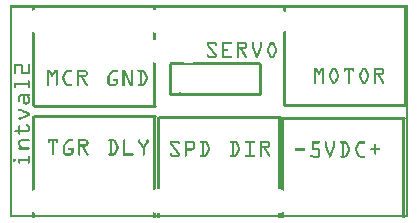
<source format=gto>
G04 MADE WITH FRITZING*
G04 WWW.FRITZING.ORG*
G04 DOUBLE SIDED*
G04 HOLES PLATED*
G04 CONTOUR ON CENTER OF CONTOUR VECTOR*
%ASAXBY*%
%FSLAX23Y23*%
%MOIN*%
%OFA0B0*%
%SFA1.0B1.0*%
%ADD10C,0.010000*%
%ADD11R,0.001000X0.001000*%
%LNSILK1*%
G90*
G70*
G54D10*
X914Y375D02*
X1318Y375D01*
D02*
X482Y337D02*
X79Y337D01*
D02*
X78Y371D02*
X482Y371D01*
D02*
X1313Y333D02*
X910Y333D01*
D02*
X534Y412D02*
X834Y412D01*
D02*
X834Y412D02*
X834Y512D01*
D02*
X534Y512D02*
X534Y412D01*
D02*
X899Y335D02*
X495Y335D01*
G54D11*
X0Y707D02*
X1327Y707D01*
X0Y706D02*
X1327Y706D01*
X0Y705D02*
X1327Y705D01*
X0Y704D02*
X1327Y704D01*
X0Y703D02*
X1327Y703D01*
X0Y702D02*
X1327Y702D01*
X0Y701D02*
X1327Y701D01*
X0Y700D02*
X1327Y700D01*
X0Y699D02*
X7Y699D01*
X73Y699D02*
X82Y699D01*
X476Y699D02*
X485Y699D01*
X909Y699D02*
X918Y699D01*
X1312Y699D02*
X1327Y699D01*
X0Y698D02*
X7Y698D01*
X73Y698D02*
X82Y698D01*
X476Y698D02*
X485Y698D01*
X909Y698D02*
X918Y698D01*
X1312Y698D02*
X1327Y698D01*
X0Y697D02*
X7Y697D01*
X73Y697D02*
X82Y697D01*
X476Y697D02*
X485Y697D01*
X909Y697D02*
X918Y697D01*
X1312Y697D02*
X1327Y697D01*
X0Y696D02*
X7Y696D01*
X73Y696D02*
X82Y696D01*
X476Y696D02*
X485Y696D01*
X909Y696D02*
X918Y696D01*
X1312Y696D02*
X1327Y696D01*
X0Y695D02*
X7Y695D01*
X73Y695D02*
X82Y695D01*
X476Y695D02*
X485Y695D01*
X909Y695D02*
X918Y695D01*
X1312Y695D02*
X1327Y695D01*
X0Y694D02*
X7Y694D01*
X73Y694D02*
X82Y694D01*
X476Y694D02*
X485Y694D01*
X909Y694D02*
X918Y694D01*
X1312Y694D02*
X1327Y694D01*
X0Y693D02*
X7Y693D01*
X73Y693D02*
X82Y693D01*
X476Y693D02*
X485Y693D01*
X909Y693D02*
X918Y693D01*
X1312Y693D02*
X1327Y693D01*
X0Y692D02*
X7Y692D01*
X73Y692D02*
X82Y692D01*
X476Y692D02*
X482Y692D01*
X909Y692D02*
X918Y692D01*
X1312Y692D02*
X1327Y692D01*
X0Y691D02*
X7Y691D01*
X73Y691D02*
X80Y691D01*
X476Y691D02*
X479Y691D01*
X909Y691D02*
X918Y691D01*
X1312Y691D02*
X1327Y691D01*
X0Y690D02*
X7Y690D01*
X73Y690D02*
X77Y690D01*
X476Y690D02*
X477Y690D01*
X910Y690D02*
X918Y690D01*
X1312Y690D02*
X1327Y690D01*
X0Y689D02*
X7Y689D01*
X73Y689D02*
X75Y689D01*
X912Y689D02*
X918Y689D01*
X1312Y689D02*
X1327Y689D01*
X0Y688D02*
X7Y688D01*
X73Y688D02*
X73Y688D01*
X914Y688D02*
X918Y688D01*
X1312Y688D02*
X1327Y688D01*
X0Y687D02*
X7Y687D01*
X915Y687D02*
X918Y687D01*
X1312Y687D02*
X1327Y687D01*
X0Y686D02*
X7Y686D01*
X917Y686D02*
X918Y686D01*
X1312Y686D02*
X1327Y686D01*
X0Y685D02*
X7Y685D01*
X918Y685D02*
X918Y685D01*
X1312Y685D02*
X1327Y685D01*
X0Y684D02*
X7Y684D01*
X1312Y684D02*
X1327Y684D01*
X0Y683D02*
X7Y683D01*
X1312Y683D02*
X1327Y683D01*
X0Y682D02*
X7Y682D01*
X1312Y682D02*
X1327Y682D01*
X0Y681D02*
X7Y681D01*
X1312Y681D02*
X1327Y681D01*
X0Y680D02*
X7Y680D01*
X1312Y680D02*
X1327Y680D01*
X0Y679D02*
X7Y679D01*
X1312Y679D02*
X1327Y679D01*
X0Y678D02*
X7Y678D01*
X1312Y678D02*
X1327Y678D01*
X0Y677D02*
X7Y677D01*
X1312Y677D02*
X1327Y677D01*
X0Y676D02*
X7Y676D01*
X1312Y676D02*
X1327Y676D01*
X0Y675D02*
X7Y675D01*
X1312Y675D02*
X1327Y675D01*
X0Y674D02*
X7Y674D01*
X1312Y674D02*
X1327Y674D01*
X0Y673D02*
X7Y673D01*
X1312Y673D02*
X1327Y673D01*
X0Y672D02*
X7Y672D01*
X1312Y672D02*
X1327Y672D01*
X0Y671D02*
X7Y671D01*
X1312Y671D02*
X1327Y671D01*
X0Y670D02*
X7Y670D01*
X1312Y670D02*
X1327Y670D01*
X0Y669D02*
X7Y669D01*
X1312Y669D02*
X1327Y669D01*
X0Y668D02*
X7Y668D01*
X1312Y668D02*
X1327Y668D01*
X0Y667D02*
X7Y667D01*
X1312Y667D02*
X1327Y667D01*
X0Y666D02*
X7Y666D01*
X1312Y666D02*
X1327Y666D01*
X0Y665D02*
X7Y665D01*
X1312Y665D02*
X1327Y665D01*
X0Y664D02*
X7Y664D01*
X1312Y664D02*
X1327Y664D01*
X0Y663D02*
X7Y663D01*
X1312Y663D02*
X1327Y663D01*
X0Y662D02*
X7Y662D01*
X1312Y662D02*
X1327Y662D01*
X0Y661D02*
X7Y661D01*
X1312Y661D02*
X1327Y661D01*
X0Y660D02*
X7Y660D01*
X1312Y660D02*
X1327Y660D01*
X0Y659D02*
X7Y659D01*
X1312Y659D02*
X1327Y659D01*
X0Y658D02*
X7Y658D01*
X1312Y658D02*
X1327Y658D01*
X0Y657D02*
X7Y657D01*
X1312Y657D02*
X1327Y657D01*
X0Y656D02*
X7Y656D01*
X1312Y656D02*
X1327Y656D01*
X0Y655D02*
X7Y655D01*
X1312Y655D02*
X1327Y655D01*
X0Y654D02*
X7Y654D01*
X1312Y654D02*
X1327Y654D01*
X0Y653D02*
X7Y653D01*
X1312Y653D02*
X1327Y653D01*
X0Y652D02*
X7Y652D01*
X1312Y652D02*
X1327Y652D01*
X0Y651D02*
X7Y651D01*
X1312Y651D02*
X1327Y651D01*
X0Y650D02*
X7Y650D01*
X1312Y650D02*
X1327Y650D01*
X0Y649D02*
X7Y649D01*
X1312Y649D02*
X1327Y649D01*
X0Y648D02*
X7Y648D01*
X1312Y648D02*
X1327Y648D01*
X0Y647D02*
X7Y647D01*
X1312Y647D02*
X1327Y647D01*
X0Y646D02*
X7Y646D01*
X1312Y646D02*
X1327Y646D01*
X0Y645D02*
X7Y645D01*
X1312Y645D02*
X1327Y645D01*
X0Y644D02*
X7Y644D01*
X1312Y644D02*
X1327Y644D01*
X0Y643D02*
X7Y643D01*
X1312Y643D02*
X1327Y643D01*
X0Y642D02*
X7Y642D01*
X1312Y642D02*
X1327Y642D01*
X0Y641D02*
X7Y641D01*
X1312Y641D02*
X1327Y641D01*
X0Y640D02*
X7Y640D01*
X1312Y640D02*
X1327Y640D01*
X0Y639D02*
X7Y639D01*
X1312Y639D02*
X1327Y639D01*
X0Y638D02*
X7Y638D01*
X1312Y638D02*
X1327Y638D01*
X0Y637D02*
X7Y637D01*
X1312Y637D02*
X1327Y637D01*
X0Y636D02*
X7Y636D01*
X1312Y636D02*
X1327Y636D01*
X0Y635D02*
X7Y635D01*
X1312Y635D02*
X1327Y635D01*
X0Y634D02*
X7Y634D01*
X1312Y634D02*
X1327Y634D01*
X0Y633D02*
X7Y633D01*
X1312Y633D02*
X1327Y633D01*
X0Y632D02*
X7Y632D01*
X1312Y632D02*
X1327Y632D01*
X0Y631D02*
X7Y631D01*
X1312Y631D02*
X1327Y631D01*
X0Y630D02*
X7Y630D01*
X1312Y630D02*
X1327Y630D01*
X0Y629D02*
X7Y629D01*
X1312Y629D02*
X1327Y629D01*
X0Y628D02*
X7Y628D01*
X1312Y628D02*
X1327Y628D01*
X0Y627D02*
X7Y627D01*
X1312Y627D02*
X1327Y627D01*
X0Y626D02*
X7Y626D01*
X1312Y626D02*
X1327Y626D01*
X0Y625D02*
X7Y625D01*
X1312Y625D02*
X1327Y625D01*
X0Y624D02*
X7Y624D01*
X1312Y624D02*
X1327Y624D01*
X0Y623D02*
X7Y623D01*
X1312Y623D02*
X1327Y623D01*
X0Y622D02*
X7Y622D01*
X918Y622D02*
X918Y622D01*
X1312Y622D02*
X1327Y622D01*
X0Y621D02*
X7Y621D01*
X917Y621D02*
X918Y621D01*
X1312Y621D02*
X1327Y621D01*
X0Y620D02*
X7Y620D01*
X915Y620D02*
X918Y620D01*
X1312Y620D02*
X1327Y620D01*
X0Y619D02*
X7Y619D01*
X73Y619D02*
X73Y619D01*
X913Y619D02*
X918Y619D01*
X1312Y619D02*
X1327Y619D01*
X0Y618D02*
X7Y618D01*
X73Y618D02*
X75Y618D01*
X911Y618D02*
X918Y618D01*
X1312Y618D02*
X1327Y618D01*
X0Y617D02*
X7Y617D01*
X73Y617D02*
X78Y617D01*
X476Y617D02*
X478Y617D01*
X909Y617D02*
X918Y617D01*
X1312Y617D02*
X1327Y617D01*
X0Y616D02*
X7Y616D01*
X73Y616D02*
X80Y616D01*
X476Y616D02*
X480Y616D01*
X909Y616D02*
X918Y616D01*
X1312Y616D02*
X1327Y616D01*
X0Y615D02*
X7Y615D01*
X73Y615D02*
X82Y615D01*
X476Y615D02*
X483Y615D01*
X909Y615D02*
X918Y615D01*
X1312Y615D02*
X1327Y615D01*
X0Y614D02*
X7Y614D01*
X73Y614D02*
X82Y614D01*
X476Y614D02*
X485Y614D01*
X909Y614D02*
X918Y614D01*
X1312Y614D02*
X1327Y614D01*
X0Y613D02*
X7Y613D01*
X73Y613D02*
X82Y613D01*
X476Y613D02*
X485Y613D01*
X909Y613D02*
X918Y613D01*
X1312Y613D02*
X1327Y613D01*
X0Y612D02*
X7Y612D01*
X73Y612D02*
X82Y612D01*
X476Y612D02*
X485Y612D01*
X909Y612D02*
X918Y612D01*
X1312Y612D02*
X1327Y612D01*
X0Y611D02*
X7Y611D01*
X73Y611D02*
X82Y611D01*
X476Y611D02*
X485Y611D01*
X909Y611D02*
X918Y611D01*
X1312Y611D02*
X1327Y611D01*
X0Y610D02*
X7Y610D01*
X73Y610D02*
X82Y610D01*
X476Y610D02*
X485Y610D01*
X909Y610D02*
X918Y610D01*
X1312Y610D02*
X1327Y610D01*
X0Y609D02*
X7Y609D01*
X73Y609D02*
X82Y609D01*
X476Y609D02*
X485Y609D01*
X909Y609D02*
X918Y609D01*
X1312Y609D02*
X1327Y609D01*
X0Y608D02*
X7Y608D01*
X73Y608D02*
X82Y608D01*
X476Y608D02*
X485Y608D01*
X909Y608D02*
X918Y608D01*
X1312Y608D02*
X1327Y608D01*
X0Y607D02*
X7Y607D01*
X73Y607D02*
X82Y607D01*
X476Y607D02*
X485Y607D01*
X909Y607D02*
X918Y607D01*
X1312Y607D02*
X1327Y607D01*
X0Y606D02*
X7Y606D01*
X73Y606D02*
X82Y606D01*
X476Y606D02*
X485Y606D01*
X909Y606D02*
X918Y606D01*
X1312Y606D02*
X1327Y606D01*
X0Y605D02*
X7Y605D01*
X73Y605D02*
X82Y605D01*
X476Y605D02*
X485Y605D01*
X909Y605D02*
X918Y605D01*
X1312Y605D02*
X1327Y605D01*
X0Y604D02*
X7Y604D01*
X73Y604D02*
X82Y604D01*
X476Y604D02*
X485Y604D01*
X909Y604D02*
X918Y604D01*
X1312Y604D02*
X1327Y604D01*
X0Y603D02*
X7Y603D01*
X73Y603D02*
X82Y603D01*
X476Y603D02*
X485Y603D01*
X909Y603D02*
X918Y603D01*
X1312Y603D02*
X1327Y603D01*
X0Y602D02*
X7Y602D01*
X73Y602D02*
X82Y602D01*
X476Y602D02*
X485Y602D01*
X909Y602D02*
X918Y602D01*
X1312Y602D02*
X1327Y602D01*
X0Y601D02*
X7Y601D01*
X73Y601D02*
X82Y601D01*
X476Y601D02*
X485Y601D01*
X909Y601D02*
X918Y601D01*
X1312Y601D02*
X1327Y601D01*
X0Y600D02*
X7Y600D01*
X73Y600D02*
X82Y600D01*
X476Y600D02*
X485Y600D01*
X909Y600D02*
X918Y600D01*
X1312Y600D02*
X1327Y600D01*
X0Y599D02*
X7Y599D01*
X73Y599D02*
X82Y599D01*
X476Y599D02*
X485Y599D01*
X909Y599D02*
X918Y599D01*
X1312Y599D02*
X1327Y599D01*
X0Y598D02*
X7Y598D01*
X73Y598D02*
X82Y598D01*
X476Y598D02*
X485Y598D01*
X909Y598D02*
X918Y598D01*
X1312Y598D02*
X1327Y598D01*
X0Y597D02*
X7Y597D01*
X73Y597D02*
X82Y597D01*
X476Y597D02*
X485Y597D01*
X909Y597D02*
X918Y597D01*
X1312Y597D02*
X1327Y597D01*
X0Y596D02*
X7Y596D01*
X73Y596D02*
X82Y596D01*
X476Y596D02*
X485Y596D01*
X909Y596D02*
X918Y596D01*
X1312Y596D02*
X1327Y596D01*
X0Y595D02*
X7Y595D01*
X73Y595D02*
X82Y595D01*
X476Y595D02*
X485Y595D01*
X909Y595D02*
X918Y595D01*
X1312Y595D02*
X1327Y595D01*
X0Y594D02*
X7Y594D01*
X73Y594D02*
X82Y594D01*
X476Y594D02*
X485Y594D01*
X909Y594D02*
X918Y594D01*
X1312Y594D02*
X1327Y594D01*
X0Y593D02*
X7Y593D01*
X73Y593D02*
X82Y593D01*
X476Y593D02*
X485Y593D01*
X909Y593D02*
X918Y593D01*
X1312Y593D02*
X1327Y593D01*
X0Y592D02*
X7Y592D01*
X73Y592D02*
X82Y592D01*
X476Y592D02*
X482Y592D01*
X909Y592D02*
X918Y592D01*
X1312Y592D02*
X1327Y592D01*
X0Y591D02*
X7Y591D01*
X73Y591D02*
X82Y591D01*
X476Y591D02*
X479Y591D01*
X909Y591D02*
X918Y591D01*
X1312Y591D02*
X1327Y591D01*
X0Y590D02*
X7Y590D01*
X73Y590D02*
X82Y590D01*
X476Y590D02*
X477Y590D01*
X909Y590D02*
X918Y590D01*
X1312Y590D02*
X1327Y590D01*
X0Y589D02*
X7Y589D01*
X73Y589D02*
X82Y589D01*
X909Y589D02*
X918Y589D01*
X1312Y589D02*
X1327Y589D01*
X0Y588D02*
X7Y588D01*
X73Y588D02*
X82Y588D01*
X909Y588D02*
X918Y588D01*
X1312Y588D02*
X1327Y588D01*
X0Y587D02*
X7Y587D01*
X73Y587D02*
X82Y587D01*
X909Y587D02*
X918Y587D01*
X1312Y587D02*
X1327Y587D01*
X0Y586D02*
X7Y586D01*
X73Y586D02*
X82Y586D01*
X909Y586D02*
X918Y586D01*
X1312Y586D02*
X1327Y586D01*
X0Y585D02*
X7Y585D01*
X73Y585D02*
X82Y585D01*
X909Y585D02*
X918Y585D01*
X1312Y585D02*
X1327Y585D01*
X0Y584D02*
X7Y584D01*
X73Y584D02*
X82Y584D01*
X660Y584D02*
X684Y584D01*
X706Y584D02*
X738Y584D01*
X756Y584D02*
X783Y584D01*
X807Y584D02*
X811Y584D01*
X835Y584D02*
X838Y584D01*
X870Y584D02*
X876Y584D01*
X909Y584D02*
X918Y584D01*
X1312Y584D02*
X1327Y584D01*
X0Y583D02*
X7Y583D01*
X73Y583D02*
X82Y583D01*
X658Y583D02*
X685Y583D01*
X706Y583D02*
X739Y583D01*
X756Y583D02*
X785Y583D01*
X806Y583D02*
X812Y583D01*
X834Y583D02*
X839Y583D01*
X868Y583D02*
X878Y583D01*
X909Y583D02*
X918Y583D01*
X1312Y583D02*
X1327Y583D01*
X0Y582D02*
X7Y582D01*
X73Y582D02*
X82Y582D01*
X657Y582D02*
X686Y582D01*
X706Y582D02*
X739Y582D01*
X756Y582D02*
X786Y582D01*
X806Y582D02*
X812Y582D01*
X834Y582D02*
X840Y582D01*
X867Y582D02*
X879Y582D01*
X909Y582D02*
X918Y582D01*
X1312Y582D02*
X1327Y582D01*
X0Y581D02*
X7Y581D01*
X73Y581D02*
X82Y581D01*
X657Y581D02*
X687Y581D01*
X706Y581D02*
X739Y581D01*
X756Y581D02*
X787Y581D01*
X806Y581D02*
X812Y581D01*
X834Y581D02*
X840Y581D01*
X866Y581D02*
X880Y581D01*
X909Y581D02*
X918Y581D01*
X1312Y581D02*
X1327Y581D01*
X0Y580D02*
X7Y580D01*
X73Y580D02*
X82Y580D01*
X656Y580D02*
X688Y580D01*
X706Y580D02*
X739Y580D01*
X756Y580D02*
X788Y580D01*
X806Y580D02*
X812Y580D01*
X834Y580D02*
X840Y580D01*
X865Y580D02*
X881Y580D01*
X909Y580D02*
X918Y580D01*
X1312Y580D02*
X1327Y580D01*
X0Y579D02*
X7Y579D01*
X73Y579D02*
X82Y579D01*
X656Y579D02*
X688Y579D01*
X706Y579D02*
X738Y579D01*
X756Y579D02*
X788Y579D01*
X806Y579D02*
X812Y579D01*
X834Y579D02*
X840Y579D01*
X865Y579D02*
X881Y579D01*
X909Y579D02*
X918Y579D01*
X1312Y579D02*
X1327Y579D01*
X0Y578D02*
X7Y578D01*
X73Y578D02*
X82Y578D01*
X656Y578D02*
X689Y578D01*
X706Y578D02*
X736Y578D01*
X756Y578D02*
X789Y578D01*
X806Y578D02*
X812Y578D01*
X834Y578D02*
X840Y578D01*
X864Y578D02*
X882Y578D01*
X909Y578D02*
X918Y578D01*
X1312Y578D02*
X1327Y578D01*
X0Y577D02*
X7Y577D01*
X73Y577D02*
X82Y577D01*
X656Y577D02*
X662Y577D01*
X682Y577D02*
X689Y577D01*
X706Y577D02*
X712Y577D01*
X756Y577D02*
X762Y577D01*
X782Y577D02*
X789Y577D01*
X806Y577D02*
X812Y577D01*
X834Y577D02*
X840Y577D01*
X864Y577D02*
X871Y577D01*
X875Y577D02*
X882Y577D01*
X909Y577D02*
X918Y577D01*
X1312Y577D02*
X1327Y577D01*
X0Y576D02*
X7Y576D01*
X73Y576D02*
X82Y576D01*
X656Y576D02*
X662Y576D01*
X683Y576D02*
X689Y576D01*
X706Y576D02*
X712Y576D01*
X756Y576D02*
X762Y576D01*
X783Y576D02*
X789Y576D01*
X806Y576D02*
X812Y576D01*
X834Y576D02*
X840Y576D01*
X863Y576D02*
X870Y576D01*
X876Y576D02*
X883Y576D01*
X909Y576D02*
X918Y576D01*
X1312Y576D02*
X1327Y576D01*
X0Y575D02*
X7Y575D01*
X73Y575D02*
X82Y575D01*
X656Y575D02*
X663Y575D01*
X683Y575D02*
X689Y575D01*
X706Y575D02*
X712Y575D01*
X756Y575D02*
X762Y575D01*
X783Y575D02*
X789Y575D01*
X806Y575D02*
X812Y575D01*
X834Y575D02*
X840Y575D01*
X863Y575D02*
X870Y575D01*
X876Y575D02*
X883Y575D01*
X909Y575D02*
X918Y575D01*
X1312Y575D02*
X1327Y575D01*
X0Y574D02*
X7Y574D01*
X73Y574D02*
X82Y574D01*
X656Y574D02*
X664Y574D01*
X683Y574D02*
X689Y574D01*
X706Y574D02*
X712Y574D01*
X756Y574D02*
X762Y574D01*
X783Y574D02*
X789Y574D01*
X806Y574D02*
X812Y574D01*
X834Y574D02*
X840Y574D01*
X862Y574D02*
X869Y574D01*
X877Y574D02*
X884Y574D01*
X909Y574D02*
X918Y574D01*
X1312Y574D02*
X1327Y574D01*
X0Y573D02*
X7Y573D01*
X73Y573D02*
X82Y573D01*
X657Y573D02*
X664Y573D01*
X684Y573D02*
X688Y573D01*
X706Y573D02*
X712Y573D01*
X756Y573D02*
X762Y573D01*
X783Y573D02*
X789Y573D01*
X806Y573D02*
X812Y573D01*
X834Y573D02*
X840Y573D01*
X862Y573D02*
X869Y573D01*
X877Y573D02*
X884Y573D01*
X909Y573D02*
X918Y573D01*
X1312Y573D02*
X1327Y573D01*
X0Y572D02*
X7Y572D01*
X73Y572D02*
X82Y572D01*
X657Y572D02*
X665Y572D01*
X706Y572D02*
X712Y572D01*
X756Y572D02*
X762Y572D01*
X783Y572D02*
X789Y572D01*
X806Y572D02*
X812Y572D01*
X834Y572D02*
X840Y572D01*
X861Y572D02*
X868Y572D01*
X878Y572D02*
X885Y572D01*
X909Y572D02*
X918Y572D01*
X1312Y572D02*
X1327Y572D01*
X0Y571D02*
X7Y571D01*
X73Y571D02*
X82Y571D01*
X658Y571D02*
X666Y571D01*
X706Y571D02*
X712Y571D01*
X756Y571D02*
X762Y571D01*
X783Y571D02*
X789Y571D01*
X806Y571D02*
X812Y571D01*
X834Y571D02*
X840Y571D01*
X861Y571D02*
X868Y571D01*
X878Y571D02*
X885Y571D01*
X909Y571D02*
X918Y571D01*
X1312Y571D02*
X1327Y571D01*
X0Y570D02*
X7Y570D01*
X73Y570D02*
X82Y570D01*
X659Y570D02*
X667Y570D01*
X706Y570D02*
X712Y570D01*
X756Y570D02*
X762Y570D01*
X783Y570D02*
X789Y570D01*
X806Y570D02*
X812Y570D01*
X833Y570D02*
X840Y570D01*
X860Y570D02*
X867Y570D01*
X879Y570D02*
X886Y570D01*
X909Y570D02*
X918Y570D01*
X1312Y570D02*
X1327Y570D01*
X0Y569D02*
X7Y569D01*
X73Y569D02*
X82Y569D01*
X660Y569D02*
X667Y569D01*
X706Y569D02*
X712Y569D01*
X756Y569D02*
X762Y569D01*
X783Y569D02*
X789Y569D01*
X806Y569D02*
X813Y569D01*
X833Y569D02*
X840Y569D01*
X860Y569D02*
X867Y569D01*
X879Y569D02*
X886Y569D01*
X909Y569D02*
X918Y569D01*
X1312Y569D02*
X1327Y569D01*
X0Y568D02*
X7Y568D01*
X73Y568D02*
X82Y568D01*
X660Y568D02*
X668Y568D01*
X706Y568D02*
X712Y568D01*
X756Y568D02*
X762Y568D01*
X782Y568D02*
X789Y568D01*
X806Y568D02*
X813Y568D01*
X833Y568D02*
X839Y568D01*
X859Y568D02*
X866Y568D01*
X880Y568D02*
X887Y568D01*
X909Y568D02*
X918Y568D01*
X1312Y568D02*
X1327Y568D01*
X0Y567D02*
X7Y567D01*
X73Y567D02*
X82Y567D01*
X661Y567D02*
X669Y567D01*
X706Y567D02*
X712Y567D01*
X756Y567D02*
X789Y567D01*
X807Y567D02*
X813Y567D01*
X832Y567D02*
X839Y567D01*
X859Y567D02*
X866Y567D01*
X880Y567D02*
X887Y567D01*
X909Y567D02*
X918Y567D01*
X1312Y567D02*
X1327Y567D01*
X0Y566D02*
X7Y566D01*
X73Y566D02*
X82Y566D01*
X662Y566D02*
X670Y566D01*
X706Y566D02*
X712Y566D01*
X756Y566D02*
X788Y566D01*
X807Y566D02*
X814Y566D01*
X832Y566D02*
X838Y566D01*
X858Y566D02*
X865Y566D01*
X881Y566D02*
X888Y566D01*
X909Y566D02*
X918Y566D01*
X1312Y566D02*
X1327Y566D01*
X0Y565D02*
X7Y565D01*
X73Y565D02*
X82Y565D01*
X663Y565D02*
X671Y565D01*
X706Y565D02*
X712Y565D01*
X756Y565D02*
X788Y565D01*
X808Y565D02*
X814Y565D01*
X832Y565D02*
X838Y565D01*
X858Y565D02*
X865Y565D01*
X881Y565D02*
X888Y565D01*
X909Y565D02*
X918Y565D01*
X1312Y565D02*
X1327Y565D01*
X0Y564D02*
X7Y564D01*
X73Y564D02*
X82Y564D01*
X663Y564D02*
X671Y564D01*
X706Y564D02*
X712Y564D01*
X756Y564D02*
X787Y564D01*
X808Y564D02*
X815Y564D01*
X831Y564D02*
X838Y564D01*
X858Y564D02*
X864Y564D01*
X882Y564D02*
X888Y564D01*
X909Y564D02*
X918Y564D01*
X1312Y564D02*
X1327Y564D01*
X0Y563D02*
X7Y563D01*
X73Y563D02*
X82Y563D01*
X664Y563D02*
X672Y563D01*
X706Y563D02*
X712Y563D01*
X756Y563D02*
X786Y563D01*
X808Y563D02*
X815Y563D01*
X831Y563D02*
X837Y563D01*
X857Y563D02*
X864Y563D01*
X882Y563D02*
X889Y563D01*
X909Y563D02*
X918Y563D01*
X1312Y563D02*
X1327Y563D01*
X0Y562D02*
X7Y562D01*
X73Y562D02*
X82Y562D01*
X665Y562D02*
X673Y562D01*
X706Y562D02*
X712Y562D01*
X756Y562D02*
X785Y562D01*
X809Y562D02*
X815Y562D01*
X830Y562D02*
X837Y562D01*
X857Y562D02*
X863Y562D01*
X883Y562D02*
X889Y562D01*
X909Y562D02*
X918Y562D01*
X1312Y562D02*
X1327Y562D01*
X0Y561D02*
X7Y561D01*
X73Y561D02*
X82Y561D01*
X666Y561D02*
X674Y561D01*
X706Y561D02*
X723Y561D01*
X756Y561D02*
X783Y561D01*
X809Y561D02*
X816Y561D01*
X830Y561D02*
X837Y561D01*
X857Y561D02*
X863Y561D01*
X883Y561D02*
X889Y561D01*
X909Y561D02*
X918Y561D01*
X1312Y561D02*
X1327Y561D01*
X0Y560D02*
X7Y560D01*
X73Y560D02*
X82Y560D01*
X667Y560D02*
X675Y560D01*
X706Y560D02*
X725Y560D01*
X756Y560D02*
X762Y560D01*
X768Y560D02*
X775Y560D01*
X810Y560D02*
X816Y560D01*
X830Y560D02*
X836Y560D01*
X856Y560D02*
X863Y560D01*
X883Y560D02*
X890Y560D01*
X909Y560D02*
X918Y560D01*
X1312Y560D02*
X1327Y560D01*
X0Y559D02*
X7Y559D01*
X73Y559D02*
X82Y559D01*
X667Y559D02*
X675Y559D01*
X706Y559D02*
X725Y559D01*
X756Y559D02*
X762Y559D01*
X768Y559D02*
X776Y559D01*
X810Y559D02*
X816Y559D01*
X829Y559D02*
X836Y559D01*
X856Y559D02*
X862Y559D01*
X884Y559D02*
X890Y559D01*
X909Y559D02*
X918Y559D01*
X1312Y559D02*
X1327Y559D01*
X0Y558D02*
X7Y558D01*
X73Y558D02*
X82Y558D01*
X668Y558D02*
X676Y558D01*
X706Y558D02*
X725Y558D01*
X756Y558D02*
X762Y558D01*
X769Y558D02*
X776Y558D01*
X810Y558D02*
X817Y558D01*
X829Y558D02*
X835Y558D01*
X856Y558D02*
X862Y558D01*
X884Y558D02*
X890Y558D01*
X909Y558D02*
X918Y558D01*
X1312Y558D02*
X1327Y558D01*
X0Y557D02*
X7Y557D01*
X73Y557D02*
X82Y557D01*
X669Y557D02*
X677Y557D01*
X706Y557D02*
X725Y557D01*
X756Y557D02*
X762Y557D01*
X770Y557D02*
X777Y557D01*
X811Y557D02*
X817Y557D01*
X828Y557D02*
X835Y557D01*
X856Y557D02*
X862Y557D01*
X884Y557D02*
X890Y557D01*
X909Y557D02*
X918Y557D01*
X1312Y557D02*
X1327Y557D01*
X0Y556D02*
X7Y556D01*
X73Y556D02*
X82Y556D01*
X670Y556D02*
X678Y556D01*
X706Y556D02*
X725Y556D01*
X756Y556D02*
X762Y556D01*
X770Y556D02*
X777Y556D01*
X811Y556D02*
X818Y556D01*
X828Y556D02*
X835Y556D01*
X856Y556D02*
X862Y556D01*
X884Y556D02*
X890Y556D01*
X909Y556D02*
X918Y556D01*
X1312Y556D02*
X1327Y556D01*
X0Y555D02*
X7Y555D01*
X73Y555D02*
X82Y555D01*
X670Y555D02*
X678Y555D01*
X706Y555D02*
X724Y555D01*
X756Y555D02*
X762Y555D01*
X771Y555D02*
X778Y555D01*
X811Y555D02*
X818Y555D01*
X828Y555D02*
X834Y555D01*
X856Y555D02*
X863Y555D01*
X883Y555D02*
X890Y555D01*
X909Y555D02*
X918Y555D01*
X1312Y555D02*
X1327Y555D01*
X0Y554D02*
X7Y554D01*
X73Y554D02*
X82Y554D01*
X671Y554D02*
X679Y554D01*
X706Y554D02*
X712Y554D01*
X756Y554D02*
X762Y554D01*
X771Y554D02*
X778Y554D01*
X812Y554D02*
X818Y554D01*
X827Y554D02*
X834Y554D01*
X857Y554D02*
X863Y554D01*
X883Y554D02*
X889Y554D01*
X909Y554D02*
X918Y554D01*
X1312Y554D02*
X1327Y554D01*
X0Y553D02*
X7Y553D01*
X73Y553D02*
X82Y553D01*
X672Y553D02*
X680Y553D01*
X706Y553D02*
X712Y553D01*
X756Y553D02*
X762Y553D01*
X772Y553D02*
X779Y553D01*
X812Y553D02*
X819Y553D01*
X827Y553D02*
X833Y553D01*
X857Y553D02*
X864Y553D01*
X882Y553D02*
X889Y553D01*
X909Y553D02*
X918Y553D01*
X1312Y553D02*
X1327Y553D01*
X0Y552D02*
X7Y552D01*
X73Y552D02*
X82Y552D01*
X673Y552D02*
X681Y552D01*
X706Y552D02*
X712Y552D01*
X756Y552D02*
X762Y552D01*
X772Y552D02*
X780Y552D01*
X813Y552D02*
X819Y552D01*
X826Y552D02*
X833Y552D01*
X857Y552D02*
X864Y552D01*
X882Y552D02*
X889Y552D01*
X909Y552D02*
X918Y552D01*
X1312Y552D02*
X1327Y552D01*
X0Y551D02*
X7Y551D01*
X73Y551D02*
X82Y551D01*
X673Y551D02*
X682Y551D01*
X706Y551D02*
X712Y551D01*
X756Y551D02*
X762Y551D01*
X773Y551D02*
X780Y551D01*
X813Y551D02*
X820Y551D01*
X826Y551D02*
X833Y551D01*
X858Y551D02*
X865Y551D01*
X881Y551D02*
X888Y551D01*
X909Y551D02*
X918Y551D01*
X1312Y551D02*
X1327Y551D01*
X0Y550D02*
X7Y550D01*
X73Y550D02*
X82Y550D01*
X674Y550D02*
X682Y550D01*
X706Y550D02*
X712Y550D01*
X756Y550D02*
X762Y550D01*
X774Y550D02*
X781Y550D01*
X813Y550D02*
X820Y550D01*
X826Y550D02*
X832Y550D01*
X858Y550D02*
X865Y550D01*
X881Y550D02*
X888Y550D01*
X909Y550D02*
X918Y550D01*
X1312Y550D02*
X1327Y550D01*
X0Y549D02*
X7Y549D01*
X73Y549D02*
X82Y549D01*
X675Y549D02*
X683Y549D01*
X706Y549D02*
X712Y549D01*
X756Y549D02*
X762Y549D01*
X774Y549D02*
X781Y549D01*
X814Y549D02*
X820Y549D01*
X825Y549D02*
X832Y549D01*
X859Y549D02*
X866Y549D01*
X880Y549D02*
X887Y549D01*
X909Y549D02*
X918Y549D01*
X1312Y549D02*
X1327Y549D01*
X0Y548D02*
X7Y548D01*
X73Y548D02*
X82Y548D01*
X676Y548D02*
X684Y548D01*
X706Y548D02*
X712Y548D01*
X756Y548D02*
X762Y548D01*
X775Y548D02*
X782Y548D01*
X814Y548D02*
X821Y548D01*
X825Y548D02*
X831Y548D01*
X859Y548D02*
X866Y548D01*
X880Y548D02*
X887Y548D01*
X909Y548D02*
X918Y548D01*
X1312Y548D02*
X1327Y548D01*
X0Y547D02*
X7Y547D01*
X73Y547D02*
X82Y547D01*
X677Y547D02*
X685Y547D01*
X706Y547D02*
X712Y547D01*
X756Y547D02*
X762Y547D01*
X775Y547D02*
X783Y547D01*
X815Y547D02*
X821Y547D01*
X824Y547D02*
X831Y547D01*
X860Y547D02*
X867Y547D01*
X879Y547D02*
X886Y547D01*
X909Y547D02*
X918Y547D01*
X1312Y547D02*
X1327Y547D01*
X0Y546D02*
X7Y546D01*
X73Y546D02*
X82Y546D01*
X677Y546D02*
X685Y546D01*
X706Y546D02*
X712Y546D01*
X756Y546D02*
X762Y546D01*
X776Y546D02*
X783Y546D01*
X815Y546D02*
X822Y546D01*
X824Y546D02*
X831Y546D01*
X860Y546D02*
X867Y546D01*
X879Y546D02*
X886Y546D01*
X909Y546D02*
X918Y546D01*
X1312Y546D02*
X1327Y546D01*
X0Y545D02*
X7Y545D01*
X73Y545D02*
X82Y545D01*
X678Y545D02*
X686Y545D01*
X706Y545D02*
X712Y545D01*
X756Y545D02*
X762Y545D01*
X777Y545D02*
X784Y545D01*
X815Y545D02*
X822Y545D01*
X824Y545D02*
X830Y545D01*
X861Y545D02*
X868Y545D01*
X878Y545D02*
X885Y545D01*
X909Y545D02*
X918Y545D01*
X1312Y545D02*
X1327Y545D01*
X0Y544D02*
X7Y544D01*
X73Y544D02*
X82Y544D01*
X679Y544D02*
X687Y544D01*
X706Y544D02*
X712Y544D01*
X756Y544D02*
X762Y544D01*
X777Y544D02*
X784Y544D01*
X816Y544D02*
X830Y544D01*
X861Y544D02*
X868Y544D01*
X878Y544D02*
X885Y544D01*
X909Y544D02*
X918Y544D01*
X1312Y544D02*
X1327Y544D01*
X0Y543D02*
X7Y543D01*
X73Y543D02*
X82Y543D01*
X657Y543D02*
X660Y543D01*
X680Y543D02*
X688Y543D01*
X706Y543D02*
X712Y543D01*
X756Y543D02*
X762Y543D01*
X778Y543D02*
X785Y543D01*
X816Y543D02*
X830Y543D01*
X862Y543D02*
X869Y543D01*
X877Y543D02*
X884Y543D01*
X909Y543D02*
X918Y543D01*
X1312Y543D02*
X1327Y543D01*
X0Y542D02*
X7Y542D01*
X73Y542D02*
X82Y542D01*
X656Y542D02*
X661Y542D01*
X680Y542D02*
X688Y542D01*
X706Y542D02*
X712Y542D01*
X756Y542D02*
X762Y542D01*
X778Y542D02*
X785Y542D01*
X817Y542D02*
X829Y542D01*
X862Y542D02*
X869Y542D01*
X877Y542D02*
X884Y542D01*
X909Y542D02*
X918Y542D01*
X1312Y542D02*
X1327Y542D01*
X0Y541D02*
X7Y541D01*
X73Y541D02*
X82Y541D01*
X656Y541D02*
X661Y541D01*
X681Y541D02*
X689Y541D01*
X706Y541D02*
X712Y541D01*
X756Y541D02*
X762Y541D01*
X779Y541D02*
X786Y541D01*
X817Y541D02*
X829Y541D01*
X863Y541D02*
X870Y541D01*
X876Y541D02*
X883Y541D01*
X909Y541D02*
X918Y541D01*
X1312Y541D02*
X1327Y541D01*
X0Y540D02*
X7Y540D01*
X73Y540D02*
X82Y540D01*
X656Y540D02*
X662Y540D01*
X682Y540D02*
X689Y540D01*
X706Y540D02*
X712Y540D01*
X756Y540D02*
X762Y540D01*
X779Y540D02*
X787Y540D01*
X817Y540D02*
X828Y540D01*
X863Y540D02*
X870Y540D01*
X876Y540D02*
X883Y540D01*
X909Y540D02*
X918Y540D01*
X1312Y540D02*
X1327Y540D01*
X0Y539D02*
X7Y539D01*
X73Y539D02*
X82Y539D01*
X656Y539D02*
X662Y539D01*
X683Y539D02*
X689Y539D01*
X706Y539D02*
X712Y539D01*
X756Y539D02*
X762Y539D01*
X780Y539D02*
X787Y539D01*
X818Y539D02*
X828Y539D01*
X864Y539D02*
X871Y539D01*
X875Y539D02*
X882Y539D01*
X909Y539D02*
X918Y539D01*
X1312Y539D02*
X1327Y539D01*
X0Y538D02*
X7Y538D01*
X73Y538D02*
X82Y538D01*
X656Y538D02*
X663Y538D01*
X683Y538D02*
X689Y538D01*
X706Y538D02*
X712Y538D01*
X756Y538D02*
X762Y538D01*
X781Y538D02*
X788Y538D01*
X818Y538D02*
X828Y538D01*
X864Y538D02*
X872Y538D01*
X874Y538D02*
X882Y538D01*
X909Y538D02*
X918Y538D01*
X1312Y538D02*
X1327Y538D01*
X0Y537D02*
X7Y537D01*
X73Y537D02*
X82Y537D01*
X656Y537D02*
X689Y537D01*
X706Y537D02*
X738Y537D01*
X756Y537D02*
X762Y537D01*
X781Y537D02*
X788Y537D01*
X818Y537D02*
X827Y537D01*
X865Y537D02*
X881Y537D01*
X909Y537D02*
X918Y537D01*
X1312Y537D02*
X1327Y537D01*
X0Y536D02*
X7Y536D01*
X73Y536D02*
X82Y536D01*
X656Y536D02*
X688Y536D01*
X706Y536D02*
X739Y536D01*
X756Y536D02*
X762Y536D01*
X782Y536D02*
X789Y536D01*
X819Y536D02*
X827Y536D01*
X865Y536D02*
X881Y536D01*
X909Y536D02*
X918Y536D01*
X1312Y536D02*
X1327Y536D01*
X0Y535D02*
X7Y535D01*
X73Y535D02*
X82Y535D01*
X657Y535D02*
X688Y535D01*
X706Y535D02*
X739Y535D01*
X756Y535D02*
X762Y535D01*
X782Y535D02*
X789Y535D01*
X819Y535D02*
X826Y535D01*
X866Y535D02*
X880Y535D01*
X909Y535D02*
X918Y535D01*
X1312Y535D02*
X1327Y535D01*
X0Y534D02*
X7Y534D01*
X73Y534D02*
X82Y534D01*
X658Y534D02*
X687Y534D01*
X706Y534D02*
X739Y534D01*
X756Y534D02*
X762Y534D01*
X783Y534D02*
X789Y534D01*
X820Y534D02*
X826Y534D01*
X867Y534D02*
X879Y534D01*
X909Y534D02*
X918Y534D01*
X1312Y534D02*
X1327Y534D01*
X0Y533D02*
X7Y533D01*
X73Y533D02*
X82Y533D01*
X659Y533D02*
X687Y533D01*
X706Y533D02*
X739Y533D01*
X756Y533D02*
X762Y533D01*
X784Y533D02*
X789Y533D01*
X820Y533D02*
X826Y533D01*
X868Y533D02*
X878Y533D01*
X909Y533D02*
X918Y533D01*
X1312Y533D02*
X1327Y533D01*
X0Y532D02*
X7Y532D01*
X73Y532D02*
X82Y532D01*
X660Y532D02*
X685Y532D01*
X706Y532D02*
X738Y532D01*
X757Y532D02*
X761Y532D01*
X784Y532D02*
X788Y532D01*
X821Y532D02*
X825Y532D01*
X869Y532D02*
X877Y532D01*
X909Y532D02*
X918Y532D01*
X1312Y532D02*
X1327Y532D01*
X0Y531D02*
X7Y531D01*
X73Y531D02*
X82Y531D01*
X663Y531D02*
X683Y531D01*
X706Y531D02*
X737Y531D01*
X758Y531D02*
X759Y531D01*
X786Y531D02*
X787Y531D01*
X822Y531D02*
X824Y531D01*
X872Y531D02*
X874Y531D01*
X909Y531D02*
X918Y531D01*
X1312Y531D02*
X1327Y531D01*
X0Y530D02*
X7Y530D01*
X73Y530D02*
X82Y530D01*
X909Y530D02*
X918Y530D01*
X1312Y530D02*
X1327Y530D01*
X0Y529D02*
X7Y529D01*
X73Y529D02*
X82Y529D01*
X909Y529D02*
X918Y529D01*
X1312Y529D02*
X1327Y529D01*
X0Y528D02*
X7Y528D01*
X73Y528D02*
X82Y528D01*
X909Y528D02*
X918Y528D01*
X1312Y528D02*
X1327Y528D01*
X0Y527D02*
X7Y527D01*
X73Y527D02*
X82Y527D01*
X909Y527D02*
X918Y527D01*
X1312Y527D02*
X1327Y527D01*
X0Y526D02*
X7Y526D01*
X73Y526D02*
X82Y526D01*
X909Y526D02*
X918Y526D01*
X1312Y526D02*
X1327Y526D01*
X0Y525D02*
X7Y525D01*
X73Y525D02*
X82Y525D01*
X909Y525D02*
X918Y525D01*
X1312Y525D02*
X1327Y525D01*
X0Y524D02*
X7Y524D01*
X73Y524D02*
X82Y524D01*
X909Y524D02*
X918Y524D01*
X1312Y524D02*
X1327Y524D01*
X0Y523D02*
X7Y523D01*
X73Y523D02*
X82Y523D01*
X909Y523D02*
X918Y523D01*
X1312Y523D02*
X1327Y523D01*
X0Y522D02*
X7Y522D01*
X73Y522D02*
X82Y522D01*
X909Y522D02*
X918Y522D01*
X1312Y522D02*
X1327Y522D01*
X0Y521D02*
X7Y521D01*
X73Y521D02*
X82Y521D01*
X909Y521D02*
X918Y521D01*
X1312Y521D02*
X1327Y521D01*
X0Y520D02*
X7Y520D01*
X73Y520D02*
X82Y520D01*
X909Y520D02*
X918Y520D01*
X1312Y520D02*
X1327Y520D01*
X0Y519D02*
X7Y519D01*
X73Y519D02*
X82Y519D01*
X909Y519D02*
X918Y519D01*
X1312Y519D02*
X1327Y519D01*
X0Y518D02*
X7Y518D01*
X73Y518D02*
X82Y518D01*
X476Y518D02*
X476Y518D01*
X909Y518D02*
X918Y518D01*
X1312Y518D02*
X1327Y518D01*
X0Y517D02*
X7Y517D01*
X73Y517D02*
X82Y517D01*
X476Y517D02*
X478Y517D01*
X534Y517D02*
X578Y517D01*
X609Y517D02*
X833Y517D01*
X909Y517D02*
X918Y517D01*
X1312Y517D02*
X1327Y517D01*
X0Y516D02*
X7Y516D01*
X73Y516D02*
X82Y516D01*
X476Y516D02*
X480Y516D01*
X534Y516D02*
X580Y516D01*
X606Y516D02*
X833Y516D01*
X909Y516D02*
X918Y516D01*
X1312Y516D02*
X1327Y516D01*
X0Y515D02*
X7Y515D01*
X73Y515D02*
X82Y515D01*
X476Y515D02*
X484Y515D01*
X534Y515D02*
X584Y515D01*
X603Y515D02*
X833Y515D01*
X909Y515D02*
X918Y515D01*
X1312Y515D02*
X1327Y515D01*
X0Y514D02*
X7Y514D01*
X73Y514D02*
X82Y514D01*
X476Y514D02*
X485Y514D01*
X534Y514D02*
X589Y514D01*
X598Y514D02*
X833Y514D01*
X909Y514D02*
X918Y514D01*
X1312Y514D02*
X1327Y514D01*
X0Y513D02*
X7Y513D01*
X73Y513D02*
X82Y513D01*
X476Y513D02*
X485Y513D01*
X534Y513D02*
X833Y513D01*
X909Y513D02*
X918Y513D01*
X1312Y513D02*
X1327Y513D01*
X0Y512D02*
X7Y512D01*
X73Y512D02*
X82Y512D01*
X476Y512D02*
X485Y512D01*
X534Y512D02*
X833Y512D01*
X909Y512D02*
X918Y512D01*
X1312Y512D02*
X1327Y512D01*
X0Y511D02*
X7Y511D01*
X16Y511D02*
X38Y511D01*
X61Y511D02*
X64Y511D01*
X73Y511D02*
X82Y511D01*
X476Y511D02*
X485Y511D01*
X534Y511D02*
X833Y511D01*
X909Y511D02*
X918Y511D01*
X1312Y511D02*
X1327Y511D01*
X0Y510D02*
X7Y510D01*
X15Y510D02*
X39Y510D01*
X60Y510D02*
X65Y510D01*
X73Y510D02*
X82Y510D01*
X476Y510D02*
X485Y510D01*
X534Y510D02*
X833Y510D01*
X909Y510D02*
X918Y510D01*
X1312Y510D02*
X1327Y510D01*
X0Y509D02*
X7Y509D01*
X14Y509D02*
X40Y509D01*
X60Y509D02*
X65Y509D01*
X73Y509D02*
X82Y509D01*
X476Y509D02*
X485Y509D01*
X534Y509D02*
X833Y509D01*
X909Y509D02*
X918Y509D01*
X1312Y509D02*
X1327Y509D01*
X0Y508D02*
X7Y508D01*
X13Y508D02*
X41Y508D01*
X60Y508D02*
X66Y508D01*
X73Y508D02*
X82Y508D01*
X476Y508D02*
X485Y508D01*
X535Y508D02*
X833Y508D01*
X909Y508D02*
X918Y508D01*
X1312Y508D02*
X1327Y508D01*
X0Y507D02*
X7Y507D01*
X13Y507D02*
X42Y507D01*
X60Y507D02*
X66Y507D01*
X73Y507D02*
X82Y507D01*
X476Y507D02*
X485Y507D01*
X909Y507D02*
X918Y507D01*
X1312Y507D02*
X1327Y507D01*
X0Y506D02*
X7Y506D01*
X13Y506D02*
X42Y506D01*
X60Y506D02*
X66Y506D01*
X73Y506D02*
X82Y506D01*
X476Y506D02*
X485Y506D01*
X909Y506D02*
X918Y506D01*
X1312Y506D02*
X1327Y506D01*
X0Y505D02*
X7Y505D01*
X12Y505D02*
X42Y505D01*
X60Y505D02*
X66Y505D01*
X73Y505D02*
X82Y505D01*
X476Y505D02*
X485Y505D01*
X909Y505D02*
X918Y505D01*
X1312Y505D02*
X1327Y505D01*
X0Y504D02*
X7Y504D01*
X12Y504D02*
X18Y504D01*
X36Y504D02*
X42Y504D01*
X60Y504D02*
X66Y504D01*
X73Y504D02*
X82Y504D01*
X476Y504D02*
X485Y504D01*
X909Y504D02*
X918Y504D01*
X1312Y504D02*
X1327Y504D01*
X0Y503D02*
X7Y503D01*
X12Y503D02*
X18Y503D01*
X36Y503D02*
X42Y503D01*
X60Y503D02*
X66Y503D01*
X73Y503D02*
X82Y503D01*
X476Y503D02*
X485Y503D01*
X909Y503D02*
X918Y503D01*
X1312Y503D02*
X1327Y503D01*
X0Y502D02*
X7Y502D01*
X12Y502D02*
X18Y502D01*
X36Y502D02*
X42Y502D01*
X60Y502D02*
X66Y502D01*
X73Y502D02*
X82Y502D01*
X476Y502D02*
X485Y502D01*
X909Y502D02*
X918Y502D01*
X1312Y502D02*
X1327Y502D01*
X0Y501D02*
X7Y501D01*
X12Y501D02*
X18Y501D01*
X36Y501D02*
X42Y501D01*
X60Y501D02*
X66Y501D01*
X73Y501D02*
X82Y501D01*
X476Y501D02*
X485Y501D01*
X909Y501D02*
X918Y501D01*
X1312Y501D02*
X1327Y501D01*
X0Y500D02*
X7Y500D01*
X12Y500D02*
X18Y500D01*
X36Y500D02*
X42Y500D01*
X60Y500D02*
X66Y500D01*
X73Y500D02*
X82Y500D01*
X476Y500D02*
X485Y500D01*
X909Y500D02*
X918Y500D01*
X1312Y500D02*
X1327Y500D01*
X0Y499D02*
X7Y499D01*
X12Y499D02*
X18Y499D01*
X36Y499D02*
X42Y499D01*
X60Y499D02*
X66Y499D01*
X73Y499D02*
X82Y499D01*
X476Y499D02*
X485Y499D01*
X909Y499D02*
X918Y499D01*
X1013Y499D02*
X1021Y499D01*
X1038Y499D02*
X1046Y499D01*
X1078Y499D02*
X1081Y499D01*
X1113Y499D02*
X1147Y499D01*
X1178Y499D02*
X1182Y499D01*
X1214Y499D02*
X1239Y499D01*
X1312Y499D02*
X1327Y499D01*
X0Y498D02*
X7Y498D01*
X12Y498D02*
X18Y498D01*
X36Y498D02*
X42Y498D01*
X60Y498D02*
X66Y498D01*
X73Y498D02*
X82Y498D01*
X476Y498D02*
X485Y498D01*
X909Y498D02*
X918Y498D01*
X1013Y498D02*
X1021Y498D01*
X1037Y498D02*
X1046Y498D01*
X1075Y498D02*
X1084Y498D01*
X1113Y498D02*
X1147Y498D01*
X1176Y498D02*
X1184Y498D01*
X1213Y498D02*
X1242Y498D01*
X1312Y498D02*
X1327Y498D01*
X0Y497D02*
X7Y497D01*
X12Y497D02*
X18Y497D01*
X36Y497D02*
X42Y497D01*
X60Y497D02*
X66Y497D01*
X73Y497D02*
X82Y497D01*
X476Y497D02*
X485Y497D01*
X909Y497D02*
X918Y497D01*
X1013Y497D02*
X1022Y497D01*
X1037Y497D02*
X1046Y497D01*
X1074Y497D02*
X1085Y497D01*
X1113Y497D02*
X1147Y497D01*
X1175Y497D02*
X1185Y497D01*
X1213Y497D02*
X1243Y497D01*
X1312Y497D02*
X1327Y497D01*
X0Y496D02*
X7Y496D01*
X12Y496D02*
X18Y496D01*
X36Y496D02*
X42Y496D01*
X60Y496D02*
X66Y496D01*
X73Y496D02*
X82Y496D01*
X476Y496D02*
X485Y496D01*
X909Y496D02*
X918Y496D01*
X1013Y496D02*
X1023Y496D01*
X1036Y496D02*
X1046Y496D01*
X1073Y496D02*
X1086Y496D01*
X1113Y496D02*
X1147Y496D01*
X1174Y496D02*
X1186Y496D01*
X1213Y496D02*
X1244Y496D01*
X1312Y496D02*
X1327Y496D01*
X0Y495D02*
X7Y495D01*
X12Y495D02*
X18Y495D01*
X36Y495D02*
X42Y495D01*
X60Y495D02*
X66Y495D01*
X73Y495D02*
X82Y495D01*
X476Y495D02*
X485Y495D01*
X909Y495D02*
X918Y495D01*
X1013Y495D02*
X1023Y495D01*
X1035Y495D02*
X1046Y495D01*
X1072Y495D02*
X1087Y495D01*
X1113Y495D02*
X1147Y495D01*
X1173Y495D02*
X1187Y495D01*
X1213Y495D02*
X1245Y495D01*
X1312Y495D02*
X1327Y495D01*
X0Y494D02*
X7Y494D01*
X12Y494D02*
X18Y494D01*
X36Y494D02*
X42Y494D01*
X60Y494D02*
X66Y494D01*
X73Y494D02*
X82Y494D01*
X476Y494D02*
X485Y494D01*
X909Y494D02*
X918Y494D01*
X1013Y494D02*
X1024Y494D01*
X1035Y494D02*
X1046Y494D01*
X1072Y494D02*
X1087Y494D01*
X1113Y494D02*
X1147Y494D01*
X1172Y494D02*
X1188Y494D01*
X1213Y494D02*
X1246Y494D01*
X1312Y494D02*
X1327Y494D01*
X0Y493D02*
X7Y493D01*
X12Y493D02*
X18Y493D01*
X36Y493D02*
X42Y493D01*
X60Y493D02*
X66Y493D01*
X73Y493D02*
X82Y493D01*
X476Y493D02*
X485Y493D01*
X909Y493D02*
X918Y493D01*
X1013Y493D02*
X1025Y493D01*
X1034Y493D02*
X1046Y493D01*
X1071Y493D02*
X1088Y493D01*
X1113Y493D02*
X1147Y493D01*
X1172Y493D02*
X1188Y493D01*
X1213Y493D02*
X1246Y493D01*
X1312Y493D02*
X1327Y493D01*
X0Y492D02*
X7Y492D01*
X12Y492D02*
X18Y492D01*
X36Y492D02*
X42Y492D01*
X60Y492D02*
X66Y492D01*
X73Y492D02*
X82Y492D01*
X124Y492D02*
X132Y492D01*
X150Y492D02*
X157Y492D01*
X191Y492D02*
X205Y492D01*
X225Y492D02*
X249Y492D01*
X343Y492D02*
X356Y492D01*
X375Y492D02*
X383Y492D01*
X405Y492D02*
X406Y492D01*
X428Y492D02*
X443Y492D01*
X476Y492D02*
X485Y492D01*
X909Y492D02*
X918Y492D01*
X1013Y492D02*
X1026Y492D01*
X1033Y492D02*
X1046Y492D01*
X1071Y492D02*
X1078Y492D01*
X1081Y492D02*
X1088Y492D01*
X1113Y492D02*
X1119Y492D01*
X1127Y492D02*
X1133Y492D01*
X1141Y492D02*
X1147Y492D01*
X1171Y492D02*
X1179Y492D01*
X1181Y492D02*
X1189Y492D01*
X1213Y492D02*
X1220Y492D01*
X1239Y492D02*
X1246Y492D01*
X1312Y492D02*
X1327Y492D01*
X0Y491D02*
X7Y491D01*
X12Y491D02*
X18Y491D01*
X36Y491D02*
X42Y491D01*
X60Y491D02*
X66Y491D01*
X73Y491D02*
X82Y491D01*
X124Y491D02*
X133Y491D01*
X149Y491D02*
X158Y491D01*
X188Y491D02*
X207Y491D01*
X224Y491D02*
X252Y491D01*
X340Y491D02*
X357Y491D01*
X375Y491D02*
X384Y491D01*
X403Y491D02*
X408Y491D01*
X426Y491D02*
X445Y491D01*
X476Y491D02*
X485Y491D01*
X909Y491D02*
X918Y491D01*
X1013Y491D02*
X1026Y491D01*
X1033Y491D02*
X1046Y491D01*
X1070Y491D02*
X1077Y491D01*
X1082Y491D02*
X1089Y491D01*
X1113Y491D02*
X1119Y491D01*
X1127Y491D02*
X1133Y491D01*
X1141Y491D02*
X1147Y491D01*
X1171Y491D02*
X1178Y491D01*
X1182Y491D02*
X1189Y491D01*
X1213Y491D02*
X1219Y491D01*
X1240Y491D02*
X1247Y491D01*
X1312Y491D02*
X1327Y491D01*
X0Y490D02*
X7Y490D01*
X12Y490D02*
X18Y490D01*
X36Y490D02*
X42Y490D01*
X60Y490D02*
X66Y490D01*
X73Y490D02*
X82Y490D01*
X124Y490D02*
X133Y490D01*
X148Y490D02*
X158Y490D01*
X186Y490D02*
X207Y490D01*
X224Y490D02*
X254Y490D01*
X339Y490D02*
X358Y490D01*
X375Y490D02*
X384Y490D01*
X403Y490D02*
X408Y490D01*
X425Y490D02*
X447Y490D01*
X476Y490D02*
X485Y490D01*
X909Y490D02*
X918Y490D01*
X1013Y490D02*
X1027Y490D01*
X1032Y490D02*
X1046Y490D01*
X1070Y490D02*
X1077Y490D01*
X1082Y490D02*
X1089Y490D01*
X1113Y490D02*
X1119Y490D01*
X1127Y490D02*
X1133Y490D01*
X1141Y490D02*
X1147Y490D01*
X1170Y490D02*
X1177Y490D01*
X1183Y490D02*
X1190Y490D01*
X1213Y490D02*
X1219Y490D01*
X1241Y490D02*
X1247Y490D01*
X1312Y490D02*
X1327Y490D01*
X0Y489D02*
X7Y489D01*
X12Y489D02*
X18Y489D01*
X36Y489D02*
X42Y489D01*
X60Y489D02*
X66Y489D01*
X73Y489D02*
X82Y489D01*
X124Y489D02*
X134Y489D01*
X148Y489D02*
X158Y489D01*
X185Y489D02*
X208Y489D01*
X224Y489D02*
X255Y489D01*
X338Y489D02*
X358Y489D01*
X375Y489D02*
X385Y489D01*
X403Y489D02*
X409Y489D01*
X425Y489D02*
X448Y489D01*
X476Y489D02*
X485Y489D01*
X909Y489D02*
X918Y489D01*
X1013Y489D02*
X1028Y489D01*
X1031Y489D02*
X1046Y489D01*
X1069Y489D02*
X1076Y489D01*
X1083Y489D02*
X1090Y489D01*
X1113Y489D02*
X1119Y489D01*
X1127Y489D02*
X1133Y489D01*
X1141Y489D02*
X1146Y489D01*
X1170Y489D02*
X1177Y489D01*
X1183Y489D02*
X1190Y489D01*
X1213Y489D02*
X1219Y489D01*
X1241Y489D02*
X1247Y489D01*
X1312Y489D02*
X1327Y489D01*
X0Y488D02*
X7Y488D01*
X12Y488D02*
X18Y488D01*
X36Y488D02*
X42Y488D01*
X60Y488D02*
X66Y488D01*
X73Y488D02*
X82Y488D01*
X124Y488D02*
X135Y488D01*
X147Y488D02*
X158Y488D01*
X184Y488D02*
X208Y488D01*
X224Y488D02*
X256Y488D01*
X337Y488D02*
X358Y488D01*
X375Y488D02*
X385Y488D01*
X403Y488D02*
X409Y488D01*
X425Y488D02*
X449Y488D01*
X476Y488D02*
X485Y488D01*
X909Y488D02*
X918Y488D01*
X1013Y488D02*
X1019Y488D01*
X1021Y488D02*
X1028Y488D01*
X1031Y488D02*
X1038Y488D01*
X1040Y488D02*
X1046Y488D01*
X1069Y488D02*
X1076Y488D01*
X1084Y488D02*
X1090Y488D01*
X1114Y488D02*
X1118Y488D01*
X1127Y488D02*
X1133Y488D01*
X1141Y488D02*
X1146Y488D01*
X1169Y488D02*
X1176Y488D01*
X1184Y488D02*
X1191Y488D01*
X1213Y488D02*
X1219Y488D01*
X1241Y488D02*
X1247Y488D01*
X1312Y488D02*
X1327Y488D01*
X0Y487D02*
X7Y487D01*
X12Y487D02*
X18Y487D01*
X36Y487D02*
X42Y487D01*
X60Y487D02*
X66Y487D01*
X73Y487D02*
X82Y487D01*
X124Y487D02*
X135Y487D01*
X146Y487D02*
X158Y487D01*
X183Y487D02*
X207Y487D01*
X224Y487D02*
X256Y487D01*
X336Y487D02*
X358Y487D01*
X375Y487D02*
X386Y487D01*
X403Y487D02*
X409Y487D01*
X426Y487D02*
X450Y487D01*
X476Y487D02*
X485Y487D01*
X909Y487D02*
X918Y487D01*
X1013Y487D02*
X1019Y487D01*
X1021Y487D02*
X1037Y487D01*
X1040Y487D02*
X1046Y487D01*
X1068Y487D02*
X1075Y487D01*
X1084Y487D02*
X1091Y487D01*
X1115Y487D02*
X1117Y487D01*
X1127Y487D02*
X1133Y487D01*
X1142Y487D02*
X1145Y487D01*
X1169Y487D02*
X1176Y487D01*
X1184Y487D02*
X1191Y487D01*
X1213Y487D02*
X1219Y487D01*
X1241Y487D02*
X1247Y487D01*
X1312Y487D02*
X1327Y487D01*
X0Y486D02*
X7Y486D01*
X12Y486D02*
X18Y486D01*
X36Y486D02*
X42Y486D01*
X60Y486D02*
X66Y486D01*
X73Y486D02*
X82Y486D01*
X124Y486D02*
X136Y486D01*
X145Y486D02*
X158Y486D01*
X183Y486D02*
X206Y486D01*
X224Y486D02*
X257Y486D01*
X335Y486D02*
X357Y486D01*
X375Y486D02*
X386Y486D01*
X403Y486D02*
X409Y486D01*
X427Y486D02*
X450Y486D01*
X476Y486D02*
X485Y486D01*
X909Y486D02*
X918Y486D01*
X1013Y486D02*
X1019Y486D01*
X1022Y486D02*
X1037Y486D01*
X1040Y486D02*
X1046Y486D01*
X1068Y486D02*
X1075Y486D01*
X1085Y486D02*
X1091Y486D01*
X1127Y486D02*
X1133Y486D01*
X1168Y486D02*
X1175Y486D01*
X1185Y486D02*
X1192Y486D01*
X1213Y486D02*
X1219Y486D01*
X1241Y486D02*
X1247Y486D01*
X1312Y486D02*
X1327Y486D01*
X0Y485D02*
X7Y485D01*
X12Y485D02*
X18Y485D01*
X36Y485D02*
X42Y485D01*
X60Y485D02*
X66Y485D01*
X73Y485D02*
X82Y485D01*
X124Y485D02*
X137Y485D01*
X145Y485D02*
X158Y485D01*
X182Y485D02*
X190Y485D01*
X224Y485D02*
X231Y485D01*
X249Y485D02*
X257Y485D01*
X335Y485D02*
X344Y485D01*
X375Y485D02*
X386Y485D01*
X403Y485D02*
X409Y485D01*
X432Y485D02*
X438Y485D01*
X443Y485D02*
X451Y485D01*
X476Y485D02*
X485Y485D01*
X909Y485D02*
X918Y485D01*
X1013Y485D02*
X1019Y485D01*
X1023Y485D02*
X1036Y485D01*
X1040Y485D02*
X1046Y485D01*
X1067Y485D02*
X1074Y485D01*
X1085Y485D02*
X1092Y485D01*
X1127Y485D02*
X1133Y485D01*
X1168Y485D02*
X1175Y485D01*
X1185Y485D02*
X1192Y485D01*
X1213Y485D02*
X1219Y485D01*
X1241Y485D02*
X1247Y485D01*
X1312Y485D02*
X1327Y485D01*
X0Y484D02*
X7Y484D01*
X12Y484D02*
X18Y484D01*
X36Y484D02*
X66Y484D01*
X73Y484D02*
X82Y484D01*
X124Y484D02*
X138Y484D01*
X144Y484D02*
X158Y484D01*
X182Y484D02*
X189Y484D01*
X224Y484D02*
X230Y484D01*
X251Y484D02*
X258Y484D01*
X334Y484D02*
X342Y484D01*
X375Y484D02*
X387Y484D01*
X403Y484D02*
X409Y484D01*
X432Y484D02*
X438Y484D01*
X444Y484D02*
X451Y484D01*
X476Y484D02*
X485Y484D01*
X909Y484D02*
X918Y484D01*
X1013Y484D02*
X1019Y484D01*
X1024Y484D02*
X1035Y484D01*
X1040Y484D02*
X1046Y484D01*
X1067Y484D02*
X1074Y484D01*
X1086Y484D02*
X1092Y484D01*
X1127Y484D02*
X1133Y484D01*
X1167Y484D02*
X1174Y484D01*
X1186Y484D02*
X1193Y484D01*
X1213Y484D02*
X1219Y484D01*
X1241Y484D02*
X1247Y484D01*
X1312Y484D02*
X1327Y484D01*
X0Y483D02*
X7Y483D01*
X12Y483D02*
X18Y483D01*
X36Y483D02*
X66Y483D01*
X73Y483D02*
X82Y483D01*
X124Y483D02*
X138Y483D01*
X143Y483D02*
X158Y483D01*
X181Y483D02*
X188Y483D01*
X224Y483D02*
X230Y483D01*
X252Y483D02*
X258Y483D01*
X333Y483D02*
X341Y483D01*
X375Y483D02*
X387Y483D01*
X403Y483D02*
X409Y483D01*
X432Y483D02*
X438Y483D01*
X445Y483D02*
X452Y483D01*
X476Y483D02*
X485Y483D01*
X909Y483D02*
X918Y483D01*
X1013Y483D02*
X1019Y483D01*
X1024Y483D02*
X1035Y483D01*
X1040Y483D02*
X1046Y483D01*
X1066Y483D02*
X1073Y483D01*
X1086Y483D02*
X1093Y483D01*
X1127Y483D02*
X1133Y483D01*
X1167Y483D02*
X1174Y483D01*
X1186Y483D02*
X1193Y483D01*
X1213Y483D02*
X1219Y483D01*
X1240Y483D02*
X1247Y483D01*
X1312Y483D02*
X1327Y483D01*
X0Y482D02*
X7Y482D01*
X12Y482D02*
X18Y482D01*
X36Y482D02*
X66Y482D01*
X73Y482D02*
X82Y482D01*
X124Y482D02*
X139Y482D01*
X143Y482D02*
X158Y482D01*
X181Y482D02*
X188Y482D01*
X224Y482D02*
X230Y482D01*
X252Y482D02*
X258Y482D01*
X332Y482D02*
X340Y482D01*
X375Y482D02*
X388Y482D01*
X403Y482D02*
X409Y482D01*
X432Y482D02*
X438Y482D01*
X445Y482D02*
X452Y482D01*
X476Y482D02*
X485Y482D01*
X909Y482D02*
X918Y482D01*
X1013Y482D02*
X1019Y482D01*
X1025Y482D02*
X1034Y482D01*
X1040Y482D02*
X1046Y482D01*
X1066Y482D02*
X1073Y482D01*
X1087Y482D02*
X1093Y482D01*
X1127Y482D02*
X1133Y482D01*
X1166Y482D02*
X1173Y482D01*
X1187Y482D02*
X1194Y482D01*
X1213Y482D02*
X1220Y482D01*
X1239Y482D02*
X1246Y482D01*
X1312Y482D02*
X1327Y482D01*
X0Y481D02*
X7Y481D01*
X12Y481D02*
X18Y481D01*
X37Y481D02*
X66Y481D01*
X73Y481D02*
X82Y481D01*
X124Y481D02*
X130Y481D01*
X132Y481D02*
X140Y481D01*
X142Y481D02*
X149Y481D01*
X152Y481D02*
X158Y481D01*
X180Y481D02*
X187Y481D01*
X224Y481D02*
X230Y481D01*
X252Y481D02*
X258Y481D01*
X332Y481D02*
X340Y481D01*
X375Y481D02*
X388Y481D01*
X403Y481D02*
X409Y481D01*
X432Y481D02*
X438Y481D01*
X446Y481D02*
X453Y481D01*
X476Y481D02*
X485Y481D01*
X909Y481D02*
X918Y481D01*
X1013Y481D02*
X1019Y481D01*
X1026Y481D02*
X1033Y481D01*
X1040Y481D02*
X1046Y481D01*
X1065Y481D02*
X1072Y481D01*
X1087Y481D02*
X1094Y481D01*
X1127Y481D02*
X1133Y481D01*
X1166Y481D02*
X1173Y481D01*
X1187Y481D02*
X1194Y481D01*
X1213Y481D02*
X1246Y481D01*
X1312Y481D02*
X1327Y481D01*
X0Y480D02*
X7Y480D01*
X13Y480D02*
X18Y480D01*
X37Y480D02*
X66Y480D01*
X73Y480D02*
X82Y480D01*
X124Y480D02*
X130Y480D01*
X133Y480D02*
X149Y480D01*
X152Y480D02*
X158Y480D01*
X180Y480D02*
X187Y480D01*
X224Y480D02*
X230Y480D01*
X252Y480D02*
X258Y480D01*
X331Y480D02*
X339Y480D01*
X375Y480D02*
X389Y480D01*
X403Y480D02*
X409Y480D01*
X432Y480D02*
X438Y480D01*
X446Y480D02*
X453Y480D01*
X476Y480D02*
X485Y480D01*
X909Y480D02*
X918Y480D01*
X1013Y480D02*
X1019Y480D01*
X1026Y480D02*
X1033Y480D01*
X1040Y480D02*
X1046Y480D01*
X1065Y480D02*
X1072Y480D01*
X1088Y480D02*
X1094Y480D01*
X1127Y480D02*
X1133Y480D01*
X1165Y480D02*
X1172Y480D01*
X1188Y480D02*
X1195Y480D01*
X1213Y480D02*
X1246Y480D01*
X1312Y480D02*
X1327Y480D01*
X0Y479D02*
X7Y479D01*
X13Y479D02*
X18Y479D01*
X38Y479D02*
X66Y479D01*
X73Y479D02*
X82Y479D01*
X124Y479D02*
X130Y479D01*
X133Y479D02*
X148Y479D01*
X152Y479D02*
X158Y479D01*
X179Y479D02*
X186Y479D01*
X224Y479D02*
X230Y479D01*
X252Y479D02*
X258Y479D01*
X330Y479D02*
X338Y479D01*
X375Y479D02*
X389Y479D01*
X403Y479D02*
X409Y479D01*
X432Y479D02*
X438Y479D01*
X447Y479D02*
X454Y479D01*
X476Y479D02*
X485Y479D01*
X909Y479D02*
X918Y479D01*
X1013Y479D02*
X1019Y479D01*
X1026Y479D02*
X1032Y479D01*
X1040Y479D02*
X1046Y479D01*
X1064Y479D02*
X1071Y479D01*
X1088Y479D02*
X1095Y479D01*
X1127Y479D02*
X1133Y479D01*
X1165Y479D02*
X1172Y479D01*
X1188Y479D02*
X1195Y479D01*
X1213Y479D02*
X1245Y479D01*
X1312Y479D02*
X1327Y479D01*
X0Y478D02*
X7Y478D01*
X14Y478D02*
X17Y478D01*
X40Y478D02*
X66Y478D01*
X73Y478D02*
X82Y478D01*
X124Y478D02*
X130Y478D01*
X134Y478D02*
X147Y478D01*
X152Y478D02*
X158Y478D01*
X179Y478D02*
X186Y478D01*
X224Y478D02*
X230Y478D01*
X252Y478D02*
X258Y478D01*
X329Y478D02*
X337Y478D01*
X375Y478D02*
X381Y478D01*
X383Y478D02*
X389Y478D01*
X403Y478D02*
X409Y478D01*
X432Y478D02*
X438Y478D01*
X447Y478D02*
X454Y478D01*
X476Y478D02*
X485Y478D01*
X909Y478D02*
X918Y478D01*
X1013Y478D02*
X1019Y478D01*
X1026Y478D02*
X1032Y478D01*
X1040Y478D02*
X1046Y478D01*
X1064Y478D02*
X1071Y478D01*
X1089Y478D02*
X1095Y478D01*
X1127Y478D02*
X1133Y478D01*
X1164Y478D02*
X1171Y478D01*
X1189Y478D02*
X1196Y478D01*
X1213Y478D02*
X1244Y478D01*
X1312Y478D02*
X1327Y478D01*
X0Y477D02*
X7Y477D01*
X73Y477D02*
X82Y477D01*
X124Y477D02*
X130Y477D01*
X135Y477D02*
X147Y477D01*
X152Y477D02*
X158Y477D01*
X178Y477D02*
X185Y477D01*
X224Y477D02*
X230Y477D01*
X252Y477D02*
X258Y477D01*
X329Y477D02*
X336Y477D01*
X375Y477D02*
X381Y477D01*
X383Y477D02*
X390Y477D01*
X403Y477D02*
X409Y477D01*
X432Y477D02*
X438Y477D01*
X448Y477D02*
X455Y477D01*
X476Y477D02*
X485Y477D01*
X909Y477D02*
X918Y477D01*
X1013Y477D02*
X1019Y477D01*
X1027Y477D02*
X1032Y477D01*
X1040Y477D02*
X1046Y477D01*
X1064Y477D02*
X1070Y477D01*
X1089Y477D02*
X1096Y477D01*
X1127Y477D02*
X1133Y477D01*
X1164Y477D02*
X1171Y477D01*
X1189Y477D02*
X1196Y477D01*
X1213Y477D02*
X1243Y477D01*
X1312Y477D02*
X1327Y477D01*
X0Y476D02*
X7Y476D01*
X73Y476D02*
X82Y476D01*
X124Y476D02*
X130Y476D01*
X136Y476D02*
X146Y476D01*
X152Y476D02*
X158Y476D01*
X178Y476D02*
X185Y476D01*
X224Y476D02*
X230Y476D01*
X251Y476D02*
X258Y476D01*
X328Y476D02*
X336Y476D01*
X375Y476D02*
X381Y476D01*
X384Y476D02*
X390Y476D01*
X403Y476D02*
X409Y476D01*
X432Y476D02*
X438Y476D01*
X448Y476D02*
X455Y476D01*
X476Y476D02*
X485Y476D01*
X909Y476D02*
X918Y476D01*
X1013Y476D02*
X1019Y476D01*
X1027Y476D02*
X1032Y476D01*
X1040Y476D02*
X1046Y476D01*
X1063Y476D02*
X1070Y476D01*
X1090Y476D02*
X1096Y476D01*
X1127Y476D02*
X1133Y476D01*
X1164Y476D02*
X1170Y476D01*
X1190Y476D02*
X1196Y476D01*
X1213Y476D02*
X1241Y476D01*
X1312Y476D02*
X1327Y476D01*
X0Y475D02*
X7Y475D01*
X73Y475D02*
X82Y475D01*
X124Y475D02*
X130Y475D01*
X136Y475D02*
X145Y475D01*
X152Y475D02*
X158Y475D01*
X177Y475D02*
X184Y475D01*
X224Y475D02*
X230Y475D01*
X250Y475D02*
X257Y475D01*
X327Y475D02*
X335Y475D01*
X375Y475D02*
X381Y475D01*
X384Y475D02*
X391Y475D01*
X403Y475D02*
X409Y475D01*
X432Y475D02*
X438Y475D01*
X449Y475D02*
X456Y475D01*
X476Y475D02*
X485Y475D01*
X909Y475D02*
X918Y475D01*
X1013Y475D02*
X1019Y475D01*
X1029Y475D02*
X1030Y475D01*
X1040Y475D02*
X1046Y475D01*
X1063Y475D02*
X1069Y475D01*
X1090Y475D02*
X1096Y475D01*
X1127Y475D02*
X1133Y475D01*
X1163Y475D02*
X1170Y475D01*
X1190Y475D02*
X1197Y475D01*
X1213Y475D02*
X1239Y475D01*
X1312Y475D02*
X1327Y475D01*
X0Y474D02*
X7Y474D01*
X73Y474D02*
X82Y474D01*
X124Y474D02*
X130Y474D01*
X137Y474D02*
X145Y474D01*
X152Y474D02*
X158Y474D01*
X177Y474D02*
X184Y474D01*
X224Y474D02*
X257Y474D01*
X326Y474D02*
X334Y474D01*
X375Y474D02*
X381Y474D01*
X385Y474D02*
X391Y474D01*
X403Y474D02*
X409Y474D01*
X432Y474D02*
X438Y474D01*
X449Y474D02*
X456Y474D01*
X476Y474D02*
X485Y474D01*
X909Y474D02*
X918Y474D01*
X1013Y474D02*
X1019Y474D01*
X1040Y474D02*
X1046Y474D01*
X1063Y474D02*
X1069Y474D01*
X1090Y474D02*
X1096Y474D01*
X1127Y474D02*
X1133Y474D01*
X1163Y474D02*
X1169Y474D01*
X1191Y474D02*
X1197Y474D01*
X1213Y474D02*
X1219Y474D01*
X1226Y474D02*
X1233Y474D01*
X1312Y474D02*
X1327Y474D01*
X0Y473D02*
X7Y473D01*
X73Y473D02*
X82Y473D01*
X124Y473D02*
X130Y473D01*
X138Y473D02*
X144Y473D01*
X152Y473D02*
X158Y473D01*
X176Y473D02*
X183Y473D01*
X224Y473D02*
X257Y473D01*
X326Y473D02*
X333Y473D01*
X375Y473D02*
X381Y473D01*
X385Y473D02*
X392Y473D01*
X403Y473D02*
X409Y473D01*
X432Y473D02*
X438Y473D01*
X450Y473D02*
X457Y473D01*
X476Y473D02*
X485Y473D01*
X909Y473D02*
X918Y473D01*
X1013Y473D02*
X1019Y473D01*
X1040Y473D02*
X1046Y473D01*
X1063Y473D02*
X1069Y473D01*
X1090Y473D02*
X1096Y473D01*
X1127Y473D02*
X1133Y473D01*
X1163Y473D02*
X1169Y473D01*
X1191Y473D02*
X1197Y473D01*
X1213Y473D02*
X1219Y473D01*
X1226Y473D02*
X1233Y473D01*
X1312Y473D02*
X1327Y473D01*
X0Y472D02*
X7Y472D01*
X73Y472D02*
X82Y472D01*
X124Y472D02*
X130Y472D01*
X138Y472D02*
X144Y472D01*
X152Y472D02*
X158Y472D01*
X176Y472D02*
X183Y472D01*
X224Y472D02*
X256Y472D01*
X326Y472D02*
X332Y472D01*
X375Y472D02*
X381Y472D01*
X385Y472D02*
X392Y472D01*
X403Y472D02*
X409Y472D01*
X432Y472D02*
X438Y472D01*
X450Y472D02*
X457Y472D01*
X476Y472D02*
X485Y472D01*
X909Y472D02*
X918Y472D01*
X1013Y472D02*
X1019Y472D01*
X1040Y472D02*
X1046Y472D01*
X1063Y472D02*
X1069Y472D01*
X1090Y472D02*
X1096Y472D01*
X1127Y472D02*
X1133Y472D01*
X1163Y472D02*
X1169Y472D01*
X1191Y472D02*
X1197Y472D01*
X1213Y472D02*
X1219Y472D01*
X1227Y472D02*
X1234Y472D01*
X1312Y472D02*
X1327Y472D01*
X0Y471D02*
X7Y471D01*
X73Y471D02*
X82Y471D01*
X124Y471D02*
X130Y471D01*
X138Y471D02*
X144Y471D01*
X152Y471D02*
X158Y471D01*
X175Y471D02*
X182Y471D01*
X224Y471D02*
X255Y471D01*
X325Y471D02*
X332Y471D01*
X375Y471D02*
X381Y471D01*
X386Y471D02*
X393Y471D01*
X403Y471D02*
X409Y471D01*
X432Y471D02*
X438Y471D01*
X451Y471D02*
X457Y471D01*
X476Y471D02*
X485Y471D01*
X909Y471D02*
X918Y471D01*
X1013Y471D02*
X1019Y471D01*
X1040Y471D02*
X1046Y471D01*
X1063Y471D02*
X1069Y471D01*
X1090Y471D02*
X1096Y471D01*
X1127Y471D02*
X1133Y471D01*
X1163Y471D02*
X1169Y471D01*
X1191Y471D02*
X1197Y471D01*
X1213Y471D02*
X1219Y471D01*
X1227Y471D02*
X1235Y471D01*
X1312Y471D02*
X1327Y471D01*
X0Y470D02*
X7Y470D01*
X73Y470D02*
X82Y470D01*
X124Y470D02*
X130Y470D01*
X138Y470D02*
X144Y470D01*
X152Y470D02*
X158Y470D01*
X175Y470D02*
X182Y470D01*
X224Y470D02*
X254Y470D01*
X325Y470D02*
X331Y470D01*
X375Y470D02*
X381Y470D01*
X386Y470D02*
X393Y470D01*
X403Y470D02*
X409Y470D01*
X432Y470D02*
X438Y470D01*
X451Y470D02*
X458Y470D01*
X476Y470D02*
X485Y470D01*
X909Y470D02*
X918Y470D01*
X1013Y470D02*
X1019Y470D01*
X1040Y470D02*
X1046Y470D01*
X1063Y470D02*
X1069Y470D01*
X1090Y470D02*
X1096Y470D01*
X1127Y470D02*
X1133Y470D01*
X1163Y470D02*
X1170Y470D01*
X1190Y470D02*
X1197Y470D01*
X1213Y470D02*
X1219Y470D01*
X1228Y470D02*
X1235Y470D01*
X1312Y470D02*
X1327Y470D01*
X0Y469D02*
X7Y469D01*
X73Y469D02*
X82Y469D01*
X124Y469D02*
X130Y469D01*
X138Y469D02*
X143Y469D01*
X152Y469D02*
X158Y469D01*
X175Y469D02*
X181Y469D01*
X224Y469D02*
X253Y469D01*
X325Y469D02*
X331Y469D01*
X375Y469D02*
X381Y469D01*
X387Y469D02*
X393Y469D01*
X403Y469D02*
X409Y469D01*
X432Y469D02*
X438Y469D01*
X452Y469D02*
X458Y469D01*
X476Y469D02*
X485Y469D01*
X909Y469D02*
X918Y469D01*
X1013Y469D02*
X1019Y469D01*
X1040Y469D02*
X1046Y469D01*
X1063Y469D02*
X1070Y469D01*
X1090Y469D02*
X1096Y469D01*
X1127Y469D02*
X1133Y469D01*
X1164Y469D02*
X1170Y469D01*
X1190Y469D02*
X1196Y469D01*
X1213Y469D02*
X1219Y469D01*
X1229Y469D02*
X1236Y469D01*
X1312Y469D02*
X1327Y469D01*
X0Y468D02*
X7Y468D01*
X73Y468D02*
X82Y468D01*
X124Y468D02*
X130Y468D01*
X140Y468D02*
X142Y468D01*
X152Y468D02*
X158Y468D01*
X175Y468D02*
X181Y468D01*
X224Y468D02*
X250Y468D01*
X325Y468D02*
X331Y468D01*
X375Y468D02*
X381Y468D01*
X387Y468D02*
X394Y468D01*
X403Y468D02*
X409Y468D01*
X432Y468D02*
X438Y468D01*
X452Y468D02*
X458Y468D01*
X476Y468D02*
X485Y468D01*
X909Y468D02*
X918Y468D01*
X1013Y468D02*
X1019Y468D01*
X1040Y468D02*
X1046Y468D01*
X1063Y468D02*
X1070Y468D01*
X1089Y468D02*
X1096Y468D01*
X1127Y468D02*
X1133Y468D01*
X1164Y468D02*
X1170Y468D01*
X1190Y468D02*
X1196Y468D01*
X1213Y468D02*
X1219Y468D01*
X1229Y468D02*
X1236Y468D01*
X1312Y468D02*
X1327Y468D01*
X0Y467D02*
X7Y467D01*
X73Y467D02*
X82Y467D01*
X124Y467D02*
X130Y467D01*
X152Y467D02*
X158Y467D01*
X174Y467D02*
X180Y467D01*
X224Y467D02*
X230Y467D01*
X237Y467D02*
X244Y467D01*
X325Y467D02*
X331Y467D01*
X375Y467D02*
X381Y467D01*
X388Y467D02*
X394Y467D01*
X403Y467D02*
X409Y467D01*
X432Y467D02*
X438Y467D01*
X453Y467D02*
X459Y467D01*
X476Y467D02*
X485Y467D01*
X909Y467D02*
X918Y467D01*
X1013Y467D02*
X1019Y467D01*
X1040Y467D02*
X1046Y467D01*
X1064Y467D02*
X1070Y467D01*
X1089Y467D02*
X1095Y467D01*
X1127Y467D02*
X1133Y467D01*
X1164Y467D02*
X1171Y467D01*
X1189Y467D02*
X1196Y467D01*
X1213Y467D02*
X1219Y467D01*
X1230Y467D02*
X1237Y467D01*
X1312Y467D02*
X1327Y467D01*
X0Y466D02*
X7Y466D01*
X73Y466D02*
X82Y466D01*
X124Y466D02*
X130Y466D01*
X152Y466D02*
X158Y466D01*
X174Y466D02*
X180Y466D01*
X224Y466D02*
X230Y466D01*
X237Y466D02*
X244Y466D01*
X325Y466D02*
X331Y466D01*
X375Y466D02*
X381Y466D01*
X388Y466D02*
X395Y466D01*
X403Y466D02*
X409Y466D01*
X432Y466D02*
X438Y466D01*
X453Y466D02*
X459Y466D01*
X476Y466D02*
X485Y466D01*
X909Y466D02*
X918Y466D01*
X1013Y466D02*
X1019Y466D01*
X1040Y466D02*
X1046Y466D01*
X1064Y466D02*
X1071Y466D01*
X1088Y466D02*
X1095Y466D01*
X1127Y466D02*
X1133Y466D01*
X1165Y466D02*
X1171Y466D01*
X1189Y466D02*
X1195Y466D01*
X1213Y466D02*
X1219Y466D01*
X1230Y466D02*
X1237Y466D01*
X1312Y466D02*
X1327Y466D01*
X0Y465D02*
X7Y465D01*
X73Y465D02*
X82Y465D01*
X124Y465D02*
X130Y465D01*
X152Y465D02*
X158Y465D01*
X174Y465D02*
X180Y465D01*
X224Y465D02*
X230Y465D01*
X238Y465D02*
X245Y465D01*
X325Y465D02*
X331Y465D01*
X375Y465D02*
X381Y465D01*
X388Y465D02*
X395Y465D01*
X403Y465D02*
X409Y465D01*
X432Y465D02*
X438Y465D01*
X453Y465D02*
X459Y465D01*
X476Y465D02*
X485Y465D01*
X909Y465D02*
X918Y465D01*
X1013Y465D02*
X1019Y465D01*
X1040Y465D02*
X1046Y465D01*
X1065Y465D02*
X1071Y465D01*
X1088Y465D02*
X1095Y465D01*
X1127Y465D02*
X1133Y465D01*
X1165Y465D02*
X1172Y465D01*
X1188Y465D02*
X1195Y465D01*
X1213Y465D02*
X1219Y465D01*
X1231Y465D02*
X1238Y465D01*
X1312Y465D02*
X1327Y465D01*
X0Y464D02*
X7Y464D01*
X73Y464D02*
X82Y464D01*
X124Y464D02*
X130Y464D01*
X152Y464D02*
X158Y464D01*
X174Y464D02*
X180Y464D01*
X224Y464D02*
X230Y464D01*
X238Y464D02*
X245Y464D01*
X325Y464D02*
X331Y464D01*
X375Y464D02*
X381Y464D01*
X389Y464D02*
X396Y464D01*
X403Y464D02*
X409Y464D01*
X432Y464D02*
X438Y464D01*
X453Y464D02*
X459Y464D01*
X476Y464D02*
X485Y464D01*
X909Y464D02*
X918Y464D01*
X1013Y464D02*
X1019Y464D01*
X1040Y464D02*
X1046Y464D01*
X1065Y464D02*
X1072Y464D01*
X1087Y464D02*
X1094Y464D01*
X1127Y464D02*
X1133Y464D01*
X1165Y464D02*
X1172Y464D01*
X1188Y464D02*
X1195Y464D01*
X1213Y464D02*
X1219Y464D01*
X1231Y464D02*
X1239Y464D01*
X1312Y464D02*
X1327Y464D01*
X0Y463D02*
X7Y463D01*
X73Y463D02*
X82Y463D01*
X124Y463D02*
X130Y463D01*
X152Y463D02*
X158Y463D01*
X174Y463D02*
X181Y463D01*
X224Y463D02*
X230Y463D01*
X239Y463D02*
X246Y463D01*
X325Y463D02*
X331Y463D01*
X375Y463D02*
X381Y463D01*
X389Y463D02*
X396Y463D01*
X403Y463D02*
X409Y463D01*
X432Y463D02*
X438Y463D01*
X452Y463D02*
X459Y463D01*
X476Y463D02*
X485Y463D01*
X909Y463D02*
X918Y463D01*
X1013Y463D02*
X1019Y463D01*
X1040Y463D02*
X1046Y463D01*
X1066Y463D02*
X1072Y463D01*
X1087Y463D02*
X1094Y463D01*
X1127Y463D02*
X1133Y463D01*
X1166Y463D02*
X1173Y463D01*
X1187Y463D02*
X1194Y463D01*
X1213Y463D02*
X1219Y463D01*
X1232Y463D02*
X1239Y463D01*
X1312Y463D02*
X1327Y463D01*
X0Y462D02*
X7Y462D01*
X73Y462D02*
X82Y462D01*
X124Y462D02*
X130Y462D01*
X152Y462D02*
X158Y462D01*
X175Y462D02*
X181Y462D01*
X224Y462D02*
X230Y462D01*
X239Y462D02*
X247Y462D01*
X325Y462D02*
X331Y462D01*
X343Y462D02*
X358Y462D01*
X375Y462D02*
X381Y462D01*
X390Y462D02*
X396Y462D01*
X403Y462D02*
X409Y462D01*
X432Y462D02*
X438Y462D01*
X452Y462D02*
X458Y462D01*
X476Y462D02*
X485Y462D01*
X909Y462D02*
X918Y462D01*
X1013Y462D02*
X1019Y462D01*
X1040Y462D02*
X1046Y462D01*
X1066Y462D02*
X1073Y462D01*
X1086Y462D02*
X1093Y462D01*
X1127Y462D02*
X1133Y462D01*
X1166Y462D02*
X1173Y462D01*
X1187Y462D02*
X1194Y462D01*
X1213Y462D02*
X1219Y462D01*
X1233Y462D02*
X1240Y462D01*
X1312Y462D02*
X1327Y462D01*
X0Y461D02*
X7Y461D01*
X73Y461D02*
X82Y461D01*
X124Y461D02*
X130Y461D01*
X152Y461D02*
X158Y461D01*
X175Y461D02*
X181Y461D01*
X224Y461D02*
X230Y461D01*
X240Y461D02*
X247Y461D01*
X325Y461D02*
X331Y461D01*
X343Y461D02*
X358Y461D01*
X375Y461D02*
X381Y461D01*
X390Y461D02*
X397Y461D01*
X403Y461D02*
X409Y461D01*
X432Y461D02*
X438Y461D01*
X452Y461D02*
X458Y461D01*
X476Y461D02*
X485Y461D01*
X909Y461D02*
X918Y461D01*
X1013Y461D02*
X1019Y461D01*
X1040Y461D02*
X1046Y461D01*
X1067Y461D02*
X1073Y461D01*
X1086Y461D02*
X1093Y461D01*
X1127Y461D02*
X1133Y461D01*
X1167Y461D02*
X1174Y461D01*
X1186Y461D02*
X1193Y461D01*
X1213Y461D02*
X1219Y461D01*
X1233Y461D02*
X1240Y461D01*
X1312Y461D02*
X1327Y461D01*
X0Y460D02*
X7Y460D01*
X73Y460D02*
X82Y460D01*
X124Y460D02*
X130Y460D01*
X152Y460D02*
X158Y460D01*
X175Y460D02*
X182Y460D01*
X224Y460D02*
X230Y460D01*
X241Y460D02*
X248Y460D01*
X325Y460D02*
X331Y460D01*
X342Y460D02*
X358Y460D01*
X375Y460D02*
X381Y460D01*
X391Y460D02*
X397Y460D01*
X403Y460D02*
X409Y460D01*
X432Y460D02*
X438Y460D01*
X451Y460D02*
X458Y460D01*
X476Y460D02*
X485Y460D01*
X909Y460D02*
X918Y460D01*
X1013Y460D02*
X1019Y460D01*
X1040Y460D02*
X1046Y460D01*
X1067Y460D02*
X1074Y460D01*
X1085Y460D02*
X1092Y460D01*
X1127Y460D02*
X1133Y460D01*
X1167Y460D02*
X1174Y460D01*
X1186Y460D02*
X1193Y460D01*
X1213Y460D02*
X1219Y460D01*
X1234Y460D02*
X1241Y460D01*
X1312Y460D02*
X1327Y460D01*
X0Y459D02*
X7Y459D01*
X73Y459D02*
X82Y459D01*
X124Y459D02*
X130Y459D01*
X152Y459D02*
X158Y459D01*
X176Y459D02*
X182Y459D01*
X224Y459D02*
X230Y459D01*
X241Y459D02*
X248Y459D01*
X325Y459D02*
X331Y459D01*
X342Y459D02*
X358Y459D01*
X375Y459D02*
X381Y459D01*
X391Y459D02*
X398Y459D01*
X403Y459D02*
X409Y459D01*
X432Y459D02*
X438Y459D01*
X451Y459D02*
X457Y459D01*
X476Y459D02*
X485Y459D01*
X909Y459D02*
X918Y459D01*
X1013Y459D02*
X1019Y459D01*
X1040Y459D02*
X1046Y459D01*
X1068Y459D02*
X1074Y459D01*
X1085Y459D02*
X1092Y459D01*
X1127Y459D02*
X1133Y459D01*
X1168Y459D02*
X1175Y459D01*
X1185Y459D02*
X1192Y459D01*
X1213Y459D02*
X1219Y459D01*
X1234Y459D02*
X1242Y459D01*
X1312Y459D02*
X1327Y459D01*
X0Y458D02*
X7Y458D01*
X73Y458D02*
X82Y458D01*
X124Y458D02*
X130Y458D01*
X152Y458D02*
X158Y458D01*
X176Y458D02*
X183Y458D01*
X224Y458D02*
X230Y458D01*
X242Y458D02*
X249Y458D01*
X325Y458D02*
X331Y458D01*
X342Y458D02*
X358Y458D01*
X375Y458D02*
X381Y458D01*
X392Y458D02*
X398Y458D01*
X403Y458D02*
X409Y458D01*
X432Y458D02*
X438Y458D01*
X450Y458D02*
X457Y458D01*
X476Y458D02*
X485Y458D01*
X909Y458D02*
X918Y458D01*
X1013Y458D02*
X1019Y458D01*
X1040Y458D02*
X1046Y458D01*
X1068Y458D02*
X1075Y458D01*
X1084Y458D02*
X1091Y458D01*
X1127Y458D02*
X1133Y458D01*
X1168Y458D02*
X1175Y458D01*
X1185Y458D02*
X1192Y458D01*
X1213Y458D02*
X1219Y458D01*
X1235Y458D02*
X1242Y458D01*
X1312Y458D02*
X1327Y458D01*
X0Y457D02*
X7Y457D01*
X61Y457D02*
X64Y457D01*
X73Y457D02*
X82Y457D01*
X124Y457D02*
X130Y457D01*
X152Y457D02*
X158Y457D01*
X176Y457D02*
X183Y457D01*
X224Y457D02*
X230Y457D01*
X242Y457D02*
X250Y457D01*
X325Y457D02*
X331Y457D01*
X343Y457D02*
X358Y457D01*
X375Y457D02*
X381Y457D01*
X392Y457D02*
X399Y457D01*
X403Y457D02*
X409Y457D01*
X432Y457D02*
X438Y457D01*
X450Y457D02*
X457Y457D01*
X476Y457D02*
X485Y457D01*
X909Y457D02*
X918Y457D01*
X1013Y457D02*
X1019Y457D01*
X1040Y457D02*
X1046Y457D01*
X1069Y457D02*
X1075Y457D01*
X1084Y457D02*
X1091Y457D01*
X1127Y457D02*
X1133Y457D01*
X1169Y457D02*
X1176Y457D01*
X1184Y457D02*
X1191Y457D01*
X1213Y457D02*
X1219Y457D01*
X1236Y457D02*
X1243Y457D01*
X1312Y457D02*
X1327Y457D01*
X0Y456D02*
X7Y456D01*
X60Y456D02*
X65Y456D01*
X73Y456D02*
X82Y456D01*
X124Y456D02*
X130Y456D01*
X152Y456D02*
X158Y456D01*
X177Y456D02*
X184Y456D01*
X224Y456D02*
X230Y456D01*
X243Y456D02*
X250Y456D01*
X325Y456D02*
X331Y456D01*
X344Y456D02*
X358Y456D01*
X375Y456D02*
X381Y456D01*
X392Y456D02*
X399Y456D01*
X403Y456D02*
X409Y456D01*
X432Y456D02*
X438Y456D01*
X449Y456D02*
X456Y456D01*
X476Y456D02*
X485Y456D01*
X909Y456D02*
X918Y456D01*
X1013Y456D02*
X1019Y456D01*
X1040Y456D02*
X1046Y456D01*
X1069Y456D02*
X1076Y456D01*
X1083Y456D02*
X1090Y456D01*
X1127Y456D02*
X1133Y456D01*
X1169Y456D02*
X1176Y456D01*
X1184Y456D02*
X1191Y456D01*
X1213Y456D02*
X1219Y456D01*
X1236Y456D02*
X1243Y456D01*
X1312Y456D02*
X1327Y456D01*
X0Y455D02*
X7Y455D01*
X60Y455D02*
X65Y455D01*
X73Y455D02*
X82Y455D01*
X124Y455D02*
X130Y455D01*
X152Y455D02*
X158Y455D01*
X177Y455D02*
X184Y455D01*
X224Y455D02*
X230Y455D01*
X244Y455D02*
X251Y455D01*
X325Y455D02*
X331Y455D01*
X352Y455D02*
X358Y455D01*
X375Y455D02*
X381Y455D01*
X393Y455D02*
X400Y455D01*
X403Y455D02*
X409Y455D01*
X432Y455D02*
X438Y455D01*
X449Y455D02*
X456Y455D01*
X476Y455D02*
X485Y455D01*
X909Y455D02*
X918Y455D01*
X1013Y455D02*
X1019Y455D01*
X1040Y455D02*
X1046Y455D01*
X1070Y455D02*
X1076Y455D01*
X1083Y455D02*
X1090Y455D01*
X1127Y455D02*
X1133Y455D01*
X1170Y455D02*
X1177Y455D01*
X1183Y455D02*
X1190Y455D01*
X1213Y455D02*
X1219Y455D01*
X1237Y455D02*
X1244Y455D01*
X1312Y455D02*
X1327Y455D01*
X0Y454D02*
X7Y454D01*
X60Y454D02*
X66Y454D01*
X73Y454D02*
X82Y454D01*
X124Y454D02*
X130Y454D01*
X152Y454D02*
X158Y454D01*
X178Y454D02*
X185Y454D01*
X224Y454D02*
X230Y454D01*
X244Y454D02*
X251Y454D01*
X325Y454D02*
X331Y454D01*
X352Y454D02*
X358Y454D01*
X375Y454D02*
X381Y454D01*
X393Y454D02*
X400Y454D01*
X403Y454D02*
X409Y454D01*
X432Y454D02*
X438Y454D01*
X448Y454D02*
X455Y454D01*
X476Y454D02*
X485Y454D01*
X909Y454D02*
X918Y454D01*
X1013Y454D02*
X1019Y454D01*
X1040Y454D02*
X1046Y454D01*
X1070Y454D02*
X1077Y454D01*
X1082Y454D02*
X1089Y454D01*
X1127Y454D02*
X1133Y454D01*
X1170Y454D02*
X1177Y454D01*
X1183Y454D02*
X1190Y454D01*
X1213Y454D02*
X1219Y454D01*
X1237Y454D02*
X1244Y454D01*
X1312Y454D02*
X1327Y454D01*
X0Y453D02*
X7Y453D01*
X60Y453D02*
X66Y453D01*
X73Y453D02*
X82Y453D01*
X124Y453D02*
X130Y453D01*
X152Y453D02*
X158Y453D01*
X178Y453D02*
X185Y453D01*
X224Y453D02*
X230Y453D01*
X245Y453D02*
X252Y453D01*
X325Y453D02*
X331Y453D01*
X352Y453D02*
X358Y453D01*
X375Y453D02*
X381Y453D01*
X394Y453D02*
X400Y453D01*
X403Y453D02*
X409Y453D01*
X432Y453D02*
X438Y453D01*
X448Y453D02*
X455Y453D01*
X476Y453D02*
X485Y453D01*
X909Y453D02*
X918Y453D01*
X1013Y453D02*
X1019Y453D01*
X1040Y453D02*
X1046Y453D01*
X1071Y453D02*
X1078Y453D01*
X1082Y453D02*
X1089Y453D01*
X1127Y453D02*
X1133Y453D01*
X1171Y453D02*
X1178Y453D01*
X1182Y453D02*
X1189Y453D01*
X1213Y453D02*
X1219Y453D01*
X1238Y453D02*
X1245Y453D01*
X1312Y453D02*
X1327Y453D01*
X0Y452D02*
X7Y452D01*
X60Y452D02*
X66Y452D01*
X73Y452D02*
X82Y452D01*
X124Y452D02*
X130Y452D01*
X152Y452D02*
X158Y452D01*
X179Y452D02*
X186Y452D01*
X224Y452D02*
X230Y452D01*
X245Y452D02*
X252Y452D01*
X325Y452D02*
X331Y452D01*
X352Y452D02*
X358Y452D01*
X375Y452D02*
X381Y452D01*
X394Y452D02*
X401Y452D01*
X403Y452D02*
X409Y452D01*
X432Y452D02*
X438Y452D01*
X447Y452D02*
X454Y452D01*
X476Y452D02*
X485Y452D01*
X909Y452D02*
X918Y452D01*
X1013Y452D02*
X1019Y452D01*
X1040Y452D02*
X1046Y452D01*
X1071Y452D02*
X1088Y452D01*
X1127Y452D02*
X1133Y452D01*
X1171Y452D02*
X1189Y452D01*
X1213Y452D02*
X1219Y452D01*
X1238Y452D02*
X1246Y452D01*
X1312Y452D02*
X1327Y452D01*
X0Y451D02*
X7Y451D01*
X60Y451D02*
X66Y451D01*
X73Y451D02*
X82Y451D01*
X124Y451D02*
X130Y451D01*
X152Y451D02*
X158Y451D01*
X179Y451D02*
X186Y451D01*
X224Y451D02*
X230Y451D01*
X246Y451D02*
X253Y451D01*
X325Y451D02*
X331Y451D01*
X352Y451D02*
X358Y451D01*
X375Y451D02*
X381Y451D01*
X395Y451D02*
X409Y451D01*
X432Y451D02*
X438Y451D01*
X447Y451D02*
X454Y451D01*
X476Y451D02*
X485Y451D01*
X909Y451D02*
X918Y451D01*
X1013Y451D02*
X1019Y451D01*
X1040Y451D02*
X1046Y451D01*
X1072Y451D02*
X1088Y451D01*
X1127Y451D02*
X1133Y451D01*
X1172Y451D02*
X1188Y451D01*
X1213Y451D02*
X1219Y451D01*
X1239Y451D02*
X1246Y451D01*
X1312Y451D02*
X1327Y451D01*
X0Y450D02*
X7Y450D01*
X60Y450D02*
X66Y450D01*
X73Y450D02*
X82Y450D01*
X124Y450D02*
X130Y450D01*
X152Y450D02*
X158Y450D01*
X180Y450D02*
X187Y450D01*
X224Y450D02*
X230Y450D01*
X246Y450D02*
X254Y450D01*
X325Y450D02*
X331Y450D01*
X352Y450D02*
X358Y450D01*
X375Y450D02*
X381Y450D01*
X395Y450D02*
X409Y450D01*
X432Y450D02*
X438Y450D01*
X446Y450D02*
X453Y450D01*
X476Y450D02*
X485Y450D01*
X909Y450D02*
X918Y450D01*
X1013Y450D02*
X1019Y450D01*
X1040Y450D02*
X1046Y450D01*
X1072Y450D02*
X1087Y450D01*
X1127Y450D02*
X1133Y450D01*
X1172Y450D02*
X1187Y450D01*
X1213Y450D02*
X1219Y450D01*
X1240Y450D02*
X1247Y450D01*
X1312Y450D02*
X1327Y450D01*
X0Y449D02*
X7Y449D01*
X60Y449D02*
X66Y449D01*
X73Y449D02*
X82Y449D01*
X124Y449D02*
X130Y449D01*
X152Y449D02*
X158Y449D01*
X180Y449D02*
X187Y449D01*
X224Y449D02*
X230Y449D01*
X247Y449D02*
X254Y449D01*
X325Y449D02*
X331Y449D01*
X352Y449D02*
X358Y449D01*
X375Y449D02*
X381Y449D01*
X395Y449D02*
X409Y449D01*
X432Y449D02*
X438Y449D01*
X446Y449D02*
X453Y449D01*
X476Y449D02*
X485Y449D01*
X535Y449D02*
X536Y449D01*
X909Y449D02*
X918Y449D01*
X1013Y449D02*
X1019Y449D01*
X1040Y449D02*
X1046Y449D01*
X1073Y449D02*
X1086Y449D01*
X1127Y449D02*
X1133Y449D01*
X1173Y449D02*
X1187Y449D01*
X1213Y449D02*
X1219Y449D01*
X1240Y449D02*
X1247Y449D01*
X1312Y449D02*
X1327Y449D01*
X0Y448D02*
X7Y448D01*
X59Y448D02*
X66Y448D01*
X73Y448D02*
X82Y448D01*
X124Y448D02*
X130Y448D01*
X152Y448D02*
X158Y448D01*
X181Y448D02*
X188Y448D01*
X224Y448D02*
X230Y448D01*
X248Y448D02*
X255Y448D01*
X325Y448D02*
X331Y448D01*
X352Y448D02*
X358Y448D01*
X375Y448D02*
X381Y448D01*
X396Y448D02*
X409Y448D01*
X432Y448D02*
X438Y448D01*
X445Y448D02*
X452Y448D01*
X476Y448D02*
X485Y448D01*
X534Y448D02*
X537Y448D01*
X909Y448D02*
X918Y448D01*
X1013Y448D02*
X1019Y448D01*
X1040Y448D02*
X1046Y448D01*
X1074Y448D02*
X1086Y448D01*
X1127Y448D02*
X1133Y448D01*
X1174Y448D02*
X1186Y448D01*
X1214Y448D02*
X1219Y448D01*
X1241Y448D02*
X1247Y448D01*
X1312Y448D02*
X1327Y448D01*
X0Y447D02*
X7Y447D01*
X14Y447D02*
X66Y447D01*
X73Y447D02*
X82Y447D01*
X124Y447D02*
X130Y447D01*
X152Y447D02*
X158Y447D01*
X181Y447D02*
X188Y447D01*
X224Y447D02*
X230Y447D01*
X248Y447D02*
X255Y447D01*
X325Y447D02*
X331Y447D01*
X352Y447D02*
X358Y447D01*
X375Y447D02*
X381Y447D01*
X396Y447D02*
X409Y447D01*
X432Y447D02*
X438Y447D01*
X445Y447D02*
X452Y447D01*
X476Y447D02*
X485Y447D01*
X533Y447D02*
X538Y447D01*
X909Y447D02*
X918Y447D01*
X1013Y447D02*
X1018Y447D01*
X1041Y447D02*
X1046Y447D01*
X1075Y447D02*
X1084Y447D01*
X1127Y447D02*
X1132Y447D01*
X1175Y447D02*
X1185Y447D01*
X1214Y447D02*
X1219Y447D01*
X1241Y447D02*
X1246Y447D01*
X1312Y447D02*
X1327Y447D01*
X0Y446D02*
X7Y446D01*
X13Y446D02*
X66Y446D01*
X73Y446D02*
X82Y446D01*
X124Y446D02*
X130Y446D01*
X152Y446D02*
X158Y446D01*
X182Y446D02*
X189Y446D01*
X224Y446D02*
X230Y446D01*
X249Y446D02*
X256Y446D01*
X325Y446D02*
X332Y446D01*
X351Y446D02*
X358Y446D01*
X375Y446D02*
X381Y446D01*
X397Y446D02*
X409Y446D01*
X432Y446D02*
X438Y446D01*
X444Y446D02*
X451Y446D01*
X476Y446D02*
X485Y446D01*
X533Y446D02*
X539Y446D01*
X909Y446D02*
X918Y446D01*
X1014Y446D02*
X1017Y446D01*
X1042Y446D02*
X1045Y446D01*
X1077Y446D02*
X1083Y446D01*
X1128Y446D02*
X1131Y446D01*
X1177Y446D02*
X1183Y446D01*
X1215Y446D02*
X1218Y446D01*
X1242Y446D02*
X1246Y446D01*
X1312Y446D02*
X1327Y446D01*
X0Y445D02*
X7Y445D01*
X13Y445D02*
X66Y445D01*
X73Y445D02*
X82Y445D01*
X124Y445D02*
X130Y445D01*
X152Y445D02*
X158Y445D01*
X182Y445D02*
X205Y445D01*
X224Y445D02*
X230Y445D01*
X249Y445D02*
X257Y445D01*
X325Y445D02*
X358Y445D01*
X375Y445D02*
X381Y445D01*
X397Y445D02*
X409Y445D01*
X428Y445D02*
X451Y445D01*
X476Y445D02*
X485Y445D01*
X534Y445D02*
X539Y445D01*
X909Y445D02*
X918Y445D01*
X1312Y445D02*
X1327Y445D01*
X0Y444D02*
X7Y444D01*
X12Y444D02*
X66Y444D01*
X73Y444D02*
X82Y444D01*
X124Y444D02*
X130Y444D01*
X152Y444D02*
X158Y444D01*
X183Y444D02*
X207Y444D01*
X224Y444D02*
X230Y444D01*
X250Y444D02*
X257Y444D01*
X326Y444D02*
X357Y444D01*
X375Y444D02*
X381Y444D01*
X398Y444D02*
X409Y444D01*
X426Y444D02*
X450Y444D01*
X476Y444D02*
X485Y444D01*
X535Y444D02*
X539Y444D01*
X909Y444D02*
X918Y444D01*
X1312Y444D02*
X1327Y444D01*
X0Y443D02*
X7Y443D01*
X12Y443D02*
X66Y443D01*
X73Y443D02*
X82Y443D01*
X124Y443D02*
X130Y443D01*
X152Y443D02*
X158Y443D01*
X184Y443D02*
X207Y443D01*
X224Y443D02*
X230Y443D01*
X251Y443D02*
X258Y443D01*
X326Y443D02*
X357Y443D01*
X375Y443D02*
X381Y443D01*
X398Y443D02*
X409Y443D01*
X426Y443D02*
X449Y443D01*
X476Y443D02*
X485Y443D01*
X536Y443D02*
X539Y443D01*
X909Y443D02*
X918Y443D01*
X1312Y443D02*
X1327Y443D01*
X0Y442D02*
X7Y442D01*
X12Y442D02*
X66Y442D01*
X73Y442D02*
X82Y442D01*
X124Y442D02*
X130Y442D01*
X152Y442D02*
X158Y442D01*
X184Y442D02*
X208Y442D01*
X224Y442D02*
X230Y442D01*
X251Y442D02*
X258Y442D01*
X327Y442D02*
X356Y442D01*
X375Y442D02*
X381Y442D01*
X399Y442D02*
X409Y442D01*
X425Y442D02*
X449Y442D01*
X476Y442D02*
X485Y442D01*
X537Y442D02*
X539Y442D01*
X909Y442D02*
X918Y442D01*
X1312Y442D02*
X1327Y442D01*
X0Y441D02*
X7Y441D01*
X12Y441D02*
X66Y441D01*
X73Y441D02*
X82Y441D01*
X124Y441D02*
X130Y441D01*
X152Y441D02*
X157Y441D01*
X185Y441D02*
X208Y441D01*
X225Y441D02*
X230Y441D01*
X252Y441D02*
X258Y441D01*
X328Y441D02*
X355Y441D01*
X375Y441D02*
X381Y441D01*
X399Y441D02*
X409Y441D01*
X425Y441D02*
X448Y441D01*
X476Y441D02*
X485Y441D01*
X538Y441D02*
X539Y441D01*
X909Y441D02*
X918Y441D01*
X1312Y441D02*
X1327Y441D01*
X0Y440D02*
X7Y440D01*
X12Y440D02*
X18Y440D01*
X60Y440D02*
X66Y440D01*
X73Y440D02*
X82Y440D01*
X124Y440D02*
X130Y440D01*
X152Y440D02*
X157Y440D01*
X186Y440D02*
X207Y440D01*
X225Y440D02*
X230Y440D01*
X252Y440D02*
X258Y440D01*
X329Y440D02*
X354Y440D01*
X375Y440D02*
X381Y440D01*
X399Y440D02*
X409Y440D01*
X426Y440D02*
X447Y440D01*
X476Y440D02*
X485Y440D01*
X539Y440D02*
X539Y440D01*
X909Y440D02*
X918Y440D01*
X1312Y440D02*
X1327Y440D01*
X0Y439D02*
X7Y439D01*
X12Y439D02*
X18Y439D01*
X60Y439D02*
X66Y439D01*
X73Y439D02*
X82Y439D01*
X125Y439D02*
X129Y439D01*
X153Y439D02*
X156Y439D01*
X188Y439D02*
X207Y439D01*
X226Y439D02*
X229Y439D01*
X253Y439D02*
X257Y439D01*
X331Y439D02*
X352Y439D01*
X376Y439D02*
X380Y439D01*
X400Y439D02*
X409Y439D01*
X426Y439D02*
X445Y439D01*
X476Y439D02*
X485Y439D01*
X909Y439D02*
X918Y439D01*
X1312Y439D02*
X1327Y439D01*
X0Y438D02*
X7Y438D01*
X12Y438D02*
X18Y438D01*
X60Y438D02*
X66Y438D01*
X73Y438D02*
X82Y438D01*
X476Y438D02*
X485Y438D01*
X909Y438D02*
X918Y438D01*
X1312Y438D02*
X1327Y438D01*
X0Y437D02*
X7Y437D01*
X12Y437D02*
X18Y437D01*
X60Y437D02*
X66Y437D01*
X73Y437D02*
X82Y437D01*
X476Y437D02*
X485Y437D01*
X909Y437D02*
X918Y437D01*
X1312Y437D02*
X1327Y437D01*
X0Y436D02*
X7Y436D01*
X12Y436D02*
X18Y436D01*
X60Y436D02*
X66Y436D01*
X73Y436D02*
X82Y436D01*
X476Y436D02*
X485Y436D01*
X909Y436D02*
X918Y436D01*
X1312Y436D02*
X1327Y436D01*
X0Y435D02*
X7Y435D01*
X12Y435D02*
X18Y435D01*
X60Y435D02*
X66Y435D01*
X73Y435D02*
X82Y435D01*
X476Y435D02*
X485Y435D01*
X909Y435D02*
X918Y435D01*
X1312Y435D02*
X1327Y435D01*
X0Y434D02*
X7Y434D01*
X12Y434D02*
X18Y434D01*
X60Y434D02*
X66Y434D01*
X73Y434D02*
X82Y434D01*
X476Y434D02*
X485Y434D01*
X909Y434D02*
X918Y434D01*
X1312Y434D02*
X1327Y434D01*
X0Y433D02*
X7Y433D01*
X13Y433D02*
X18Y433D01*
X60Y433D02*
X65Y433D01*
X73Y433D02*
X82Y433D01*
X476Y433D02*
X485Y433D01*
X909Y433D02*
X918Y433D01*
X1312Y433D02*
X1327Y433D01*
X0Y432D02*
X7Y432D01*
X13Y432D02*
X18Y432D01*
X60Y432D02*
X65Y432D01*
X73Y432D02*
X82Y432D01*
X476Y432D02*
X485Y432D01*
X909Y432D02*
X918Y432D01*
X1312Y432D02*
X1327Y432D01*
X0Y431D02*
X7Y431D01*
X14Y431D02*
X17Y431D01*
X61Y431D02*
X64Y431D01*
X73Y431D02*
X82Y431D01*
X476Y431D02*
X485Y431D01*
X909Y431D02*
X918Y431D01*
X1312Y431D02*
X1327Y431D01*
X0Y430D02*
X7Y430D01*
X73Y430D02*
X82Y430D01*
X476Y430D02*
X485Y430D01*
X909Y430D02*
X918Y430D01*
X1312Y430D02*
X1327Y430D01*
X0Y429D02*
X7Y429D01*
X73Y429D02*
X82Y429D01*
X476Y429D02*
X485Y429D01*
X909Y429D02*
X918Y429D01*
X1312Y429D02*
X1327Y429D01*
X0Y428D02*
X7Y428D01*
X73Y428D02*
X82Y428D01*
X476Y428D02*
X485Y428D01*
X909Y428D02*
X918Y428D01*
X1312Y428D02*
X1327Y428D01*
X0Y427D02*
X7Y427D01*
X73Y427D02*
X82Y427D01*
X476Y427D02*
X485Y427D01*
X909Y427D02*
X918Y427D01*
X1312Y427D02*
X1327Y427D01*
X0Y426D02*
X7Y426D01*
X73Y426D02*
X82Y426D01*
X476Y426D02*
X485Y426D01*
X909Y426D02*
X918Y426D01*
X1312Y426D02*
X1327Y426D01*
X0Y425D02*
X7Y425D01*
X73Y425D02*
X82Y425D01*
X476Y425D02*
X485Y425D01*
X909Y425D02*
X918Y425D01*
X1312Y425D02*
X1327Y425D01*
X0Y424D02*
X7Y424D01*
X73Y424D02*
X82Y424D01*
X476Y424D02*
X485Y424D01*
X909Y424D02*
X918Y424D01*
X1312Y424D02*
X1327Y424D01*
X0Y423D02*
X7Y423D01*
X73Y423D02*
X82Y423D01*
X476Y423D02*
X485Y423D01*
X909Y423D02*
X918Y423D01*
X1312Y423D02*
X1327Y423D01*
X0Y422D02*
X7Y422D01*
X73Y422D02*
X82Y422D01*
X476Y422D02*
X485Y422D01*
X909Y422D02*
X918Y422D01*
X1312Y422D02*
X1327Y422D01*
X0Y421D02*
X7Y421D01*
X73Y421D02*
X82Y421D01*
X476Y421D02*
X485Y421D01*
X909Y421D02*
X918Y421D01*
X1312Y421D02*
X1327Y421D01*
X0Y420D02*
X7Y420D01*
X73Y420D02*
X82Y420D01*
X476Y420D02*
X485Y420D01*
X909Y420D02*
X918Y420D01*
X1312Y420D02*
X1327Y420D01*
X0Y419D02*
X7Y419D01*
X73Y419D02*
X82Y419D01*
X476Y419D02*
X485Y419D01*
X909Y419D02*
X918Y419D01*
X1312Y419D02*
X1327Y419D01*
X0Y418D02*
X7Y418D01*
X73Y418D02*
X82Y418D01*
X476Y418D02*
X485Y418D01*
X561Y418D02*
X567Y418D01*
X909Y418D02*
X918Y418D01*
X1312Y418D02*
X1327Y418D01*
X0Y417D02*
X7Y417D01*
X73Y417D02*
X82Y417D01*
X476Y417D02*
X485Y417D01*
X562Y417D02*
X568Y417D01*
X909Y417D02*
X918Y417D01*
X1312Y417D02*
X1327Y417D01*
X0Y416D02*
X7Y416D01*
X73Y416D02*
X82Y416D01*
X476Y416D02*
X485Y416D01*
X563Y416D02*
X569Y416D01*
X909Y416D02*
X918Y416D01*
X1312Y416D02*
X1327Y416D01*
X0Y415D02*
X7Y415D01*
X73Y415D02*
X82Y415D01*
X476Y415D02*
X485Y415D01*
X564Y415D02*
X570Y415D01*
X909Y415D02*
X918Y415D01*
X1312Y415D02*
X1327Y415D01*
X0Y414D02*
X7Y414D01*
X73Y414D02*
X82Y414D01*
X476Y414D02*
X485Y414D01*
X565Y414D02*
X569Y414D01*
X909Y414D02*
X918Y414D01*
X1312Y414D02*
X1327Y414D01*
X0Y413D02*
X7Y413D01*
X73Y413D02*
X82Y413D01*
X476Y413D02*
X485Y413D01*
X566Y413D02*
X568Y413D01*
X909Y413D02*
X918Y413D01*
X1312Y413D02*
X1327Y413D01*
X0Y412D02*
X7Y412D01*
X73Y412D02*
X82Y412D01*
X476Y412D02*
X485Y412D01*
X567Y412D02*
X567Y412D01*
X909Y412D02*
X918Y412D01*
X1312Y412D02*
X1327Y412D01*
X0Y411D02*
X7Y411D01*
X52Y411D02*
X64Y411D01*
X73Y411D02*
X82Y411D01*
X476Y411D02*
X485Y411D01*
X909Y411D02*
X918Y411D01*
X1312Y411D02*
X1327Y411D01*
X0Y410D02*
X7Y410D01*
X34Y410D02*
X65Y410D01*
X73Y410D02*
X82Y410D01*
X476Y410D02*
X485Y410D01*
X909Y410D02*
X918Y410D01*
X1312Y410D02*
X1327Y410D01*
X0Y409D02*
X7Y409D01*
X32Y409D02*
X65Y409D01*
X73Y409D02*
X82Y409D01*
X476Y409D02*
X485Y409D01*
X909Y409D02*
X918Y409D01*
X1312Y409D02*
X1327Y409D01*
X0Y408D02*
X7Y408D01*
X31Y408D02*
X66Y408D01*
X73Y408D02*
X82Y408D01*
X476Y408D02*
X485Y408D01*
X909Y408D02*
X918Y408D01*
X1312Y408D02*
X1327Y408D01*
X0Y407D02*
X7Y407D01*
X30Y407D02*
X65Y407D01*
X73Y407D02*
X82Y407D01*
X476Y407D02*
X485Y407D01*
X909Y407D02*
X918Y407D01*
X1312Y407D02*
X1327Y407D01*
X0Y406D02*
X7Y406D01*
X29Y406D02*
X65Y406D01*
X73Y406D02*
X82Y406D01*
X476Y406D02*
X485Y406D01*
X909Y406D02*
X918Y406D01*
X1312Y406D02*
X1327Y406D01*
X0Y405D02*
X7Y405D01*
X28Y405D02*
X64Y405D01*
X73Y405D02*
X82Y405D01*
X476Y405D02*
X485Y405D01*
X909Y405D02*
X918Y405D01*
X1312Y405D02*
X1327Y405D01*
X0Y404D02*
X7Y404D01*
X28Y404D02*
X62Y404D01*
X73Y404D02*
X82Y404D01*
X476Y404D02*
X485Y404D01*
X909Y404D02*
X918Y404D01*
X1312Y404D02*
X1327Y404D01*
X0Y403D02*
X7Y403D01*
X28Y403D02*
X35Y403D01*
X42Y403D02*
X49Y403D01*
X56Y403D02*
X63Y403D01*
X73Y403D02*
X82Y403D01*
X476Y403D02*
X485Y403D01*
X909Y403D02*
X918Y403D01*
X1312Y403D02*
X1327Y403D01*
X0Y402D02*
X7Y402D01*
X27Y402D02*
X34Y402D01*
X42Y402D02*
X48Y402D01*
X56Y402D02*
X63Y402D01*
X73Y402D02*
X82Y402D01*
X476Y402D02*
X485Y402D01*
X909Y402D02*
X918Y402D01*
X1312Y402D02*
X1327Y402D01*
X0Y401D02*
X7Y401D01*
X27Y401D02*
X33Y401D01*
X42Y401D02*
X48Y401D01*
X57Y401D02*
X64Y401D01*
X73Y401D02*
X82Y401D01*
X476Y401D02*
X485Y401D01*
X909Y401D02*
X918Y401D01*
X1312Y401D02*
X1327Y401D01*
X0Y400D02*
X7Y400D01*
X27Y400D02*
X33Y400D01*
X42Y400D02*
X48Y400D01*
X57Y400D02*
X65Y400D01*
X73Y400D02*
X82Y400D01*
X476Y400D02*
X485Y400D01*
X909Y400D02*
X918Y400D01*
X1312Y400D02*
X1327Y400D01*
X0Y399D02*
X7Y399D01*
X27Y399D02*
X33Y399D01*
X42Y399D02*
X48Y399D01*
X58Y399D02*
X65Y399D01*
X73Y399D02*
X82Y399D01*
X476Y399D02*
X485Y399D01*
X909Y399D02*
X918Y399D01*
X1312Y399D02*
X1327Y399D01*
X0Y398D02*
X7Y398D01*
X27Y398D02*
X33Y398D01*
X42Y398D02*
X48Y398D01*
X59Y398D02*
X66Y398D01*
X73Y398D02*
X82Y398D01*
X476Y398D02*
X485Y398D01*
X909Y398D02*
X918Y398D01*
X1312Y398D02*
X1327Y398D01*
X0Y397D02*
X7Y397D01*
X27Y397D02*
X33Y397D01*
X42Y397D02*
X48Y397D01*
X59Y397D02*
X66Y397D01*
X73Y397D02*
X82Y397D01*
X476Y397D02*
X485Y397D01*
X909Y397D02*
X918Y397D01*
X1312Y397D02*
X1327Y397D01*
X0Y396D02*
X7Y396D01*
X27Y396D02*
X33Y396D01*
X42Y396D02*
X48Y396D01*
X60Y396D02*
X66Y396D01*
X73Y396D02*
X82Y396D01*
X476Y396D02*
X485Y396D01*
X909Y396D02*
X918Y396D01*
X1312Y396D02*
X1327Y396D01*
X0Y395D02*
X7Y395D01*
X27Y395D02*
X33Y395D01*
X42Y395D02*
X48Y395D01*
X60Y395D02*
X66Y395D01*
X73Y395D02*
X82Y395D01*
X476Y395D02*
X485Y395D01*
X909Y395D02*
X918Y395D01*
X1312Y395D02*
X1327Y395D01*
X0Y394D02*
X7Y394D01*
X27Y394D02*
X33Y394D01*
X42Y394D02*
X48Y394D01*
X60Y394D02*
X66Y394D01*
X73Y394D02*
X82Y394D01*
X476Y394D02*
X485Y394D01*
X909Y394D02*
X918Y394D01*
X1312Y394D02*
X1327Y394D01*
X0Y393D02*
X7Y393D01*
X27Y393D02*
X33Y393D01*
X42Y393D02*
X48Y393D01*
X60Y393D02*
X66Y393D01*
X73Y393D02*
X82Y393D01*
X476Y393D02*
X485Y393D01*
X909Y393D02*
X918Y393D01*
X1312Y393D02*
X1327Y393D01*
X0Y392D02*
X7Y392D01*
X27Y392D02*
X33Y392D01*
X42Y392D02*
X48Y392D01*
X60Y392D02*
X66Y392D01*
X73Y392D02*
X82Y392D01*
X476Y392D02*
X485Y392D01*
X909Y392D02*
X918Y392D01*
X1312Y392D02*
X1327Y392D01*
X0Y391D02*
X7Y391D01*
X27Y391D02*
X33Y391D01*
X42Y391D02*
X48Y391D01*
X60Y391D02*
X66Y391D01*
X73Y391D02*
X82Y391D01*
X476Y391D02*
X485Y391D01*
X909Y391D02*
X918Y391D01*
X1312Y391D02*
X1327Y391D01*
X0Y390D02*
X7Y390D01*
X27Y390D02*
X33Y390D01*
X42Y390D02*
X48Y390D01*
X60Y390D02*
X66Y390D01*
X73Y390D02*
X82Y390D01*
X476Y390D02*
X485Y390D01*
X909Y390D02*
X918Y390D01*
X1312Y390D02*
X1327Y390D01*
X0Y389D02*
X7Y389D01*
X27Y389D02*
X33Y389D01*
X42Y389D02*
X48Y389D01*
X60Y389D02*
X66Y389D01*
X73Y389D02*
X82Y389D01*
X476Y389D02*
X485Y389D01*
X909Y389D02*
X918Y389D01*
X1312Y389D02*
X1327Y389D01*
X0Y388D02*
X7Y388D01*
X27Y388D02*
X33Y388D01*
X42Y388D02*
X48Y388D01*
X60Y388D02*
X66Y388D01*
X73Y388D02*
X82Y388D01*
X476Y388D02*
X485Y388D01*
X909Y388D02*
X918Y388D01*
X1312Y388D02*
X1327Y388D01*
X0Y387D02*
X7Y387D01*
X27Y387D02*
X33Y387D01*
X42Y387D02*
X48Y387D01*
X59Y387D02*
X66Y387D01*
X73Y387D02*
X82Y387D01*
X476Y387D02*
X485Y387D01*
X909Y387D02*
X918Y387D01*
X1312Y387D02*
X1327Y387D01*
X0Y386D02*
X7Y386D01*
X27Y386D02*
X33Y386D01*
X42Y386D02*
X48Y386D01*
X59Y386D02*
X65Y386D01*
X73Y386D02*
X82Y386D01*
X476Y386D02*
X485Y386D01*
X909Y386D02*
X918Y386D01*
X1312Y386D02*
X1327Y386D01*
X0Y385D02*
X7Y385D01*
X28Y385D02*
X32Y385D01*
X42Y385D02*
X49Y385D01*
X59Y385D02*
X65Y385D01*
X73Y385D02*
X82Y385D01*
X476Y385D02*
X485Y385D01*
X909Y385D02*
X918Y385D01*
X1312Y385D02*
X1327Y385D01*
X0Y384D02*
X7Y384D01*
X29Y384D02*
X31Y384D01*
X42Y384D02*
X50Y384D01*
X57Y384D02*
X65Y384D01*
X73Y384D02*
X82Y384D01*
X476Y384D02*
X485Y384D01*
X909Y384D02*
X918Y384D01*
X1312Y384D02*
X1327Y384D01*
X0Y383D02*
X7Y383D01*
X43Y383D02*
X65Y383D01*
X73Y383D02*
X82Y383D01*
X476Y383D02*
X485Y383D01*
X909Y383D02*
X918Y383D01*
X1312Y383D02*
X1327Y383D01*
X0Y382D02*
X7Y382D01*
X43Y382D02*
X64Y382D01*
X73Y382D02*
X82Y382D01*
X476Y382D02*
X485Y382D01*
X909Y382D02*
X918Y382D01*
X1312Y382D02*
X1327Y382D01*
X0Y381D02*
X7Y381D01*
X44Y381D02*
X63Y381D01*
X73Y381D02*
X82Y381D01*
X476Y381D02*
X485Y381D01*
X909Y381D02*
X918Y381D01*
X1312Y381D02*
X1327Y381D01*
X0Y380D02*
X7Y380D01*
X45Y380D02*
X63Y380D01*
X73Y380D02*
X82Y380D01*
X476Y380D02*
X485Y380D01*
X909Y380D02*
X918Y380D01*
X1312Y380D02*
X1327Y380D01*
X0Y379D02*
X7Y379D01*
X46Y379D02*
X61Y379D01*
X73Y379D02*
X82Y379D01*
X476Y379D02*
X485Y379D01*
X909Y379D02*
X918Y379D01*
X1312Y379D02*
X1327Y379D01*
X0Y378D02*
X7Y378D01*
X48Y378D02*
X60Y378D01*
X73Y378D02*
X82Y378D01*
X476Y378D02*
X485Y378D01*
X909Y378D02*
X918Y378D01*
X1312Y378D02*
X1327Y378D01*
X0Y377D02*
X7Y377D01*
X50Y377D02*
X57Y377D01*
X73Y377D02*
X82Y377D01*
X476Y377D02*
X485Y377D01*
X909Y377D02*
X918Y377D01*
X1312Y377D02*
X1327Y377D01*
X0Y376D02*
X7Y376D01*
X73Y376D02*
X82Y376D01*
X476Y376D02*
X485Y376D01*
X1320Y376D02*
X1327Y376D01*
X0Y375D02*
X7Y375D01*
X73Y375D02*
X82Y375D01*
X476Y375D02*
X485Y375D01*
X1320Y375D02*
X1327Y375D01*
X0Y374D02*
X7Y374D01*
X73Y374D02*
X82Y374D01*
X476Y374D02*
X485Y374D01*
X1320Y374D02*
X1327Y374D01*
X0Y373D02*
X7Y373D01*
X73Y373D02*
X82Y373D01*
X476Y373D02*
X485Y373D01*
X1320Y373D02*
X1327Y373D01*
X0Y372D02*
X7Y372D01*
X73Y372D02*
X82Y372D01*
X477Y372D02*
X485Y372D01*
X1320Y372D02*
X1327Y372D01*
X0Y371D02*
X7Y371D01*
X1320Y371D02*
X1327Y371D01*
X0Y370D02*
X7Y370D01*
X1320Y370D02*
X1327Y370D01*
X0Y369D02*
X7Y369D01*
X1320Y369D02*
X1327Y369D01*
X0Y368D02*
X7Y368D01*
X1320Y368D02*
X1327Y368D01*
X0Y367D02*
X7Y367D01*
X1320Y367D02*
X1327Y367D01*
X0Y366D02*
X7Y366D01*
X1320Y366D02*
X1327Y366D01*
X0Y365D02*
X7Y365D01*
X1320Y365D02*
X1327Y365D01*
X0Y364D02*
X7Y364D01*
X1320Y364D02*
X1327Y364D01*
X0Y363D02*
X7Y363D01*
X1320Y363D02*
X1327Y363D01*
X0Y362D02*
X7Y362D01*
X1320Y362D02*
X1327Y362D01*
X0Y361D02*
X7Y361D01*
X30Y361D02*
X36Y361D01*
X1320Y361D02*
X1327Y361D01*
X0Y360D02*
X7Y360D01*
X28Y360D02*
X39Y360D01*
X1320Y360D02*
X1327Y360D01*
X0Y359D02*
X7Y359D01*
X27Y359D02*
X41Y359D01*
X1320Y359D02*
X1327Y359D01*
X0Y358D02*
X7Y358D01*
X27Y358D02*
X44Y358D01*
X1320Y358D02*
X1327Y358D01*
X0Y357D02*
X7Y357D01*
X27Y357D02*
X46Y357D01*
X1320Y357D02*
X1327Y357D01*
X0Y356D02*
X7Y356D01*
X28Y356D02*
X48Y356D01*
X1320Y356D02*
X1327Y356D01*
X0Y355D02*
X7Y355D01*
X29Y355D02*
X50Y355D01*
X1320Y355D02*
X1327Y355D01*
X0Y354D02*
X7Y354D01*
X36Y354D02*
X53Y354D01*
X1320Y354D02*
X1327Y354D01*
X0Y353D02*
X7Y353D01*
X39Y353D02*
X55Y353D01*
X1320Y353D02*
X1327Y353D01*
X0Y352D02*
X7Y352D01*
X41Y352D02*
X57Y352D01*
X1320Y352D02*
X1327Y352D01*
X0Y351D02*
X7Y351D01*
X43Y351D02*
X60Y351D01*
X1320Y351D02*
X1327Y351D01*
X0Y350D02*
X7Y350D01*
X45Y350D02*
X62Y350D01*
X1320Y350D02*
X1327Y350D01*
X0Y349D02*
X7Y349D01*
X48Y349D02*
X64Y349D01*
X1320Y349D02*
X1327Y349D01*
X0Y348D02*
X7Y348D01*
X50Y348D02*
X65Y348D01*
X1320Y348D02*
X1327Y348D01*
X0Y347D02*
X7Y347D01*
X52Y347D02*
X65Y347D01*
X1320Y347D02*
X1327Y347D01*
X0Y346D02*
X7Y346D01*
X54Y346D02*
X66Y346D01*
X1320Y346D02*
X1327Y346D01*
X0Y345D02*
X7Y345D01*
X57Y345D02*
X66Y345D01*
X1320Y345D02*
X1327Y345D01*
X0Y344D02*
X7Y344D01*
X59Y344D02*
X66Y344D01*
X1320Y344D02*
X1327Y344D01*
X0Y343D02*
X7Y343D01*
X57Y343D02*
X66Y343D01*
X1320Y343D02*
X1327Y343D01*
X0Y342D02*
X7Y342D01*
X55Y342D02*
X66Y342D01*
X1320Y342D02*
X1327Y342D01*
X0Y341D02*
X7Y341D01*
X53Y341D02*
X65Y341D01*
X1320Y341D02*
X1327Y341D01*
X0Y340D02*
X7Y340D01*
X50Y340D02*
X65Y340D01*
X1320Y340D02*
X1327Y340D01*
X0Y339D02*
X7Y339D01*
X48Y339D02*
X64Y339D01*
X1320Y339D02*
X1327Y339D01*
X0Y338D02*
X7Y338D01*
X46Y338D02*
X62Y338D01*
X74Y338D02*
X82Y338D01*
X477Y338D02*
X486Y338D01*
X1320Y338D02*
X1327Y338D01*
X0Y337D02*
X7Y337D01*
X43Y337D02*
X60Y337D01*
X74Y337D02*
X83Y337D01*
X477Y337D02*
X486Y337D01*
X1320Y337D02*
X1327Y337D01*
X0Y336D02*
X7Y336D01*
X41Y336D02*
X58Y336D01*
X74Y336D02*
X83Y336D01*
X477Y336D02*
X486Y336D01*
X490Y336D02*
X499Y336D01*
X894Y336D02*
X903Y336D01*
X1320Y336D02*
X1327Y336D01*
X0Y335D02*
X7Y335D01*
X39Y335D02*
X55Y335D01*
X74Y335D02*
X83Y335D01*
X477Y335D02*
X486Y335D01*
X490Y335D02*
X499Y335D01*
X894Y335D02*
X903Y335D01*
X1320Y335D02*
X1327Y335D01*
X0Y334D02*
X7Y334D01*
X37Y334D02*
X53Y334D01*
X74Y334D02*
X83Y334D01*
X477Y334D02*
X486Y334D01*
X490Y334D02*
X499Y334D01*
X894Y334D02*
X903Y334D01*
X1320Y334D02*
X1327Y334D01*
X0Y333D02*
X7Y333D01*
X29Y333D02*
X51Y333D01*
X74Y333D02*
X83Y333D01*
X477Y333D02*
X486Y333D01*
X490Y333D02*
X499Y333D01*
X894Y333D02*
X913Y333D01*
X1308Y333D02*
X1317Y333D01*
X1320Y333D02*
X1327Y333D01*
X0Y332D02*
X7Y332D01*
X28Y332D02*
X49Y332D01*
X74Y332D02*
X83Y332D01*
X477Y332D02*
X486Y332D01*
X490Y332D02*
X499Y332D01*
X894Y332D02*
X913Y332D01*
X1308Y332D02*
X1317Y332D01*
X1320Y332D02*
X1327Y332D01*
X0Y331D02*
X7Y331D01*
X27Y331D02*
X46Y331D01*
X74Y331D02*
X83Y331D01*
X477Y331D02*
X486Y331D01*
X490Y331D02*
X499Y331D01*
X894Y331D02*
X913Y331D01*
X1308Y331D02*
X1317Y331D01*
X1320Y331D02*
X1327Y331D01*
X0Y330D02*
X7Y330D01*
X27Y330D02*
X44Y330D01*
X74Y330D02*
X83Y330D01*
X477Y330D02*
X486Y330D01*
X490Y330D02*
X499Y330D01*
X894Y330D02*
X913Y330D01*
X1308Y330D02*
X1317Y330D01*
X1320Y330D02*
X1327Y330D01*
X0Y329D02*
X7Y329D01*
X27Y329D02*
X42Y329D01*
X74Y329D02*
X83Y329D01*
X477Y329D02*
X486Y329D01*
X490Y329D02*
X499Y329D01*
X894Y329D02*
X913Y329D01*
X1308Y329D02*
X1317Y329D01*
X1320Y329D02*
X1327Y329D01*
X0Y328D02*
X7Y328D01*
X28Y328D02*
X39Y328D01*
X74Y328D02*
X83Y328D01*
X477Y328D02*
X486Y328D01*
X490Y328D02*
X499Y328D01*
X894Y328D02*
X913Y328D01*
X1308Y328D02*
X1317Y328D01*
X1320Y328D02*
X1327Y328D01*
X0Y327D02*
X7Y327D01*
X29Y327D02*
X37Y327D01*
X74Y327D02*
X83Y327D01*
X477Y327D02*
X486Y327D01*
X490Y327D02*
X499Y327D01*
X894Y327D02*
X913Y327D01*
X1308Y327D02*
X1317Y327D01*
X1320Y327D02*
X1327Y327D01*
X0Y326D02*
X7Y326D01*
X74Y326D02*
X83Y326D01*
X477Y326D02*
X486Y326D01*
X490Y326D02*
X499Y326D01*
X894Y326D02*
X913Y326D01*
X1308Y326D02*
X1317Y326D01*
X1320Y326D02*
X1327Y326D01*
X0Y325D02*
X7Y325D01*
X74Y325D02*
X83Y325D01*
X477Y325D02*
X486Y325D01*
X490Y325D02*
X499Y325D01*
X894Y325D02*
X913Y325D01*
X1308Y325D02*
X1317Y325D01*
X1320Y325D02*
X1327Y325D01*
X0Y324D02*
X7Y324D01*
X74Y324D02*
X83Y324D01*
X477Y324D02*
X486Y324D01*
X490Y324D02*
X499Y324D01*
X894Y324D02*
X913Y324D01*
X1308Y324D02*
X1317Y324D01*
X1320Y324D02*
X1327Y324D01*
X0Y323D02*
X7Y323D01*
X74Y323D02*
X83Y323D01*
X477Y323D02*
X486Y323D01*
X490Y323D02*
X499Y323D01*
X894Y323D02*
X913Y323D01*
X1308Y323D02*
X1317Y323D01*
X1320Y323D02*
X1327Y323D01*
X0Y322D02*
X7Y322D01*
X74Y322D02*
X83Y322D01*
X477Y322D02*
X486Y322D01*
X490Y322D02*
X499Y322D01*
X894Y322D02*
X913Y322D01*
X1308Y322D02*
X1317Y322D01*
X1320Y322D02*
X1327Y322D01*
X0Y321D02*
X7Y321D01*
X74Y321D02*
X83Y321D01*
X477Y321D02*
X486Y321D01*
X490Y321D02*
X499Y321D01*
X894Y321D02*
X913Y321D01*
X1308Y321D02*
X1317Y321D01*
X1320Y321D02*
X1327Y321D01*
X0Y320D02*
X7Y320D01*
X74Y320D02*
X83Y320D01*
X477Y320D02*
X486Y320D01*
X490Y320D02*
X499Y320D01*
X894Y320D02*
X913Y320D01*
X1308Y320D02*
X1317Y320D01*
X1320Y320D02*
X1327Y320D01*
X0Y319D02*
X7Y319D01*
X74Y319D02*
X83Y319D01*
X477Y319D02*
X486Y319D01*
X490Y319D02*
X499Y319D01*
X894Y319D02*
X913Y319D01*
X1308Y319D02*
X1317Y319D01*
X1320Y319D02*
X1327Y319D01*
X0Y318D02*
X7Y318D01*
X74Y318D02*
X83Y318D01*
X477Y318D02*
X486Y318D01*
X490Y318D02*
X499Y318D01*
X894Y318D02*
X913Y318D01*
X1308Y318D02*
X1317Y318D01*
X1320Y318D02*
X1327Y318D01*
X0Y317D02*
X7Y317D01*
X74Y317D02*
X83Y317D01*
X477Y317D02*
X486Y317D01*
X490Y317D02*
X499Y317D01*
X894Y317D02*
X913Y317D01*
X1308Y317D02*
X1317Y317D01*
X1320Y317D02*
X1327Y317D01*
X0Y316D02*
X7Y316D01*
X74Y316D02*
X83Y316D01*
X477Y316D02*
X486Y316D01*
X490Y316D02*
X499Y316D01*
X894Y316D02*
X913Y316D01*
X1308Y316D02*
X1317Y316D01*
X1320Y316D02*
X1327Y316D01*
X0Y315D02*
X7Y315D01*
X74Y315D02*
X83Y315D01*
X477Y315D02*
X486Y315D01*
X490Y315D02*
X499Y315D01*
X894Y315D02*
X913Y315D01*
X1308Y315D02*
X1317Y315D01*
X1320Y315D02*
X1327Y315D01*
X0Y314D02*
X7Y314D01*
X74Y314D02*
X83Y314D01*
X477Y314D02*
X486Y314D01*
X490Y314D02*
X499Y314D01*
X894Y314D02*
X913Y314D01*
X1308Y314D02*
X1317Y314D01*
X1320Y314D02*
X1327Y314D01*
X0Y313D02*
X7Y313D01*
X74Y313D02*
X83Y313D01*
X477Y313D02*
X486Y313D01*
X490Y313D02*
X499Y313D01*
X894Y313D02*
X913Y313D01*
X1308Y313D02*
X1317Y313D01*
X1320Y313D02*
X1327Y313D01*
X0Y312D02*
X7Y312D01*
X74Y312D02*
X83Y312D01*
X477Y312D02*
X486Y312D01*
X490Y312D02*
X499Y312D01*
X894Y312D02*
X913Y312D01*
X1308Y312D02*
X1317Y312D01*
X1320Y312D02*
X1327Y312D01*
X0Y311D02*
X7Y311D01*
X57Y311D02*
X57Y311D01*
X74Y311D02*
X83Y311D01*
X477Y311D02*
X486Y311D01*
X490Y311D02*
X499Y311D01*
X894Y311D02*
X913Y311D01*
X1308Y311D02*
X1317Y311D01*
X1320Y311D02*
X1327Y311D01*
X0Y310D02*
X7Y310D01*
X55Y310D02*
X60Y310D01*
X74Y310D02*
X83Y310D01*
X477Y310D02*
X486Y310D01*
X490Y310D02*
X499Y310D01*
X894Y310D02*
X913Y310D01*
X1308Y310D02*
X1317Y310D01*
X1320Y310D02*
X1327Y310D01*
X0Y309D02*
X7Y309D01*
X54Y309D02*
X61Y309D01*
X74Y309D02*
X83Y309D01*
X477Y309D02*
X486Y309D01*
X490Y309D02*
X499Y309D01*
X894Y309D02*
X913Y309D01*
X1308Y309D02*
X1317Y309D01*
X1320Y309D02*
X1327Y309D01*
X0Y308D02*
X7Y308D01*
X54Y308D02*
X62Y308D01*
X74Y308D02*
X83Y308D01*
X477Y308D02*
X486Y308D01*
X490Y308D02*
X499Y308D01*
X894Y308D02*
X913Y308D01*
X1308Y308D02*
X1317Y308D01*
X1320Y308D02*
X1327Y308D01*
X0Y307D02*
X7Y307D01*
X29Y307D02*
X31Y307D01*
X54Y307D02*
X63Y307D01*
X74Y307D02*
X83Y307D01*
X477Y307D02*
X486Y307D01*
X490Y307D02*
X499Y307D01*
X894Y307D02*
X913Y307D01*
X1308Y307D02*
X1317Y307D01*
X1320Y307D02*
X1327Y307D01*
X0Y306D02*
X7Y306D01*
X28Y306D02*
X32Y306D01*
X54Y306D02*
X64Y306D01*
X74Y306D02*
X83Y306D01*
X477Y306D02*
X486Y306D01*
X490Y306D02*
X499Y306D01*
X894Y306D02*
X913Y306D01*
X1308Y306D02*
X1317Y306D01*
X1320Y306D02*
X1327Y306D01*
X0Y305D02*
X7Y305D01*
X27Y305D02*
X33Y305D01*
X55Y305D02*
X65Y305D01*
X74Y305D02*
X83Y305D01*
X477Y305D02*
X486Y305D01*
X490Y305D02*
X499Y305D01*
X894Y305D02*
X913Y305D01*
X1308Y305D02*
X1317Y305D01*
X1320Y305D02*
X1327Y305D01*
X0Y304D02*
X7Y304D01*
X27Y304D02*
X33Y304D01*
X57Y304D02*
X65Y304D01*
X74Y304D02*
X83Y304D01*
X477Y304D02*
X486Y304D01*
X490Y304D02*
X499Y304D01*
X894Y304D02*
X913Y304D01*
X1308Y304D02*
X1317Y304D01*
X1320Y304D02*
X1327Y304D01*
X0Y303D02*
X7Y303D01*
X27Y303D02*
X33Y303D01*
X58Y303D02*
X65Y303D01*
X74Y303D02*
X83Y303D01*
X477Y303D02*
X486Y303D01*
X490Y303D02*
X499Y303D01*
X894Y303D02*
X913Y303D01*
X1308Y303D02*
X1317Y303D01*
X1320Y303D02*
X1327Y303D01*
X0Y302D02*
X7Y302D01*
X27Y302D02*
X33Y302D01*
X59Y302D02*
X65Y302D01*
X74Y302D02*
X83Y302D01*
X477Y302D02*
X486Y302D01*
X490Y302D02*
X499Y302D01*
X894Y302D02*
X913Y302D01*
X1308Y302D02*
X1317Y302D01*
X1320Y302D02*
X1327Y302D01*
X0Y301D02*
X7Y301D01*
X27Y301D02*
X33Y301D01*
X59Y301D02*
X66Y301D01*
X74Y301D02*
X83Y301D01*
X477Y301D02*
X486Y301D01*
X490Y301D02*
X499Y301D01*
X894Y301D02*
X913Y301D01*
X1308Y301D02*
X1317Y301D01*
X1320Y301D02*
X1327Y301D01*
X0Y300D02*
X7Y300D01*
X27Y300D02*
X33Y300D01*
X60Y300D02*
X66Y300D01*
X74Y300D02*
X83Y300D01*
X477Y300D02*
X486Y300D01*
X490Y300D02*
X499Y300D01*
X894Y300D02*
X913Y300D01*
X1308Y300D02*
X1317Y300D01*
X1320Y300D02*
X1327Y300D01*
X0Y299D02*
X7Y299D01*
X27Y299D02*
X33Y299D01*
X60Y299D02*
X66Y299D01*
X74Y299D02*
X83Y299D01*
X477Y299D02*
X486Y299D01*
X490Y299D02*
X499Y299D01*
X894Y299D02*
X913Y299D01*
X1308Y299D02*
X1317Y299D01*
X1320Y299D02*
X1327Y299D01*
X0Y298D02*
X7Y298D01*
X27Y298D02*
X33Y298D01*
X60Y298D02*
X66Y298D01*
X74Y298D02*
X83Y298D01*
X477Y298D02*
X486Y298D01*
X490Y298D02*
X499Y298D01*
X894Y298D02*
X913Y298D01*
X1308Y298D02*
X1317Y298D01*
X1320Y298D02*
X1327Y298D01*
X0Y297D02*
X7Y297D01*
X27Y297D02*
X33Y297D01*
X60Y297D02*
X66Y297D01*
X74Y297D02*
X83Y297D01*
X477Y297D02*
X486Y297D01*
X490Y297D02*
X499Y297D01*
X894Y297D02*
X913Y297D01*
X1308Y297D02*
X1317Y297D01*
X1320Y297D02*
X1327Y297D01*
X0Y296D02*
X7Y296D01*
X27Y296D02*
X33Y296D01*
X60Y296D02*
X66Y296D01*
X74Y296D02*
X83Y296D01*
X477Y296D02*
X486Y296D01*
X490Y296D02*
X499Y296D01*
X894Y296D02*
X913Y296D01*
X1308Y296D02*
X1317Y296D01*
X1320Y296D02*
X1327Y296D01*
X0Y295D02*
X7Y295D01*
X27Y295D02*
X33Y295D01*
X60Y295D02*
X66Y295D01*
X74Y295D02*
X83Y295D01*
X477Y295D02*
X486Y295D01*
X490Y295D02*
X499Y295D01*
X894Y295D02*
X913Y295D01*
X1308Y295D02*
X1317Y295D01*
X1320Y295D02*
X1327Y295D01*
X0Y294D02*
X7Y294D01*
X27Y294D02*
X33Y294D01*
X60Y294D02*
X66Y294D01*
X74Y294D02*
X83Y294D01*
X477Y294D02*
X486Y294D01*
X490Y294D02*
X499Y294D01*
X894Y294D02*
X913Y294D01*
X1308Y294D02*
X1317Y294D01*
X1320Y294D02*
X1327Y294D01*
X0Y293D02*
X7Y293D01*
X27Y293D02*
X33Y293D01*
X59Y293D02*
X65Y293D01*
X74Y293D02*
X83Y293D01*
X477Y293D02*
X486Y293D01*
X490Y293D02*
X499Y293D01*
X894Y293D02*
X913Y293D01*
X1308Y293D02*
X1317Y293D01*
X1320Y293D02*
X1327Y293D01*
X0Y292D02*
X7Y292D01*
X27Y292D02*
X33Y292D01*
X59Y292D02*
X65Y292D01*
X74Y292D02*
X83Y292D01*
X477Y292D02*
X486Y292D01*
X490Y292D02*
X499Y292D01*
X894Y292D02*
X913Y292D01*
X1308Y292D02*
X1317Y292D01*
X1320Y292D02*
X1327Y292D01*
X0Y291D02*
X7Y291D01*
X27Y291D02*
X33Y291D01*
X58Y291D02*
X65Y291D01*
X74Y291D02*
X83Y291D01*
X477Y291D02*
X486Y291D01*
X490Y291D02*
X499Y291D01*
X894Y291D02*
X913Y291D01*
X1308Y291D02*
X1317Y291D01*
X1320Y291D02*
X1327Y291D01*
X0Y290D02*
X7Y290D01*
X17Y290D02*
X65Y290D01*
X74Y290D02*
X83Y290D01*
X477Y290D02*
X486Y290D01*
X490Y290D02*
X499Y290D01*
X894Y290D02*
X913Y290D01*
X1308Y290D02*
X1317Y290D01*
X1320Y290D02*
X1327Y290D01*
X0Y289D02*
X7Y289D01*
X16Y289D02*
X64Y289D01*
X74Y289D02*
X83Y289D01*
X477Y289D02*
X486Y289D01*
X490Y289D02*
X499Y289D01*
X894Y289D02*
X913Y289D01*
X1308Y289D02*
X1317Y289D01*
X1320Y289D02*
X1327Y289D01*
X0Y288D02*
X7Y288D01*
X16Y288D02*
X64Y288D01*
X74Y288D02*
X83Y288D01*
X477Y288D02*
X486Y288D01*
X490Y288D02*
X499Y288D01*
X894Y288D02*
X913Y288D01*
X1308Y288D02*
X1317Y288D01*
X1320Y288D02*
X1327Y288D01*
X0Y287D02*
X7Y287D01*
X15Y287D02*
X63Y287D01*
X74Y287D02*
X83Y287D01*
X477Y287D02*
X486Y287D01*
X490Y287D02*
X499Y287D01*
X894Y287D02*
X913Y287D01*
X1308Y287D02*
X1317Y287D01*
X1320Y287D02*
X1327Y287D01*
X0Y286D02*
X7Y286D01*
X15Y286D02*
X62Y286D01*
X74Y286D02*
X83Y286D01*
X477Y286D02*
X486Y286D01*
X490Y286D02*
X499Y286D01*
X894Y286D02*
X913Y286D01*
X1308Y286D02*
X1317Y286D01*
X1320Y286D02*
X1327Y286D01*
X0Y285D02*
X7Y285D01*
X16Y285D02*
X61Y285D01*
X74Y285D02*
X83Y285D01*
X477Y285D02*
X486Y285D01*
X490Y285D02*
X499Y285D01*
X894Y285D02*
X913Y285D01*
X1308Y285D02*
X1317Y285D01*
X1320Y285D02*
X1327Y285D01*
X0Y284D02*
X7Y284D01*
X17Y284D02*
X59Y284D01*
X74Y284D02*
X83Y284D01*
X477Y284D02*
X486Y284D01*
X490Y284D02*
X499Y284D01*
X894Y284D02*
X913Y284D01*
X1308Y284D02*
X1317Y284D01*
X1320Y284D02*
X1327Y284D01*
X0Y283D02*
X7Y283D01*
X27Y283D02*
X33Y283D01*
X74Y283D02*
X83Y283D01*
X477Y283D02*
X486Y283D01*
X490Y283D02*
X499Y283D01*
X894Y283D02*
X913Y283D01*
X1308Y283D02*
X1317Y283D01*
X1320Y283D02*
X1327Y283D01*
X0Y282D02*
X7Y282D01*
X27Y282D02*
X33Y282D01*
X74Y282D02*
X83Y282D01*
X477Y282D02*
X486Y282D01*
X490Y282D02*
X499Y282D01*
X894Y282D02*
X913Y282D01*
X1308Y282D02*
X1317Y282D01*
X1320Y282D02*
X1327Y282D01*
X0Y281D02*
X7Y281D01*
X27Y281D02*
X33Y281D01*
X74Y281D02*
X83Y281D01*
X477Y281D02*
X486Y281D01*
X490Y281D02*
X499Y281D01*
X894Y281D02*
X913Y281D01*
X1308Y281D02*
X1317Y281D01*
X1320Y281D02*
X1327Y281D01*
X0Y280D02*
X7Y280D01*
X27Y280D02*
X33Y280D01*
X74Y280D02*
X83Y280D01*
X477Y280D02*
X486Y280D01*
X490Y280D02*
X499Y280D01*
X894Y280D02*
X913Y280D01*
X1308Y280D02*
X1317Y280D01*
X1320Y280D02*
X1327Y280D01*
X0Y279D02*
X7Y279D01*
X27Y279D02*
X33Y279D01*
X74Y279D02*
X83Y279D01*
X477Y279D02*
X486Y279D01*
X490Y279D02*
X499Y279D01*
X894Y279D02*
X913Y279D01*
X1308Y279D02*
X1317Y279D01*
X1320Y279D02*
X1327Y279D01*
X0Y278D02*
X7Y278D01*
X28Y278D02*
X33Y278D01*
X74Y278D02*
X83Y278D01*
X477Y278D02*
X486Y278D01*
X490Y278D02*
X499Y278D01*
X894Y278D02*
X913Y278D01*
X1308Y278D02*
X1317Y278D01*
X1320Y278D02*
X1327Y278D01*
X0Y277D02*
X7Y277D01*
X29Y277D02*
X31Y277D01*
X74Y277D02*
X83Y277D01*
X477Y277D02*
X486Y277D01*
X490Y277D02*
X499Y277D01*
X894Y277D02*
X913Y277D01*
X1308Y277D02*
X1317Y277D01*
X1320Y277D02*
X1327Y277D01*
X0Y276D02*
X7Y276D01*
X74Y276D02*
X83Y276D01*
X477Y276D02*
X486Y276D01*
X490Y276D02*
X499Y276D01*
X894Y276D02*
X913Y276D01*
X1308Y276D02*
X1317Y276D01*
X1320Y276D02*
X1327Y276D01*
X0Y275D02*
X7Y275D01*
X74Y275D02*
X83Y275D01*
X477Y275D02*
X486Y275D01*
X490Y275D02*
X499Y275D01*
X894Y275D02*
X913Y275D01*
X1308Y275D02*
X1317Y275D01*
X1320Y275D02*
X1327Y275D01*
X0Y274D02*
X7Y274D01*
X74Y274D02*
X83Y274D01*
X477Y274D02*
X486Y274D01*
X490Y274D02*
X499Y274D01*
X894Y274D02*
X913Y274D01*
X1308Y274D02*
X1317Y274D01*
X1320Y274D02*
X1327Y274D01*
X0Y273D02*
X7Y273D01*
X74Y273D02*
X83Y273D01*
X477Y273D02*
X486Y273D01*
X490Y273D02*
X499Y273D01*
X894Y273D02*
X913Y273D01*
X1308Y273D02*
X1317Y273D01*
X1320Y273D02*
X1327Y273D01*
X0Y272D02*
X7Y272D01*
X74Y272D02*
X83Y272D01*
X477Y272D02*
X486Y272D01*
X490Y272D02*
X499Y272D01*
X894Y272D02*
X913Y272D01*
X1308Y272D02*
X1317Y272D01*
X1320Y272D02*
X1327Y272D01*
X0Y271D02*
X7Y271D01*
X74Y271D02*
X83Y271D01*
X477Y271D02*
X486Y271D01*
X490Y271D02*
X499Y271D01*
X894Y271D02*
X913Y271D01*
X1308Y271D02*
X1317Y271D01*
X1320Y271D02*
X1327Y271D01*
X0Y270D02*
X7Y270D01*
X74Y270D02*
X83Y270D01*
X477Y270D02*
X486Y270D01*
X490Y270D02*
X499Y270D01*
X894Y270D02*
X913Y270D01*
X1308Y270D02*
X1317Y270D01*
X1320Y270D02*
X1327Y270D01*
X0Y269D02*
X7Y269D01*
X74Y269D02*
X83Y269D01*
X477Y269D02*
X486Y269D01*
X490Y269D02*
X499Y269D01*
X894Y269D02*
X913Y269D01*
X1308Y269D02*
X1317Y269D01*
X1320Y269D02*
X1327Y269D01*
X0Y268D02*
X7Y268D01*
X74Y268D02*
X83Y268D01*
X477Y268D02*
X486Y268D01*
X490Y268D02*
X499Y268D01*
X894Y268D02*
X913Y268D01*
X1308Y268D02*
X1317Y268D01*
X1320Y268D02*
X1327Y268D01*
X0Y267D02*
X7Y267D01*
X74Y267D02*
X83Y267D01*
X477Y267D02*
X486Y267D01*
X490Y267D02*
X499Y267D01*
X894Y267D02*
X913Y267D01*
X1308Y267D02*
X1317Y267D01*
X1320Y267D02*
X1327Y267D01*
X0Y266D02*
X7Y266D01*
X74Y266D02*
X83Y266D01*
X477Y266D02*
X486Y266D01*
X490Y266D02*
X499Y266D01*
X894Y266D02*
X913Y266D01*
X1308Y266D02*
X1317Y266D01*
X1320Y266D02*
X1327Y266D01*
X0Y265D02*
X7Y265D01*
X74Y265D02*
X83Y265D01*
X477Y265D02*
X486Y265D01*
X490Y265D02*
X499Y265D01*
X894Y265D02*
X913Y265D01*
X1308Y265D02*
X1317Y265D01*
X1320Y265D02*
X1327Y265D01*
X0Y264D02*
X7Y264D01*
X74Y264D02*
X83Y264D01*
X477Y264D02*
X486Y264D01*
X490Y264D02*
X499Y264D01*
X894Y264D02*
X913Y264D01*
X1308Y264D02*
X1317Y264D01*
X1320Y264D02*
X1327Y264D01*
X0Y263D02*
X7Y263D01*
X74Y263D02*
X83Y263D01*
X477Y263D02*
X486Y263D01*
X490Y263D02*
X499Y263D01*
X894Y263D02*
X913Y263D01*
X1308Y263D02*
X1317Y263D01*
X1320Y263D02*
X1327Y263D01*
X0Y262D02*
X7Y262D01*
X74Y262D02*
X83Y262D01*
X477Y262D02*
X486Y262D01*
X490Y262D02*
X499Y262D01*
X894Y262D02*
X913Y262D01*
X1308Y262D02*
X1317Y262D01*
X1320Y262D02*
X1327Y262D01*
X0Y261D02*
X7Y261D01*
X74Y261D02*
X83Y261D01*
X477Y261D02*
X486Y261D01*
X490Y261D02*
X499Y261D01*
X894Y261D02*
X913Y261D01*
X1308Y261D02*
X1317Y261D01*
X1320Y261D02*
X1327Y261D01*
X0Y260D02*
X7Y260D01*
X38Y260D02*
X64Y260D01*
X74Y260D02*
X83Y260D01*
X127Y260D02*
X160Y260D01*
X194Y260D02*
X209Y260D01*
X227Y260D02*
X254Y260D01*
X329Y260D02*
X347Y260D01*
X379Y260D02*
X382Y260D01*
X429Y260D02*
X433Y260D01*
X457Y260D02*
X460Y260D01*
X477Y260D02*
X486Y260D01*
X490Y260D02*
X499Y260D01*
X894Y260D02*
X913Y260D01*
X1308Y260D02*
X1317Y260D01*
X1320Y260D02*
X1327Y260D01*
X0Y259D02*
X7Y259D01*
X33Y259D02*
X65Y259D01*
X74Y259D02*
X83Y259D01*
X127Y259D02*
X160Y259D01*
X192Y259D02*
X210Y259D01*
X227Y259D02*
X256Y259D01*
X328Y259D02*
X349Y259D01*
X378Y259D02*
X383Y259D01*
X428Y259D02*
X433Y259D01*
X456Y259D02*
X461Y259D01*
X477Y259D02*
X486Y259D01*
X490Y259D02*
X499Y259D01*
X894Y259D02*
X913Y259D01*
X1308Y259D02*
X1317Y259D01*
X1320Y259D02*
X1327Y259D01*
X0Y258D02*
X7Y258D01*
X31Y258D02*
X65Y258D01*
X74Y258D02*
X83Y258D01*
X127Y258D02*
X160Y258D01*
X191Y258D02*
X210Y258D01*
X227Y258D02*
X257Y258D01*
X328Y258D02*
X350Y258D01*
X378Y258D02*
X384Y258D01*
X428Y258D02*
X434Y258D01*
X456Y258D02*
X461Y258D01*
X477Y258D02*
X486Y258D01*
X490Y258D02*
X499Y258D01*
X894Y258D02*
X913Y258D01*
X1308Y258D02*
X1317Y258D01*
X1320Y258D02*
X1327Y258D01*
X0Y257D02*
X7Y257D01*
X30Y257D02*
X65Y257D01*
X74Y257D02*
X83Y257D01*
X127Y257D02*
X160Y257D01*
X190Y257D02*
X210Y257D01*
X227Y257D02*
X258Y257D01*
X328Y257D02*
X351Y257D01*
X378Y257D02*
X384Y257D01*
X428Y257D02*
X434Y257D01*
X455Y257D02*
X462Y257D01*
X477Y257D02*
X486Y257D01*
X490Y257D02*
X499Y257D01*
X894Y257D02*
X913Y257D01*
X1308Y257D02*
X1317Y257D01*
X1320Y257D02*
X1327Y257D01*
X0Y256D02*
X7Y256D01*
X29Y256D02*
X65Y256D01*
X74Y256D02*
X83Y256D01*
X127Y256D02*
X160Y256D01*
X189Y256D02*
X210Y256D01*
X227Y256D02*
X259Y256D01*
X328Y256D02*
X352Y256D01*
X378Y256D02*
X384Y256D01*
X428Y256D02*
X434Y256D01*
X455Y256D02*
X462Y256D01*
X477Y256D02*
X486Y256D01*
X490Y256D02*
X499Y256D01*
X537Y256D02*
X559Y256D01*
X582Y256D02*
X608Y256D01*
X634Y256D02*
X651Y256D01*
X735Y256D02*
X751Y256D01*
X785Y256D02*
X815Y256D01*
X833Y256D02*
X859Y256D01*
X894Y256D02*
X913Y256D01*
X1308Y256D02*
X1317Y256D01*
X1320Y256D02*
X1327Y256D01*
X0Y255D02*
X7Y255D01*
X29Y255D02*
X65Y255D01*
X74Y255D02*
X83Y255D01*
X127Y255D02*
X160Y255D01*
X188Y255D02*
X210Y255D01*
X227Y255D02*
X260Y255D01*
X328Y255D02*
X352Y255D01*
X378Y255D02*
X384Y255D01*
X428Y255D02*
X434Y255D01*
X455Y255D02*
X462Y255D01*
X477Y255D02*
X486Y255D01*
X490Y255D02*
X499Y255D01*
X535Y255D02*
X561Y255D01*
X582Y255D02*
X611Y255D01*
X633Y255D02*
X653Y255D01*
X733Y255D02*
X753Y255D01*
X784Y255D02*
X816Y255D01*
X833Y255D02*
X862Y255D01*
X894Y255D02*
X913Y255D01*
X1308Y255D02*
X1317Y255D01*
X1320Y255D02*
X1327Y255D01*
X0Y254D02*
X7Y254D01*
X28Y254D02*
X63Y254D01*
X74Y254D02*
X83Y254D01*
X127Y254D02*
X160Y254D01*
X187Y254D02*
X208Y254D01*
X227Y254D02*
X260Y254D01*
X330Y254D02*
X353Y254D01*
X378Y254D02*
X384Y254D01*
X428Y254D02*
X434Y254D01*
X455Y254D02*
X462Y254D01*
X477Y254D02*
X486Y254D01*
X490Y254D02*
X499Y254D01*
X534Y254D02*
X563Y254D01*
X582Y254D02*
X612Y254D01*
X633Y254D02*
X654Y254D01*
X733Y254D02*
X755Y254D01*
X783Y254D02*
X816Y254D01*
X833Y254D02*
X863Y254D01*
X894Y254D02*
X913Y254D01*
X1308Y254D02*
X1317Y254D01*
X1320Y254D02*
X1327Y254D01*
X0Y253D02*
X7Y253D01*
X28Y253D02*
X37Y253D01*
X74Y253D02*
X83Y253D01*
X127Y253D02*
X133Y253D01*
X141Y253D02*
X147Y253D01*
X154Y253D02*
X160Y253D01*
X186Y253D02*
X195Y253D01*
X227Y253D02*
X233Y253D01*
X253Y253D02*
X260Y253D01*
X334Y253D02*
X340Y253D01*
X346Y253D02*
X353Y253D01*
X378Y253D02*
X384Y253D01*
X428Y253D02*
X434Y253D01*
X455Y253D02*
X462Y253D01*
X477Y253D02*
X486Y253D01*
X490Y253D02*
X499Y253D01*
X533Y253D02*
X563Y253D01*
X582Y253D02*
X613Y253D01*
X632Y253D02*
X656Y253D01*
X733Y253D02*
X756Y253D01*
X783Y253D02*
X817Y253D01*
X833Y253D02*
X864Y253D01*
X894Y253D02*
X913Y253D01*
X1006Y253D02*
X1032Y253D01*
X1051Y253D02*
X1054Y253D01*
X1078Y253D02*
X1082Y253D01*
X1101Y253D02*
X1119Y253D01*
X1164Y253D02*
X1182Y253D01*
X1308Y253D02*
X1317Y253D01*
X1320Y253D02*
X1327Y253D01*
X0Y252D02*
X7Y252D01*
X27Y252D02*
X34Y252D01*
X74Y252D02*
X83Y252D01*
X127Y252D02*
X133Y252D01*
X141Y252D02*
X147Y252D01*
X154Y252D02*
X160Y252D01*
X186Y252D02*
X194Y252D01*
X227Y252D02*
X233Y252D01*
X254Y252D02*
X261Y252D01*
X334Y252D02*
X340Y252D01*
X347Y252D02*
X354Y252D01*
X378Y252D02*
X384Y252D01*
X428Y252D02*
X434Y252D01*
X455Y252D02*
X462Y252D01*
X477Y252D02*
X486Y252D01*
X490Y252D02*
X499Y252D01*
X533Y252D02*
X564Y252D01*
X582Y252D02*
X614Y252D01*
X633Y252D02*
X656Y252D01*
X733Y252D02*
X757Y252D01*
X783Y252D02*
X816Y252D01*
X833Y252D02*
X865Y252D01*
X894Y252D02*
X913Y252D01*
X1006Y252D02*
X1032Y252D01*
X1050Y252D02*
X1055Y252D01*
X1078Y252D02*
X1083Y252D01*
X1100Y252D02*
X1121Y252D01*
X1162Y252D02*
X1183Y252D01*
X1308Y252D02*
X1317Y252D01*
X1320Y252D02*
X1327Y252D01*
X0Y251D02*
X7Y251D01*
X27Y251D02*
X34Y251D01*
X74Y251D02*
X83Y251D01*
X127Y251D02*
X133Y251D01*
X141Y251D02*
X147Y251D01*
X154Y251D02*
X160Y251D01*
X185Y251D02*
X193Y251D01*
X227Y251D02*
X233Y251D01*
X255Y251D02*
X261Y251D01*
X334Y251D02*
X340Y251D01*
X347Y251D02*
X354Y251D01*
X378Y251D02*
X384Y251D01*
X428Y251D02*
X435Y251D01*
X454Y251D02*
X462Y251D01*
X477Y251D02*
X486Y251D01*
X490Y251D02*
X499Y251D01*
X532Y251D02*
X565Y251D01*
X582Y251D02*
X615Y251D01*
X633Y251D02*
X657Y251D01*
X734Y251D02*
X757Y251D01*
X784Y251D02*
X816Y251D01*
X833Y251D02*
X865Y251D01*
X894Y251D02*
X913Y251D01*
X1006Y251D02*
X1033Y251D01*
X1050Y251D02*
X1055Y251D01*
X1077Y251D02*
X1083Y251D01*
X1100Y251D02*
X1122Y251D01*
X1161Y251D02*
X1183Y251D01*
X1308Y251D02*
X1317Y251D01*
X1320Y251D02*
X1327Y251D01*
X0Y250D02*
X7Y250D01*
X27Y250D02*
X33Y250D01*
X74Y250D02*
X83Y250D01*
X127Y250D02*
X132Y250D01*
X141Y250D02*
X147Y250D01*
X155Y250D02*
X160Y250D01*
X184Y250D02*
X192Y250D01*
X227Y250D02*
X233Y250D01*
X255Y250D02*
X261Y250D01*
X334Y250D02*
X340Y250D01*
X348Y250D02*
X355Y250D01*
X378Y250D02*
X384Y250D01*
X428Y250D02*
X436Y250D01*
X453Y250D02*
X461Y250D01*
X477Y250D02*
X486Y250D01*
X490Y250D02*
X499Y250D01*
X532Y250D02*
X565Y250D01*
X582Y250D02*
X615Y250D01*
X634Y250D02*
X658Y250D01*
X735Y250D02*
X758Y250D01*
X785Y250D02*
X815Y250D01*
X833Y250D02*
X866Y250D01*
X894Y250D02*
X913Y250D01*
X1006Y250D02*
X1033Y250D01*
X1050Y250D02*
X1056Y250D01*
X1077Y250D02*
X1083Y250D01*
X1100Y250D02*
X1123Y250D01*
X1160Y250D02*
X1183Y250D01*
X1308Y250D02*
X1317Y250D01*
X1320Y250D02*
X1327Y250D01*
X0Y249D02*
X7Y249D01*
X27Y249D02*
X33Y249D01*
X74Y249D02*
X83Y249D01*
X128Y249D02*
X132Y249D01*
X141Y249D02*
X147Y249D01*
X155Y249D02*
X159Y249D01*
X183Y249D02*
X191Y249D01*
X227Y249D02*
X233Y249D01*
X255Y249D02*
X261Y249D01*
X334Y249D02*
X340Y249D01*
X348Y249D02*
X355Y249D01*
X378Y249D02*
X384Y249D01*
X429Y249D02*
X437Y249D01*
X453Y249D02*
X461Y249D01*
X477Y249D02*
X486Y249D01*
X490Y249D02*
X499Y249D01*
X532Y249D02*
X538Y249D01*
X559Y249D02*
X565Y249D01*
X582Y249D02*
X588Y249D01*
X608Y249D02*
X615Y249D01*
X639Y249D02*
X645Y249D01*
X651Y249D02*
X658Y249D01*
X740Y249D02*
X746Y249D01*
X751Y249D02*
X758Y249D01*
X797Y249D02*
X803Y249D01*
X833Y249D02*
X839Y249D01*
X859Y249D02*
X866Y249D01*
X894Y249D02*
X913Y249D01*
X1006Y249D02*
X1033Y249D01*
X1050Y249D02*
X1056Y249D01*
X1077Y249D02*
X1083Y249D01*
X1100Y249D02*
X1124Y249D01*
X1159Y249D02*
X1183Y249D01*
X1308Y249D02*
X1317Y249D01*
X1320Y249D02*
X1327Y249D01*
X0Y248D02*
X7Y248D01*
X27Y248D02*
X33Y248D01*
X74Y248D02*
X83Y248D01*
X130Y248D02*
X130Y248D01*
X141Y248D02*
X147Y248D01*
X157Y248D02*
X157Y248D01*
X183Y248D02*
X190Y248D01*
X227Y248D02*
X233Y248D01*
X255Y248D02*
X261Y248D01*
X334Y248D02*
X340Y248D01*
X349Y248D02*
X356Y248D01*
X378Y248D02*
X384Y248D01*
X430Y248D02*
X438Y248D01*
X452Y248D02*
X460Y248D01*
X477Y248D02*
X486Y248D01*
X490Y248D02*
X499Y248D01*
X532Y248D02*
X538Y248D01*
X559Y248D02*
X566Y248D01*
X582Y248D02*
X588Y248D01*
X609Y248D02*
X616Y248D01*
X639Y248D02*
X645Y248D01*
X652Y248D02*
X659Y248D01*
X740Y248D02*
X746Y248D01*
X752Y248D02*
X759Y248D01*
X797Y248D02*
X803Y248D01*
X833Y248D02*
X839Y248D01*
X860Y248D02*
X867Y248D01*
X894Y248D02*
X913Y248D01*
X1006Y248D02*
X1032Y248D01*
X1050Y248D02*
X1056Y248D01*
X1077Y248D02*
X1083Y248D01*
X1101Y248D02*
X1125Y248D01*
X1159Y248D02*
X1183Y248D01*
X1308Y248D02*
X1317Y248D01*
X1320Y248D02*
X1327Y248D01*
X0Y247D02*
X7Y247D01*
X27Y247D02*
X33Y247D01*
X74Y247D02*
X83Y247D01*
X141Y247D02*
X147Y247D01*
X182Y247D02*
X190Y247D01*
X227Y247D02*
X233Y247D01*
X255Y247D02*
X261Y247D01*
X334Y247D02*
X340Y247D01*
X349Y247D02*
X356Y247D01*
X378Y247D02*
X384Y247D01*
X430Y247D02*
X438Y247D01*
X451Y247D02*
X459Y247D01*
X477Y247D02*
X486Y247D01*
X490Y247D02*
X499Y247D01*
X532Y247D02*
X539Y247D01*
X560Y247D02*
X566Y247D01*
X582Y247D02*
X588Y247D01*
X610Y247D02*
X616Y247D01*
X639Y247D02*
X645Y247D01*
X652Y247D02*
X659Y247D01*
X740Y247D02*
X746Y247D01*
X753Y247D02*
X759Y247D01*
X797Y247D02*
X803Y247D01*
X833Y247D02*
X839Y247D01*
X861Y247D02*
X867Y247D01*
X894Y247D02*
X913Y247D01*
X1006Y247D02*
X1030Y247D01*
X1050Y247D02*
X1056Y247D01*
X1077Y247D02*
X1083Y247D01*
X1102Y247D02*
X1125Y247D01*
X1158Y247D02*
X1181Y247D01*
X1308Y247D02*
X1317Y247D01*
X1320Y247D02*
X1327Y247D01*
X0Y246D02*
X7Y246D01*
X27Y246D02*
X33Y246D01*
X74Y246D02*
X83Y246D01*
X141Y246D02*
X147Y246D01*
X181Y246D02*
X189Y246D01*
X227Y246D02*
X233Y246D01*
X255Y246D02*
X261Y246D01*
X334Y246D02*
X340Y246D01*
X350Y246D02*
X357Y246D01*
X378Y246D02*
X384Y246D01*
X431Y246D02*
X439Y246D01*
X450Y246D02*
X458Y246D01*
X477Y246D02*
X486Y246D01*
X490Y246D02*
X499Y246D01*
X533Y246D02*
X540Y246D01*
X560Y246D02*
X565Y246D01*
X582Y246D02*
X588Y246D01*
X610Y246D02*
X616Y246D01*
X639Y246D02*
X645Y246D01*
X653Y246D02*
X660Y246D01*
X740Y246D02*
X746Y246D01*
X753Y246D02*
X760Y246D01*
X797Y246D02*
X803Y246D01*
X833Y246D02*
X839Y246D01*
X861Y246D02*
X867Y246D01*
X894Y246D02*
X913Y246D01*
X1006Y246D02*
X1012Y246D01*
X1050Y246D02*
X1056Y246D01*
X1077Y246D02*
X1083Y246D01*
X1107Y246D02*
X1113Y246D01*
X1118Y246D02*
X1126Y246D01*
X1158Y246D02*
X1165Y246D01*
X1308Y246D02*
X1317Y246D01*
X1320Y246D02*
X1327Y246D01*
X0Y245D02*
X7Y245D01*
X27Y245D02*
X33Y245D01*
X74Y245D02*
X83Y245D01*
X141Y245D02*
X147Y245D01*
X180Y245D02*
X188Y245D01*
X227Y245D02*
X233Y245D01*
X254Y245D02*
X261Y245D01*
X334Y245D02*
X340Y245D01*
X350Y245D02*
X357Y245D01*
X378Y245D02*
X384Y245D01*
X432Y245D02*
X440Y245D01*
X450Y245D02*
X457Y245D01*
X477Y245D02*
X486Y245D01*
X490Y245D02*
X499Y245D01*
X533Y245D02*
X541Y245D01*
X560Y245D02*
X565Y245D01*
X582Y245D02*
X588Y245D01*
X610Y245D02*
X616Y245D01*
X639Y245D02*
X645Y245D01*
X653Y245D02*
X660Y245D01*
X740Y245D02*
X746Y245D01*
X754Y245D02*
X760Y245D01*
X797Y245D02*
X803Y245D01*
X833Y245D02*
X839Y245D01*
X861Y245D02*
X867Y245D01*
X894Y245D02*
X913Y245D01*
X1006Y245D02*
X1012Y245D01*
X1050Y245D02*
X1056Y245D01*
X1077Y245D02*
X1083Y245D01*
X1107Y245D02*
X1113Y245D01*
X1119Y245D02*
X1126Y245D01*
X1157Y245D02*
X1164Y245D01*
X1308Y245D02*
X1317Y245D01*
X1320Y245D02*
X1327Y245D01*
X0Y244D02*
X7Y244D01*
X27Y244D02*
X34Y244D01*
X74Y244D02*
X83Y244D01*
X141Y244D02*
X147Y244D01*
X180Y244D02*
X187Y244D01*
X227Y244D02*
X233Y244D01*
X253Y244D02*
X260Y244D01*
X334Y244D02*
X340Y244D01*
X351Y244D02*
X358Y244D01*
X378Y244D02*
X384Y244D01*
X433Y244D02*
X441Y244D01*
X449Y244D02*
X457Y244D01*
X477Y244D02*
X486Y244D01*
X490Y244D02*
X499Y244D01*
X534Y244D02*
X541Y244D01*
X562Y244D02*
X564Y244D01*
X582Y244D02*
X588Y244D01*
X610Y244D02*
X616Y244D01*
X639Y244D02*
X645Y244D01*
X654Y244D02*
X661Y244D01*
X740Y244D02*
X746Y244D01*
X754Y244D02*
X761Y244D01*
X797Y244D02*
X803Y244D01*
X833Y244D02*
X839Y244D01*
X861Y244D02*
X867Y244D01*
X894Y244D02*
X913Y244D01*
X1006Y244D02*
X1012Y244D01*
X1050Y244D02*
X1056Y244D01*
X1077Y244D02*
X1083Y244D01*
X1107Y244D02*
X1113Y244D01*
X1120Y244D02*
X1127Y244D01*
X1157Y244D02*
X1164Y244D01*
X1308Y244D02*
X1317Y244D01*
X1320Y244D02*
X1327Y244D01*
X0Y243D02*
X7Y243D01*
X27Y243D02*
X34Y243D01*
X74Y243D02*
X83Y243D01*
X141Y243D02*
X147Y243D01*
X179Y243D02*
X187Y243D01*
X227Y243D02*
X260Y243D01*
X334Y243D02*
X340Y243D01*
X351Y243D02*
X358Y243D01*
X378Y243D02*
X384Y243D01*
X434Y243D02*
X441Y243D01*
X448Y243D02*
X456Y243D01*
X477Y243D02*
X486Y243D01*
X490Y243D02*
X499Y243D01*
X534Y243D02*
X542Y243D01*
X582Y243D02*
X588Y243D01*
X610Y243D02*
X616Y243D01*
X639Y243D02*
X645Y243D01*
X654Y243D02*
X661Y243D01*
X740Y243D02*
X746Y243D01*
X755Y243D02*
X761Y243D01*
X797Y243D02*
X803Y243D01*
X833Y243D02*
X839Y243D01*
X861Y243D02*
X867Y243D01*
X894Y243D02*
X913Y243D01*
X1006Y243D02*
X1012Y243D01*
X1050Y243D02*
X1056Y243D01*
X1077Y243D02*
X1083Y243D01*
X1107Y243D02*
X1113Y243D01*
X1120Y243D02*
X1127Y243D01*
X1156Y243D02*
X1163Y243D01*
X1215Y243D02*
X1219Y243D01*
X1308Y243D02*
X1317Y243D01*
X1320Y243D02*
X1327Y243D01*
X0Y242D02*
X7Y242D01*
X28Y242D02*
X35Y242D01*
X74Y242D02*
X83Y242D01*
X141Y242D02*
X147Y242D01*
X178Y242D02*
X186Y242D01*
X227Y242D02*
X260Y242D01*
X334Y242D02*
X340Y242D01*
X352Y242D02*
X359Y242D01*
X378Y242D02*
X384Y242D01*
X434Y242D02*
X442Y242D01*
X447Y242D02*
X455Y242D01*
X477Y242D02*
X486Y242D01*
X490Y242D02*
X499Y242D01*
X535Y242D02*
X543Y242D01*
X582Y242D02*
X588Y242D01*
X610Y242D02*
X616Y242D01*
X639Y242D02*
X645Y242D01*
X655Y242D02*
X662Y242D01*
X740Y242D02*
X746Y242D01*
X755Y242D02*
X762Y242D01*
X797Y242D02*
X803Y242D01*
X833Y242D02*
X839Y242D01*
X861Y242D02*
X867Y242D01*
X894Y242D02*
X913Y242D01*
X1006Y242D02*
X1012Y242D01*
X1050Y242D02*
X1056Y242D01*
X1077Y242D02*
X1083Y242D01*
X1107Y242D02*
X1113Y242D01*
X1121Y242D02*
X1128Y242D01*
X1156Y242D02*
X1163Y242D01*
X1214Y242D02*
X1220Y242D01*
X1308Y242D02*
X1317Y242D01*
X1320Y242D02*
X1327Y242D01*
X0Y241D02*
X7Y241D01*
X28Y241D02*
X35Y241D01*
X74Y241D02*
X83Y241D01*
X141Y241D02*
X147Y241D01*
X178Y241D02*
X185Y241D01*
X227Y241D02*
X259Y241D01*
X334Y241D02*
X340Y241D01*
X352Y241D02*
X359Y241D01*
X378Y241D02*
X384Y241D01*
X435Y241D02*
X443Y241D01*
X446Y241D02*
X454Y241D01*
X477Y241D02*
X486Y241D01*
X490Y241D02*
X499Y241D01*
X536Y241D02*
X544Y241D01*
X582Y241D02*
X588Y241D01*
X610Y241D02*
X616Y241D01*
X639Y241D02*
X645Y241D01*
X655Y241D02*
X662Y241D01*
X740Y241D02*
X746Y241D01*
X756Y241D02*
X762Y241D01*
X797Y241D02*
X803Y241D01*
X833Y241D02*
X839Y241D01*
X860Y241D02*
X867Y241D01*
X894Y241D02*
X913Y241D01*
X1006Y241D02*
X1012Y241D01*
X1050Y241D02*
X1056Y241D01*
X1077Y241D02*
X1083Y241D01*
X1107Y241D02*
X1113Y241D01*
X1121Y241D02*
X1128Y241D01*
X1155Y241D02*
X1162Y241D01*
X1214Y241D02*
X1220Y241D01*
X1308Y241D02*
X1317Y241D01*
X1320Y241D02*
X1327Y241D01*
X0Y240D02*
X7Y240D01*
X29Y240D02*
X36Y240D01*
X74Y240D02*
X83Y240D01*
X141Y240D02*
X147Y240D01*
X178Y240D02*
X184Y240D01*
X227Y240D02*
X258Y240D01*
X334Y240D02*
X340Y240D01*
X353Y240D02*
X360Y240D01*
X378Y240D02*
X384Y240D01*
X436Y240D02*
X444Y240D01*
X446Y240D02*
X454Y240D01*
X477Y240D02*
X486Y240D01*
X490Y240D02*
X499Y240D01*
X537Y240D02*
X545Y240D01*
X582Y240D02*
X588Y240D01*
X610Y240D02*
X616Y240D01*
X639Y240D02*
X645Y240D01*
X656Y240D02*
X663Y240D01*
X740Y240D02*
X746Y240D01*
X756Y240D02*
X763Y240D01*
X797Y240D02*
X803Y240D01*
X833Y240D02*
X839Y240D01*
X860Y240D02*
X866Y240D01*
X894Y240D02*
X913Y240D01*
X1006Y240D02*
X1012Y240D01*
X1050Y240D02*
X1056Y240D01*
X1077Y240D02*
X1083Y240D01*
X1107Y240D02*
X1113Y240D01*
X1122Y240D02*
X1129Y240D01*
X1155Y240D02*
X1162Y240D01*
X1214Y240D02*
X1220Y240D01*
X1308Y240D02*
X1317Y240D01*
X1320Y240D02*
X1327Y240D01*
X0Y239D02*
X7Y239D01*
X29Y239D02*
X37Y239D01*
X74Y239D02*
X83Y239D01*
X141Y239D02*
X147Y239D01*
X177Y239D02*
X184Y239D01*
X227Y239D02*
X257Y239D01*
X334Y239D02*
X340Y239D01*
X354Y239D02*
X360Y239D01*
X378Y239D02*
X384Y239D01*
X437Y239D02*
X453Y239D01*
X477Y239D02*
X486Y239D01*
X490Y239D02*
X499Y239D01*
X537Y239D02*
X545Y239D01*
X582Y239D02*
X588Y239D01*
X610Y239D02*
X616Y239D01*
X639Y239D02*
X645Y239D01*
X656Y239D02*
X663Y239D01*
X740Y239D02*
X746Y239D01*
X757Y239D02*
X763Y239D01*
X797Y239D02*
X803Y239D01*
X833Y239D02*
X839Y239D01*
X858Y239D02*
X866Y239D01*
X894Y239D02*
X913Y239D01*
X1006Y239D02*
X1012Y239D01*
X1050Y239D02*
X1056Y239D01*
X1077Y239D02*
X1083Y239D01*
X1107Y239D02*
X1113Y239D01*
X1122Y239D02*
X1129Y239D01*
X1154Y239D02*
X1161Y239D01*
X1214Y239D02*
X1220Y239D01*
X1308Y239D02*
X1317Y239D01*
X1320Y239D02*
X1327Y239D01*
X0Y238D02*
X7Y238D01*
X30Y238D02*
X37Y238D01*
X74Y238D02*
X83Y238D01*
X141Y238D02*
X147Y238D01*
X177Y238D02*
X183Y238D01*
X227Y238D02*
X256Y238D01*
X334Y238D02*
X340Y238D01*
X354Y238D02*
X360Y238D01*
X378Y238D02*
X384Y238D01*
X437Y238D02*
X452Y238D01*
X477Y238D02*
X486Y238D01*
X490Y238D02*
X499Y238D01*
X538Y238D02*
X546Y238D01*
X582Y238D02*
X588Y238D01*
X610Y238D02*
X616Y238D01*
X639Y238D02*
X645Y238D01*
X657Y238D02*
X664Y238D01*
X740Y238D02*
X746Y238D01*
X757Y238D02*
X764Y238D01*
X797Y238D02*
X803Y238D01*
X833Y238D02*
X866Y238D01*
X894Y238D02*
X913Y238D01*
X1006Y238D02*
X1012Y238D01*
X1050Y238D02*
X1056Y238D01*
X1077Y238D02*
X1083Y238D01*
X1107Y238D02*
X1113Y238D01*
X1123Y238D02*
X1130Y238D01*
X1154Y238D02*
X1161Y238D01*
X1214Y238D02*
X1220Y238D01*
X1308Y238D02*
X1317Y238D01*
X1320Y238D02*
X1327Y238D01*
X0Y237D02*
X7Y237D01*
X31Y237D02*
X38Y237D01*
X74Y237D02*
X83Y237D01*
X141Y237D02*
X147Y237D01*
X177Y237D02*
X183Y237D01*
X227Y237D02*
X254Y237D01*
X334Y237D02*
X340Y237D01*
X354Y237D02*
X361Y237D01*
X378Y237D02*
X384Y237D01*
X438Y237D02*
X451Y237D01*
X477Y237D02*
X486Y237D01*
X490Y237D02*
X499Y237D01*
X539Y237D02*
X547Y237D01*
X582Y237D02*
X588Y237D01*
X610Y237D02*
X616Y237D01*
X639Y237D02*
X645Y237D01*
X657Y237D02*
X664Y237D01*
X740Y237D02*
X746Y237D01*
X758Y237D02*
X764Y237D01*
X797Y237D02*
X803Y237D01*
X833Y237D02*
X865Y237D01*
X894Y237D02*
X913Y237D01*
X1006Y237D02*
X1012Y237D01*
X1050Y237D02*
X1056Y237D01*
X1076Y237D02*
X1083Y237D01*
X1107Y237D02*
X1113Y237D01*
X1123Y237D02*
X1130Y237D01*
X1153Y237D02*
X1160Y237D01*
X1214Y237D02*
X1220Y237D01*
X1308Y237D02*
X1317Y237D01*
X1320Y237D02*
X1327Y237D01*
X0Y236D02*
X7Y236D01*
X31Y236D02*
X39Y236D01*
X74Y236D02*
X83Y236D01*
X141Y236D02*
X147Y236D01*
X177Y236D02*
X183Y236D01*
X227Y236D02*
X234Y236D01*
X239Y236D02*
X247Y236D01*
X334Y236D02*
X340Y236D01*
X355Y236D02*
X361Y236D01*
X378Y236D02*
X384Y236D01*
X439Y236D02*
X450Y236D01*
X477Y236D02*
X486Y236D01*
X490Y236D02*
X499Y236D01*
X540Y236D02*
X548Y236D01*
X582Y236D02*
X588Y236D01*
X610Y236D02*
X616Y236D01*
X639Y236D02*
X645Y236D01*
X658Y236D02*
X664Y236D01*
X740Y236D02*
X746Y236D01*
X758Y236D02*
X765Y236D01*
X797Y236D02*
X803Y236D01*
X833Y236D02*
X865Y236D01*
X894Y236D02*
X913Y236D01*
X1006Y236D02*
X1012Y236D01*
X1050Y236D02*
X1057Y236D01*
X1076Y236D02*
X1082Y236D01*
X1107Y236D02*
X1113Y236D01*
X1124Y236D02*
X1131Y236D01*
X1153Y236D02*
X1160Y236D01*
X1214Y236D02*
X1220Y236D01*
X1308Y236D02*
X1317Y236D01*
X1320Y236D02*
X1327Y236D01*
X0Y235D02*
X7Y235D01*
X32Y235D02*
X39Y235D01*
X74Y235D02*
X83Y235D01*
X141Y235D02*
X147Y235D01*
X177Y235D02*
X183Y235D01*
X227Y235D02*
X233Y235D01*
X240Y235D02*
X247Y235D01*
X334Y235D02*
X340Y235D01*
X355Y235D02*
X361Y235D01*
X378Y235D02*
X384Y235D01*
X440Y235D02*
X450Y235D01*
X477Y235D02*
X486Y235D01*
X490Y235D02*
X499Y235D01*
X540Y235D02*
X548Y235D01*
X582Y235D02*
X588Y235D01*
X610Y235D02*
X616Y235D01*
X639Y235D02*
X645Y235D01*
X658Y235D02*
X665Y235D01*
X740Y235D02*
X746Y235D01*
X759Y235D02*
X765Y235D01*
X797Y235D02*
X803Y235D01*
X833Y235D02*
X864Y235D01*
X894Y235D02*
X913Y235D01*
X1006Y235D02*
X1012Y235D01*
X1051Y235D02*
X1057Y235D01*
X1076Y235D02*
X1082Y235D01*
X1107Y235D02*
X1113Y235D01*
X1124Y235D02*
X1131Y235D01*
X1152Y235D02*
X1159Y235D01*
X1214Y235D02*
X1220Y235D01*
X1308Y235D02*
X1317Y235D01*
X1320Y235D02*
X1327Y235D01*
X0Y234D02*
X7Y234D01*
X33Y234D02*
X40Y234D01*
X74Y234D02*
X83Y234D01*
X141Y234D02*
X147Y234D01*
X177Y234D02*
X183Y234D01*
X227Y234D02*
X233Y234D01*
X240Y234D02*
X247Y234D01*
X334Y234D02*
X340Y234D01*
X355Y234D02*
X361Y234D01*
X378Y234D02*
X384Y234D01*
X441Y234D02*
X449Y234D01*
X477Y234D02*
X486Y234D01*
X490Y234D02*
X499Y234D01*
X541Y234D02*
X549Y234D01*
X582Y234D02*
X588Y234D01*
X610Y234D02*
X616Y234D01*
X639Y234D02*
X645Y234D01*
X659Y234D02*
X665Y234D01*
X740Y234D02*
X746Y234D01*
X759Y234D02*
X766Y234D01*
X797Y234D02*
X803Y234D01*
X833Y234D02*
X862Y234D01*
X894Y234D02*
X913Y234D01*
X1006Y234D02*
X1012Y234D01*
X1051Y234D02*
X1058Y234D01*
X1075Y234D02*
X1082Y234D01*
X1107Y234D02*
X1113Y234D01*
X1125Y234D02*
X1132Y234D01*
X1152Y234D02*
X1159Y234D01*
X1214Y234D02*
X1220Y234D01*
X1308Y234D02*
X1317Y234D01*
X1320Y234D02*
X1327Y234D01*
X0Y233D02*
X7Y233D01*
X29Y233D02*
X63Y233D01*
X74Y233D02*
X83Y233D01*
X141Y233D02*
X147Y233D01*
X177Y233D02*
X183Y233D01*
X227Y233D02*
X233Y233D01*
X241Y233D02*
X248Y233D01*
X334Y233D02*
X340Y233D01*
X355Y233D02*
X361Y233D01*
X378Y233D02*
X384Y233D01*
X441Y233D02*
X448Y233D01*
X477Y233D02*
X486Y233D01*
X490Y233D02*
X499Y233D01*
X542Y233D02*
X550Y233D01*
X582Y233D02*
X588Y233D01*
X610Y233D02*
X616Y233D01*
X639Y233D02*
X645Y233D01*
X659Y233D02*
X666Y233D01*
X740Y233D02*
X746Y233D01*
X760Y233D02*
X766Y233D01*
X797Y233D02*
X803Y233D01*
X833Y233D02*
X861Y233D01*
X894Y233D02*
X913Y233D01*
X1006Y233D02*
X1012Y233D01*
X1051Y233D02*
X1058Y233D01*
X1075Y233D02*
X1081Y233D01*
X1107Y233D02*
X1113Y233D01*
X1125Y233D02*
X1132Y233D01*
X1151Y233D02*
X1158Y233D01*
X1214Y233D02*
X1220Y233D01*
X1308Y233D02*
X1317Y233D01*
X1320Y233D02*
X1327Y233D01*
X0Y232D02*
X7Y232D01*
X28Y232D02*
X65Y232D01*
X74Y232D02*
X83Y232D01*
X141Y232D02*
X147Y232D01*
X177Y232D02*
X183Y232D01*
X227Y232D02*
X233Y232D01*
X241Y232D02*
X249Y232D01*
X334Y232D02*
X340Y232D01*
X355Y232D02*
X361Y232D01*
X378Y232D02*
X384Y232D01*
X442Y232D02*
X448Y232D01*
X477Y232D02*
X486Y232D01*
X490Y232D02*
X499Y232D01*
X543Y232D02*
X551Y232D01*
X582Y232D02*
X588Y232D01*
X609Y232D02*
X616Y232D01*
X639Y232D02*
X645Y232D01*
X660Y232D02*
X666Y232D01*
X740Y232D02*
X746Y232D01*
X760Y232D02*
X766Y232D01*
X797Y232D02*
X803Y232D01*
X833Y232D02*
X858Y232D01*
X894Y232D02*
X913Y232D01*
X1006Y232D02*
X1012Y232D01*
X1052Y232D02*
X1058Y232D01*
X1074Y232D02*
X1081Y232D01*
X1107Y232D02*
X1113Y232D01*
X1126Y232D02*
X1132Y232D01*
X1151Y232D02*
X1158Y232D01*
X1214Y232D02*
X1220Y232D01*
X1308Y232D02*
X1317Y232D01*
X1320Y232D02*
X1327Y232D01*
X0Y231D02*
X7Y231D01*
X27Y231D02*
X65Y231D01*
X74Y231D02*
X83Y231D01*
X141Y231D02*
X147Y231D01*
X177Y231D02*
X183Y231D01*
X196Y231D02*
X210Y231D01*
X227Y231D02*
X233Y231D01*
X242Y231D02*
X249Y231D01*
X334Y231D02*
X340Y231D01*
X355Y231D02*
X361Y231D01*
X378Y231D02*
X384Y231D01*
X442Y231D02*
X448Y231D01*
X477Y231D02*
X486Y231D01*
X490Y231D02*
X499Y231D01*
X544Y231D02*
X552Y231D01*
X582Y231D02*
X588Y231D01*
X609Y231D02*
X615Y231D01*
X639Y231D02*
X645Y231D01*
X660Y231D02*
X666Y231D01*
X740Y231D02*
X746Y231D01*
X760Y231D02*
X766Y231D01*
X797Y231D02*
X803Y231D01*
X833Y231D02*
X839Y231D01*
X845Y231D02*
X853Y231D01*
X894Y231D02*
X913Y231D01*
X1006Y231D02*
X1012Y231D01*
X1052Y231D02*
X1059Y231D01*
X1074Y231D02*
X1080Y231D01*
X1107Y231D02*
X1113Y231D01*
X1126Y231D02*
X1133Y231D01*
X1151Y231D02*
X1157Y231D01*
X1214Y231D02*
X1220Y231D01*
X1308Y231D02*
X1317Y231D01*
X1320Y231D02*
X1327Y231D01*
X0Y230D02*
X7Y230D01*
X27Y230D02*
X66Y230D01*
X74Y230D02*
X83Y230D01*
X141Y230D02*
X147Y230D01*
X177Y230D02*
X183Y230D01*
X195Y230D02*
X211Y230D01*
X227Y230D02*
X233Y230D01*
X243Y230D02*
X250Y230D01*
X334Y230D02*
X340Y230D01*
X354Y230D02*
X361Y230D01*
X378Y230D02*
X384Y230D01*
X442Y230D02*
X448Y230D01*
X477Y230D02*
X486Y230D01*
X490Y230D02*
X499Y230D01*
X544Y230D02*
X552Y230D01*
X582Y230D02*
X615Y230D01*
X639Y230D02*
X645Y230D01*
X660Y230D02*
X666Y230D01*
X740Y230D02*
X746Y230D01*
X760Y230D02*
X766Y230D01*
X797Y230D02*
X803Y230D01*
X833Y230D02*
X839Y230D01*
X846Y230D02*
X853Y230D01*
X894Y230D02*
X913Y230D01*
X951Y230D02*
X981Y230D01*
X1006Y230D02*
X1028Y230D01*
X1053Y230D02*
X1059Y230D01*
X1074Y230D02*
X1080Y230D01*
X1107Y230D02*
X1113Y230D01*
X1127Y230D02*
X1133Y230D01*
X1150Y230D02*
X1157Y230D01*
X1202Y230D02*
X1232Y230D01*
X1308Y230D02*
X1317Y230D01*
X1320Y230D02*
X1327Y230D01*
X0Y229D02*
X7Y229D01*
X27Y229D02*
X65Y229D01*
X74Y229D02*
X83Y229D01*
X141Y229D02*
X147Y229D01*
X177Y229D02*
X183Y229D01*
X194Y229D02*
X211Y229D01*
X227Y229D02*
X233Y229D01*
X243Y229D02*
X250Y229D01*
X334Y229D02*
X340Y229D01*
X354Y229D02*
X360Y229D01*
X378Y229D02*
X384Y229D01*
X442Y229D02*
X448Y229D01*
X477Y229D02*
X486Y229D01*
X490Y229D02*
X499Y229D01*
X545Y229D02*
X553Y229D01*
X582Y229D02*
X615Y229D01*
X639Y229D02*
X645Y229D01*
X660Y229D02*
X666Y229D01*
X740Y229D02*
X746Y229D01*
X760Y229D02*
X766Y229D01*
X797Y229D02*
X803Y229D01*
X833Y229D02*
X839Y229D01*
X847Y229D02*
X854Y229D01*
X894Y229D02*
X913Y229D01*
X950Y229D02*
X982Y229D01*
X1006Y229D02*
X1030Y229D01*
X1053Y229D02*
X1060Y229D01*
X1073Y229D02*
X1080Y229D01*
X1107Y229D02*
X1113Y229D01*
X1127Y229D02*
X1133Y229D01*
X1150Y229D02*
X1156Y229D01*
X1201Y229D02*
X1233Y229D01*
X1308Y229D02*
X1317Y229D01*
X1320Y229D02*
X1327Y229D01*
X0Y228D02*
X7Y228D01*
X28Y228D02*
X65Y228D01*
X74Y228D02*
X83Y228D01*
X141Y228D02*
X147Y228D01*
X177Y228D02*
X183Y228D01*
X194Y228D02*
X211Y228D01*
X227Y228D02*
X233Y228D01*
X244Y228D02*
X251Y228D01*
X334Y228D02*
X340Y228D01*
X353Y228D02*
X360Y228D01*
X378Y228D02*
X384Y228D01*
X442Y228D02*
X448Y228D01*
X477Y228D02*
X486Y228D01*
X490Y228D02*
X499Y228D01*
X546Y228D02*
X554Y228D01*
X582Y228D02*
X614Y228D01*
X639Y228D02*
X645Y228D01*
X660Y228D02*
X666Y228D01*
X740Y228D02*
X746Y228D01*
X760Y228D02*
X766Y228D01*
X797Y228D02*
X803Y228D01*
X833Y228D02*
X839Y228D01*
X847Y228D02*
X854Y228D01*
X894Y228D02*
X913Y228D01*
X949Y228D02*
X983Y228D01*
X1006Y228D02*
X1031Y228D01*
X1053Y228D02*
X1060Y228D01*
X1073Y228D02*
X1079Y228D01*
X1107Y228D02*
X1113Y228D01*
X1127Y228D02*
X1133Y228D01*
X1150Y228D02*
X1156Y228D01*
X1200Y228D02*
X1233Y228D01*
X1308Y228D02*
X1317Y228D01*
X1320Y228D02*
X1327Y228D01*
X0Y227D02*
X7Y227D01*
X29Y227D02*
X64Y227D01*
X74Y227D02*
X83Y227D01*
X141Y227D02*
X147Y227D01*
X177Y227D02*
X183Y227D01*
X194Y227D02*
X211Y227D01*
X227Y227D02*
X233Y227D01*
X244Y227D02*
X251Y227D01*
X334Y227D02*
X340Y227D01*
X353Y227D02*
X360Y227D01*
X378Y227D02*
X384Y227D01*
X442Y227D02*
X448Y227D01*
X477Y227D02*
X486Y227D01*
X490Y227D02*
X499Y227D01*
X547Y227D02*
X555Y227D01*
X582Y227D02*
X613Y227D01*
X639Y227D02*
X645Y227D01*
X660Y227D02*
X666Y227D01*
X740Y227D02*
X746Y227D01*
X760Y227D02*
X766Y227D01*
X797Y227D02*
X803Y227D01*
X833Y227D02*
X839Y227D01*
X848Y227D02*
X855Y227D01*
X894Y227D02*
X913Y227D01*
X949Y227D02*
X983Y227D01*
X1006Y227D02*
X1032Y227D01*
X1054Y227D02*
X1060Y227D01*
X1072Y227D02*
X1079Y227D01*
X1107Y227D02*
X1113Y227D01*
X1127Y227D02*
X1133Y227D01*
X1150Y227D02*
X1156Y227D01*
X1200Y227D02*
X1234Y227D01*
X1308Y227D02*
X1317Y227D01*
X1320Y227D02*
X1327Y227D01*
X0Y226D02*
X7Y226D01*
X74Y226D02*
X83Y226D01*
X141Y226D02*
X147Y226D01*
X177Y226D02*
X183Y226D01*
X195Y226D02*
X211Y226D01*
X227Y226D02*
X233Y226D01*
X245Y226D02*
X252Y226D01*
X334Y226D02*
X340Y226D01*
X352Y226D02*
X359Y226D01*
X378Y226D02*
X384Y226D01*
X442Y226D02*
X448Y226D01*
X477Y226D02*
X486Y226D01*
X490Y226D02*
X499Y226D01*
X547Y226D02*
X555Y226D01*
X582Y226D02*
X613Y226D01*
X639Y226D02*
X645Y226D01*
X659Y226D02*
X666Y226D01*
X740Y226D02*
X746Y226D01*
X760Y226D02*
X766Y226D01*
X797Y226D02*
X803Y226D01*
X833Y226D02*
X839Y226D01*
X848Y226D02*
X856Y226D01*
X894Y226D02*
X913Y226D01*
X949Y226D02*
X983Y226D01*
X1006Y226D02*
X1032Y226D01*
X1054Y226D02*
X1061Y226D01*
X1072Y226D02*
X1079Y226D01*
X1107Y226D02*
X1113Y226D01*
X1127Y226D02*
X1133Y226D01*
X1150Y226D02*
X1156Y226D01*
X1200Y226D02*
X1234Y226D01*
X1308Y226D02*
X1317Y226D01*
X1320Y226D02*
X1327Y226D01*
X0Y225D02*
X7Y225D01*
X74Y225D02*
X83Y225D01*
X141Y225D02*
X147Y225D01*
X177Y225D02*
X183Y225D01*
X196Y225D02*
X211Y225D01*
X227Y225D02*
X233Y225D01*
X245Y225D02*
X253Y225D01*
X334Y225D02*
X340Y225D01*
X352Y225D02*
X359Y225D01*
X378Y225D02*
X384Y225D01*
X442Y225D02*
X448Y225D01*
X477Y225D02*
X486Y225D01*
X490Y225D02*
X499Y225D01*
X548Y225D02*
X556Y225D01*
X582Y225D02*
X611Y225D01*
X639Y225D02*
X645Y225D01*
X659Y225D02*
X665Y225D01*
X740Y225D02*
X746Y225D01*
X759Y225D02*
X766Y225D01*
X797Y225D02*
X803Y225D01*
X833Y225D02*
X839Y225D01*
X849Y225D02*
X856Y225D01*
X894Y225D02*
X913Y225D01*
X949Y225D02*
X983Y225D01*
X1006Y225D02*
X1033Y225D01*
X1055Y225D02*
X1061Y225D01*
X1072Y225D02*
X1078Y225D01*
X1107Y225D02*
X1113Y225D01*
X1127Y225D02*
X1133Y225D01*
X1150Y225D02*
X1156Y225D01*
X1201Y225D02*
X1233Y225D01*
X1308Y225D02*
X1317Y225D01*
X1320Y225D02*
X1327Y225D01*
X0Y224D02*
X7Y224D01*
X74Y224D02*
X83Y224D01*
X141Y224D02*
X147Y224D01*
X177Y224D02*
X183Y224D01*
X204Y224D02*
X211Y224D01*
X227Y224D02*
X233Y224D01*
X246Y224D02*
X253Y224D01*
X334Y224D02*
X340Y224D01*
X351Y224D02*
X358Y224D01*
X378Y224D02*
X384Y224D01*
X442Y224D02*
X448Y224D01*
X477Y224D02*
X486Y224D01*
X490Y224D02*
X499Y224D01*
X549Y224D02*
X557Y224D01*
X582Y224D02*
X610Y224D01*
X639Y224D02*
X645Y224D01*
X658Y224D02*
X665Y224D01*
X740Y224D02*
X746Y224D01*
X759Y224D02*
X765Y224D01*
X797Y224D02*
X803Y224D01*
X833Y224D02*
X839Y224D01*
X850Y224D02*
X857Y224D01*
X894Y224D02*
X913Y224D01*
X949Y224D02*
X983Y224D01*
X1006Y224D02*
X1033Y224D01*
X1055Y224D02*
X1062Y224D01*
X1071Y224D02*
X1078Y224D01*
X1107Y224D02*
X1113Y224D01*
X1127Y224D02*
X1133Y224D01*
X1150Y224D02*
X1156Y224D01*
X1202Y224D02*
X1232Y224D01*
X1308Y224D02*
X1317Y224D01*
X1320Y224D02*
X1327Y224D01*
X0Y223D02*
X7Y223D01*
X74Y223D02*
X83Y223D01*
X141Y223D02*
X147Y223D01*
X177Y223D02*
X183Y223D01*
X205Y223D02*
X211Y223D01*
X227Y223D02*
X233Y223D01*
X247Y223D02*
X254Y223D01*
X334Y223D02*
X340Y223D01*
X351Y223D02*
X358Y223D01*
X378Y223D02*
X384Y223D01*
X442Y223D02*
X448Y223D01*
X477Y223D02*
X486Y223D01*
X490Y223D02*
X499Y223D01*
X550Y223D02*
X558Y223D01*
X582Y223D02*
X605Y223D01*
X639Y223D02*
X645Y223D01*
X658Y223D02*
X665Y223D01*
X740Y223D02*
X746Y223D01*
X758Y223D02*
X765Y223D01*
X797Y223D02*
X803Y223D01*
X833Y223D02*
X839Y223D01*
X850Y223D02*
X857Y223D01*
X894Y223D02*
X913Y223D01*
X949Y223D02*
X983Y223D01*
X1027Y223D02*
X1033Y223D01*
X1055Y223D02*
X1062Y223D01*
X1071Y223D02*
X1077Y223D01*
X1107Y223D02*
X1113Y223D01*
X1126Y223D02*
X1133Y223D01*
X1150Y223D02*
X1157Y223D01*
X1214Y223D02*
X1220Y223D01*
X1308Y223D02*
X1317Y223D01*
X1320Y223D02*
X1327Y223D01*
X0Y222D02*
X7Y222D01*
X74Y222D02*
X83Y222D01*
X141Y222D02*
X147Y222D01*
X177Y222D02*
X183Y222D01*
X205Y222D02*
X211Y222D01*
X227Y222D02*
X233Y222D01*
X247Y222D02*
X254Y222D01*
X334Y222D02*
X340Y222D01*
X350Y222D02*
X357Y222D01*
X378Y222D02*
X384Y222D01*
X442Y222D02*
X448Y222D01*
X477Y222D02*
X486Y222D01*
X490Y222D02*
X499Y222D01*
X551Y222D02*
X559Y222D01*
X582Y222D02*
X588Y222D01*
X639Y222D02*
X645Y222D01*
X657Y222D02*
X664Y222D01*
X740Y222D02*
X746Y222D01*
X758Y222D02*
X765Y222D01*
X797Y222D02*
X803Y222D01*
X833Y222D02*
X839Y222D01*
X851Y222D02*
X858Y222D01*
X894Y222D02*
X913Y222D01*
X950Y222D02*
X982Y222D01*
X1027Y222D02*
X1033Y222D01*
X1056Y222D02*
X1062Y222D01*
X1070Y222D02*
X1077Y222D01*
X1107Y222D02*
X1113Y222D01*
X1126Y222D02*
X1133Y222D01*
X1151Y222D02*
X1157Y222D01*
X1214Y222D02*
X1220Y222D01*
X1308Y222D02*
X1317Y222D01*
X1320Y222D02*
X1327Y222D01*
X0Y221D02*
X7Y221D01*
X74Y221D02*
X83Y221D01*
X141Y221D02*
X147Y221D01*
X177Y221D02*
X183Y221D01*
X205Y221D02*
X211Y221D01*
X227Y221D02*
X233Y221D01*
X248Y221D02*
X255Y221D01*
X334Y221D02*
X340Y221D01*
X350Y221D02*
X357Y221D01*
X378Y221D02*
X384Y221D01*
X442Y221D02*
X448Y221D01*
X477Y221D02*
X486Y221D01*
X490Y221D02*
X499Y221D01*
X551Y221D02*
X559Y221D01*
X582Y221D02*
X588Y221D01*
X639Y221D02*
X645Y221D01*
X657Y221D02*
X664Y221D01*
X740Y221D02*
X746Y221D01*
X757Y221D02*
X764Y221D01*
X797Y221D02*
X803Y221D01*
X833Y221D02*
X839Y221D01*
X851Y221D02*
X859Y221D01*
X894Y221D02*
X913Y221D01*
X951Y221D02*
X981Y221D01*
X1027Y221D02*
X1033Y221D01*
X1056Y221D02*
X1063Y221D01*
X1070Y221D02*
X1077Y221D01*
X1107Y221D02*
X1113Y221D01*
X1126Y221D02*
X1132Y221D01*
X1151Y221D02*
X1158Y221D01*
X1214Y221D02*
X1220Y221D01*
X1308Y221D02*
X1317Y221D01*
X1320Y221D02*
X1327Y221D01*
X0Y220D02*
X7Y220D01*
X74Y220D02*
X83Y220D01*
X141Y220D02*
X147Y220D01*
X177Y220D02*
X183Y220D01*
X205Y220D02*
X211Y220D01*
X227Y220D02*
X233Y220D01*
X248Y220D02*
X256Y220D01*
X334Y220D02*
X340Y220D01*
X349Y220D02*
X356Y220D01*
X378Y220D02*
X384Y220D01*
X442Y220D02*
X448Y220D01*
X477Y220D02*
X486Y220D01*
X490Y220D02*
X499Y220D01*
X552Y220D02*
X560Y220D01*
X582Y220D02*
X588Y220D01*
X639Y220D02*
X645Y220D01*
X656Y220D02*
X663Y220D01*
X740Y220D02*
X746Y220D01*
X757Y220D02*
X764Y220D01*
X797Y220D02*
X803Y220D01*
X833Y220D02*
X839Y220D01*
X852Y220D02*
X859Y220D01*
X894Y220D02*
X913Y220D01*
X1027Y220D02*
X1033Y220D01*
X1057Y220D02*
X1063Y220D01*
X1070Y220D02*
X1076Y220D01*
X1107Y220D02*
X1113Y220D01*
X1125Y220D02*
X1132Y220D01*
X1152Y220D02*
X1158Y220D01*
X1214Y220D02*
X1220Y220D01*
X1308Y220D02*
X1317Y220D01*
X1320Y220D02*
X1327Y220D01*
X0Y219D02*
X7Y219D01*
X74Y219D02*
X83Y219D01*
X141Y219D02*
X147Y219D01*
X177Y219D02*
X183Y219D01*
X205Y219D02*
X211Y219D01*
X227Y219D02*
X233Y219D01*
X249Y219D02*
X256Y219D01*
X334Y219D02*
X340Y219D01*
X349Y219D02*
X356Y219D01*
X378Y219D02*
X384Y219D01*
X442Y219D02*
X448Y219D01*
X477Y219D02*
X486Y219D01*
X490Y219D02*
X499Y219D01*
X553Y219D02*
X561Y219D01*
X582Y219D02*
X588Y219D01*
X639Y219D02*
X645Y219D01*
X656Y219D02*
X663Y219D01*
X740Y219D02*
X746Y219D01*
X756Y219D02*
X763Y219D01*
X797Y219D02*
X803Y219D01*
X833Y219D02*
X839Y219D01*
X852Y219D02*
X860Y219D01*
X894Y219D02*
X913Y219D01*
X1027Y219D02*
X1033Y219D01*
X1057Y219D02*
X1064Y219D01*
X1069Y219D02*
X1076Y219D01*
X1107Y219D02*
X1113Y219D01*
X1124Y219D02*
X1131Y219D01*
X1152Y219D02*
X1159Y219D01*
X1214Y219D02*
X1220Y219D01*
X1308Y219D02*
X1317Y219D01*
X1320Y219D02*
X1327Y219D01*
X0Y218D02*
X7Y218D01*
X74Y218D02*
X83Y218D01*
X141Y218D02*
X147Y218D01*
X177Y218D02*
X183Y218D01*
X205Y218D02*
X211Y218D01*
X227Y218D02*
X233Y218D01*
X250Y218D02*
X257Y218D01*
X334Y218D02*
X340Y218D01*
X348Y218D02*
X355Y218D01*
X378Y218D02*
X384Y218D01*
X442Y218D02*
X448Y218D01*
X477Y218D02*
X486Y218D01*
X490Y218D02*
X499Y218D01*
X554Y218D02*
X562Y218D01*
X582Y218D02*
X588Y218D01*
X639Y218D02*
X645Y218D01*
X655Y218D02*
X662Y218D01*
X740Y218D02*
X746Y218D01*
X756Y218D02*
X763Y218D01*
X797Y218D02*
X803Y218D01*
X833Y218D02*
X839Y218D01*
X853Y218D02*
X860Y218D01*
X894Y218D02*
X913Y218D01*
X1027Y218D02*
X1033Y218D01*
X1057Y218D02*
X1064Y218D01*
X1069Y218D02*
X1075Y218D01*
X1107Y218D02*
X1113Y218D01*
X1124Y218D02*
X1131Y218D01*
X1152Y218D02*
X1159Y218D01*
X1214Y218D02*
X1220Y218D01*
X1308Y218D02*
X1317Y218D01*
X1320Y218D02*
X1327Y218D01*
X0Y217D02*
X7Y217D01*
X74Y217D02*
X83Y217D01*
X141Y217D02*
X147Y217D01*
X177Y217D02*
X183Y217D01*
X204Y217D02*
X211Y217D01*
X227Y217D02*
X233Y217D01*
X250Y217D02*
X257Y217D01*
X334Y217D02*
X340Y217D01*
X348Y217D02*
X355Y217D01*
X378Y217D02*
X384Y217D01*
X442Y217D02*
X448Y217D01*
X477Y217D02*
X486Y217D01*
X490Y217D02*
X499Y217D01*
X554Y217D02*
X562Y217D01*
X582Y217D02*
X588Y217D01*
X639Y217D02*
X645Y217D01*
X655Y217D02*
X662Y217D01*
X740Y217D02*
X746Y217D01*
X755Y217D02*
X762Y217D01*
X797Y217D02*
X803Y217D01*
X833Y217D02*
X839Y217D01*
X854Y217D02*
X861Y217D01*
X894Y217D02*
X913Y217D01*
X1027Y217D02*
X1033Y217D01*
X1058Y217D02*
X1064Y217D01*
X1068Y217D02*
X1075Y217D01*
X1107Y217D02*
X1113Y217D01*
X1123Y217D02*
X1130Y217D01*
X1153Y217D02*
X1160Y217D01*
X1214Y217D02*
X1220Y217D01*
X1308Y217D02*
X1317Y217D01*
X1320Y217D02*
X1327Y217D01*
X0Y216D02*
X7Y216D01*
X74Y216D02*
X83Y216D01*
X141Y216D02*
X147Y216D01*
X177Y216D02*
X183Y216D01*
X204Y216D02*
X210Y216D01*
X227Y216D02*
X233Y216D01*
X251Y216D02*
X258Y216D01*
X334Y216D02*
X340Y216D01*
X347Y216D02*
X354Y216D01*
X378Y216D02*
X384Y216D01*
X442Y216D02*
X448Y216D01*
X477Y216D02*
X486Y216D01*
X490Y216D02*
X499Y216D01*
X555Y216D02*
X563Y216D01*
X582Y216D02*
X588Y216D01*
X639Y216D02*
X645Y216D01*
X654Y216D02*
X661Y216D01*
X740Y216D02*
X746Y216D01*
X755Y216D02*
X762Y216D01*
X797Y216D02*
X803Y216D01*
X833Y216D02*
X839Y216D01*
X854Y216D02*
X861Y216D01*
X894Y216D02*
X913Y216D01*
X1027Y216D02*
X1033Y216D01*
X1058Y216D02*
X1065Y216D01*
X1068Y216D02*
X1075Y216D01*
X1107Y216D02*
X1113Y216D01*
X1123Y216D02*
X1130Y216D01*
X1153Y216D02*
X1160Y216D01*
X1214Y216D02*
X1220Y216D01*
X1308Y216D02*
X1317Y216D01*
X1320Y216D02*
X1327Y216D01*
X0Y215D02*
X7Y215D01*
X74Y215D02*
X83Y215D01*
X141Y215D02*
X147Y215D01*
X177Y215D02*
X184Y215D01*
X204Y215D02*
X210Y215D01*
X227Y215D02*
X233Y215D01*
X251Y215D02*
X258Y215D01*
X334Y215D02*
X340Y215D01*
X347Y215D02*
X354Y215D01*
X378Y215D02*
X384Y215D01*
X442Y215D02*
X448Y215D01*
X477Y215D02*
X486Y215D01*
X490Y215D02*
X499Y215D01*
X534Y215D02*
X536Y215D01*
X556Y215D02*
X564Y215D01*
X582Y215D02*
X588Y215D01*
X639Y215D02*
X645Y215D01*
X654Y215D02*
X661Y215D01*
X740Y215D02*
X746Y215D01*
X754Y215D02*
X761Y215D01*
X797Y215D02*
X803Y215D01*
X833Y215D02*
X839Y215D01*
X855Y215D02*
X862Y215D01*
X894Y215D02*
X913Y215D01*
X1027Y215D02*
X1033Y215D01*
X1058Y215D02*
X1065Y215D01*
X1068Y215D02*
X1074Y215D01*
X1107Y215D02*
X1113Y215D01*
X1122Y215D02*
X1129Y215D01*
X1154Y215D02*
X1161Y215D01*
X1214Y215D02*
X1220Y215D01*
X1308Y215D02*
X1317Y215D01*
X1320Y215D02*
X1327Y215D01*
X0Y214D02*
X7Y214D01*
X74Y214D02*
X83Y214D01*
X141Y214D02*
X147Y214D01*
X177Y214D02*
X185Y214D01*
X202Y214D02*
X210Y214D01*
X227Y214D02*
X233Y214D01*
X252Y214D02*
X259Y214D01*
X334Y214D02*
X341Y214D01*
X345Y214D02*
X353Y214D01*
X378Y214D02*
X384Y214D01*
X442Y214D02*
X448Y214D01*
X477Y214D02*
X486Y214D01*
X490Y214D02*
X499Y214D01*
X533Y214D02*
X537Y214D01*
X557Y214D02*
X565Y214D01*
X582Y214D02*
X588Y214D01*
X639Y214D02*
X645Y214D01*
X653Y214D02*
X660Y214D01*
X740Y214D02*
X746Y214D01*
X754Y214D02*
X761Y214D01*
X797Y214D02*
X803Y214D01*
X833Y214D02*
X839Y214D01*
X855Y214D02*
X863Y214D01*
X894Y214D02*
X913Y214D01*
X1027Y214D02*
X1033Y214D01*
X1059Y214D02*
X1065Y214D01*
X1067Y214D02*
X1074Y214D01*
X1107Y214D02*
X1113Y214D01*
X1122Y214D02*
X1129Y214D01*
X1154Y214D02*
X1161Y214D01*
X1214Y214D02*
X1220Y214D01*
X1308Y214D02*
X1317Y214D01*
X1320Y214D02*
X1327Y214D01*
X0Y213D02*
X7Y213D01*
X74Y213D02*
X83Y213D01*
X141Y213D02*
X147Y213D01*
X178Y213D02*
X210Y213D01*
X227Y213D02*
X233Y213D01*
X252Y213D02*
X260Y213D01*
X329Y213D02*
X353Y213D01*
X378Y213D02*
X410Y213D01*
X442Y213D02*
X448Y213D01*
X477Y213D02*
X486Y213D01*
X490Y213D02*
X499Y213D01*
X532Y213D02*
X538Y213D01*
X558Y213D02*
X565Y213D01*
X582Y213D02*
X588Y213D01*
X639Y213D02*
X645Y213D01*
X653Y213D02*
X660Y213D01*
X740Y213D02*
X746Y213D01*
X753Y213D02*
X760Y213D01*
X797Y213D02*
X803Y213D01*
X833Y213D02*
X839Y213D01*
X856Y213D02*
X863Y213D01*
X894Y213D02*
X913Y213D01*
X1027Y213D02*
X1033Y213D01*
X1059Y213D02*
X1073Y213D01*
X1107Y213D02*
X1113Y213D01*
X1121Y213D02*
X1128Y213D01*
X1155Y213D02*
X1162Y213D01*
X1214Y213D02*
X1220Y213D01*
X1308Y213D02*
X1317Y213D01*
X1320Y213D02*
X1327Y213D01*
X0Y212D02*
X7Y212D01*
X74Y212D02*
X83Y212D01*
X141Y212D02*
X147Y212D01*
X178Y212D02*
X209Y212D01*
X227Y212D02*
X233Y212D01*
X253Y212D02*
X260Y212D01*
X328Y212D02*
X352Y212D01*
X378Y212D02*
X411Y212D01*
X442Y212D02*
X448Y212D01*
X477Y212D02*
X486Y212D01*
X490Y212D02*
X499Y212D01*
X532Y212D02*
X538Y212D01*
X558Y212D02*
X565Y212D01*
X582Y212D02*
X588Y212D01*
X639Y212D02*
X645Y212D01*
X652Y212D02*
X659Y212D01*
X740Y212D02*
X746Y212D01*
X753Y212D02*
X760Y212D01*
X797Y212D02*
X803Y212D01*
X833Y212D02*
X839Y212D01*
X857Y212D02*
X864Y212D01*
X894Y212D02*
X913Y212D01*
X1027Y212D02*
X1033Y212D01*
X1060Y212D02*
X1073Y212D01*
X1107Y212D02*
X1113Y212D01*
X1121Y212D02*
X1128Y212D01*
X1155Y212D02*
X1162Y212D01*
X1214Y212D02*
X1220Y212D01*
X1308Y212D02*
X1317Y212D01*
X1320Y212D02*
X1327Y212D01*
X0Y211D02*
X7Y211D01*
X74Y211D02*
X83Y211D01*
X141Y211D02*
X147Y211D01*
X179Y211D02*
X208Y211D01*
X227Y211D02*
X233Y211D01*
X254Y211D02*
X261Y211D01*
X328Y211D02*
X351Y211D01*
X378Y211D02*
X411Y211D01*
X442Y211D02*
X448Y211D01*
X477Y211D02*
X486Y211D01*
X490Y211D02*
X499Y211D01*
X532Y211D02*
X538Y211D01*
X559Y211D02*
X566Y211D01*
X582Y211D02*
X588Y211D01*
X639Y211D02*
X645Y211D01*
X652Y211D02*
X659Y211D01*
X740Y211D02*
X746Y211D01*
X752Y211D02*
X759Y211D01*
X797Y211D02*
X803Y211D01*
X833Y211D02*
X839Y211D01*
X857Y211D02*
X864Y211D01*
X894Y211D02*
X913Y211D01*
X1027Y211D02*
X1033Y211D01*
X1060Y211D02*
X1073Y211D01*
X1107Y211D02*
X1113Y211D01*
X1120Y211D02*
X1127Y211D01*
X1156Y211D02*
X1163Y211D01*
X1215Y211D02*
X1219Y211D01*
X1308Y211D02*
X1317Y211D01*
X1320Y211D02*
X1327Y211D01*
X0Y210D02*
X7Y210D01*
X74Y210D02*
X83Y210D01*
X141Y210D02*
X146Y210D01*
X180Y210D02*
X208Y210D01*
X227Y210D02*
X233Y210D01*
X254Y210D02*
X261Y210D01*
X328Y210D02*
X351Y210D01*
X378Y210D02*
X411Y210D01*
X442Y210D02*
X448Y210D01*
X477Y210D02*
X486Y210D01*
X490Y210D02*
X499Y210D01*
X532Y210D02*
X539Y210D01*
X559Y210D02*
X566Y210D01*
X582Y210D02*
X588Y210D01*
X639Y210D02*
X645Y210D01*
X651Y210D02*
X658Y210D01*
X740Y210D02*
X746Y210D01*
X751Y210D02*
X759Y210D01*
X797Y210D02*
X803Y210D01*
X833Y210D02*
X839Y210D01*
X858Y210D02*
X865Y210D01*
X894Y210D02*
X913Y210D01*
X1027Y210D02*
X1033Y210D01*
X1060Y210D02*
X1072Y210D01*
X1107Y210D02*
X1113Y210D01*
X1120Y210D02*
X1127Y210D01*
X1156Y210D02*
X1163Y210D01*
X1216Y210D02*
X1218Y210D01*
X1308Y210D02*
X1317Y210D01*
X1320Y210D02*
X1327Y210D01*
X0Y209D02*
X7Y209D01*
X74Y209D02*
X83Y209D01*
X141Y209D02*
X146Y209D01*
X181Y209D02*
X206Y209D01*
X227Y209D02*
X233Y209D01*
X255Y209D02*
X260Y209D01*
X328Y209D02*
X350Y209D01*
X378Y209D02*
X411Y209D01*
X442Y209D02*
X447Y209D01*
X477Y209D02*
X486Y209D01*
X490Y209D02*
X499Y209D01*
X532Y209D02*
X565Y209D01*
X582Y209D02*
X588Y209D01*
X634Y209D02*
X658Y209D01*
X735Y209D02*
X758Y209D01*
X785Y209D02*
X815Y209D01*
X833Y209D02*
X839Y209D01*
X858Y209D02*
X866Y209D01*
X894Y209D02*
X913Y209D01*
X1001Y209D02*
X1004Y209D01*
X1027Y209D02*
X1033Y209D01*
X1061Y209D02*
X1072Y209D01*
X1107Y209D02*
X1113Y209D01*
X1119Y209D02*
X1126Y209D01*
X1157Y209D02*
X1164Y209D01*
X1308Y209D02*
X1317Y209D01*
X1320Y209D02*
X1327Y209D01*
X0Y208D02*
X7Y208D01*
X74Y208D02*
X83Y208D01*
X141Y208D02*
X146Y208D01*
X182Y208D02*
X205Y208D01*
X228Y208D02*
X232Y208D01*
X256Y208D02*
X260Y208D01*
X328Y208D02*
X348Y208D01*
X378Y208D02*
X410Y208D01*
X443Y208D02*
X447Y208D01*
X477Y208D02*
X486Y208D01*
X490Y208D02*
X499Y208D01*
X533Y208D02*
X565Y208D01*
X582Y208D02*
X588Y208D01*
X633Y208D02*
X657Y208D01*
X734Y208D02*
X758Y208D01*
X784Y208D02*
X816Y208D01*
X833Y208D02*
X839Y208D01*
X859Y208D02*
X866Y208D01*
X894Y208D02*
X913Y208D01*
X1000Y208D02*
X1006Y208D01*
X1027Y208D02*
X1033Y208D01*
X1061Y208D02*
X1072Y208D01*
X1107Y208D02*
X1113Y208D01*
X1119Y208D02*
X1126Y208D01*
X1157Y208D02*
X1164Y208D01*
X1308Y208D02*
X1317Y208D01*
X1320Y208D02*
X1327Y208D01*
X0Y207D02*
X7Y207D01*
X62Y207D02*
X63Y207D01*
X74Y207D02*
X83Y207D01*
X143Y207D02*
X144Y207D01*
X185Y207D02*
X203Y207D01*
X229Y207D02*
X231Y207D01*
X257Y207D02*
X259Y207D01*
X330Y207D02*
X345Y207D01*
X378Y207D02*
X409Y207D01*
X444Y207D02*
X446Y207D01*
X477Y207D02*
X486Y207D01*
X490Y207D02*
X499Y207D01*
X533Y207D02*
X565Y207D01*
X582Y207D02*
X588Y207D01*
X633Y207D02*
X657Y207D01*
X733Y207D02*
X757Y207D01*
X783Y207D02*
X816Y207D01*
X833Y207D02*
X839Y207D01*
X860Y207D02*
X866Y207D01*
X894Y207D02*
X913Y207D01*
X1000Y207D02*
X1009Y207D01*
X1027Y207D02*
X1033Y207D01*
X1062Y207D02*
X1071Y207D01*
X1107Y207D02*
X1113Y207D01*
X1118Y207D02*
X1125Y207D01*
X1158Y207D02*
X1166Y207D01*
X1308Y207D02*
X1317Y207D01*
X1320Y207D02*
X1327Y207D01*
X0Y206D02*
X7Y206D01*
X60Y206D02*
X65Y206D01*
X74Y206D02*
X83Y206D01*
X477Y206D02*
X486Y206D01*
X490Y206D02*
X499Y206D01*
X534Y206D02*
X564Y206D01*
X582Y206D02*
X588Y206D01*
X632Y206D02*
X656Y206D01*
X733Y206D02*
X756Y206D01*
X783Y206D02*
X817Y206D01*
X833Y206D02*
X839Y206D01*
X860Y206D02*
X867Y206D01*
X894Y206D02*
X913Y206D01*
X999Y206D02*
X1033Y206D01*
X1062Y206D02*
X1071Y206D01*
X1101Y206D02*
X1125Y206D01*
X1158Y206D02*
X1182Y206D01*
X1308Y206D02*
X1317Y206D01*
X1320Y206D02*
X1327Y206D01*
X0Y205D02*
X7Y205D01*
X60Y205D02*
X65Y205D01*
X74Y205D02*
X83Y205D01*
X477Y205D02*
X486Y205D01*
X490Y205D02*
X499Y205D01*
X535Y205D02*
X563Y205D01*
X582Y205D02*
X588Y205D01*
X633Y205D02*
X655Y205D01*
X733Y205D02*
X755Y205D01*
X783Y205D02*
X816Y205D01*
X833Y205D02*
X839Y205D01*
X861Y205D02*
X867Y205D01*
X894Y205D02*
X913Y205D01*
X1000Y205D02*
X1033Y205D01*
X1062Y205D02*
X1070Y205D01*
X1100Y205D02*
X1124Y205D01*
X1159Y205D02*
X1183Y205D01*
X1308Y205D02*
X1317Y205D01*
X1320Y205D02*
X1327Y205D01*
X0Y204D02*
X7Y204D01*
X60Y204D02*
X66Y204D01*
X74Y204D02*
X83Y204D01*
X477Y204D02*
X486Y204D01*
X490Y204D02*
X499Y204D01*
X536Y204D02*
X562Y204D01*
X583Y204D02*
X588Y204D01*
X633Y204D02*
X653Y204D01*
X733Y204D02*
X754Y204D01*
X784Y204D02*
X816Y204D01*
X834Y204D02*
X839Y204D01*
X861Y204D02*
X866Y204D01*
X894Y204D02*
X913Y204D01*
X1000Y204D02*
X1032Y204D01*
X1063Y204D02*
X1070Y204D01*
X1100Y204D02*
X1124Y204D01*
X1160Y204D02*
X1183Y204D01*
X1308Y204D02*
X1317Y204D01*
X1320Y204D02*
X1327Y204D01*
X0Y203D02*
X7Y203D01*
X60Y203D02*
X66Y203D01*
X74Y203D02*
X83Y203D01*
X477Y203D02*
X486Y203D01*
X490Y203D02*
X499Y203D01*
X538Y203D02*
X561Y203D01*
X584Y203D02*
X587Y203D01*
X634Y203D02*
X651Y203D01*
X734Y203D02*
X752Y203D01*
X785Y203D02*
X815Y203D01*
X835Y203D02*
X838Y203D01*
X862Y203D02*
X865Y203D01*
X894Y203D02*
X913Y203D01*
X1001Y203D02*
X1032Y203D01*
X1063Y203D02*
X1070Y203D01*
X1100Y203D02*
X1123Y203D01*
X1161Y203D02*
X1184Y203D01*
X1308Y203D02*
X1317Y203D01*
X1320Y203D02*
X1327Y203D01*
X0Y202D02*
X7Y202D01*
X60Y202D02*
X66Y202D01*
X74Y202D02*
X83Y202D01*
X477Y202D02*
X486Y202D01*
X490Y202D02*
X499Y202D01*
X894Y202D02*
X913Y202D01*
X1003Y202D02*
X1031Y202D01*
X1064Y202D02*
X1069Y202D01*
X1100Y202D02*
X1122Y202D01*
X1162Y202D02*
X1183Y202D01*
X1308Y202D02*
X1317Y202D01*
X1320Y202D02*
X1327Y202D01*
X0Y201D02*
X7Y201D01*
X60Y201D02*
X66Y201D01*
X74Y201D02*
X83Y201D01*
X477Y201D02*
X486Y201D01*
X490Y201D02*
X499Y201D01*
X894Y201D02*
X913Y201D01*
X1006Y201D02*
X1030Y201D01*
X1064Y201D02*
X1069Y201D01*
X1101Y201D02*
X1120Y201D01*
X1163Y201D02*
X1183Y201D01*
X1308Y201D02*
X1317Y201D01*
X1320Y201D02*
X1327Y201D01*
X0Y200D02*
X7Y200D01*
X60Y200D02*
X66Y200D01*
X74Y200D02*
X83Y200D01*
X477Y200D02*
X486Y200D01*
X490Y200D02*
X499Y200D01*
X894Y200D02*
X913Y200D01*
X1009Y200D02*
X1028Y200D01*
X1065Y200D02*
X1067Y200D01*
X1102Y200D02*
X1117Y200D01*
X1166Y200D02*
X1181Y200D01*
X1308Y200D02*
X1317Y200D01*
X1320Y200D02*
X1327Y200D01*
X0Y199D02*
X7Y199D01*
X60Y199D02*
X66Y199D01*
X74Y199D02*
X83Y199D01*
X477Y199D02*
X486Y199D01*
X490Y199D02*
X499Y199D01*
X894Y199D02*
X913Y199D01*
X1308Y199D02*
X1317Y199D01*
X1320Y199D02*
X1327Y199D01*
X0Y198D02*
X7Y198D01*
X60Y198D02*
X66Y198D01*
X74Y198D02*
X83Y198D01*
X477Y198D02*
X486Y198D01*
X490Y198D02*
X499Y198D01*
X894Y198D02*
X913Y198D01*
X1308Y198D02*
X1317Y198D01*
X1320Y198D02*
X1327Y198D01*
X0Y197D02*
X7Y197D01*
X59Y197D02*
X66Y197D01*
X74Y197D02*
X83Y197D01*
X477Y197D02*
X486Y197D01*
X490Y197D02*
X499Y197D01*
X894Y197D02*
X913Y197D01*
X1308Y197D02*
X1317Y197D01*
X1320Y197D02*
X1327Y197D01*
X0Y196D02*
X7Y196D01*
X11Y196D02*
X17Y196D01*
X28Y196D02*
X66Y196D01*
X74Y196D02*
X83Y196D01*
X477Y196D02*
X486Y196D01*
X490Y196D02*
X499Y196D01*
X894Y196D02*
X913Y196D01*
X1308Y196D02*
X1317Y196D01*
X1320Y196D02*
X1327Y196D01*
X0Y195D02*
X7Y195D01*
X10Y195D02*
X18Y195D01*
X28Y195D02*
X66Y195D01*
X74Y195D02*
X83Y195D01*
X477Y195D02*
X486Y195D01*
X490Y195D02*
X499Y195D01*
X894Y195D02*
X913Y195D01*
X1308Y195D02*
X1317Y195D01*
X1320Y195D02*
X1327Y195D01*
X0Y194D02*
X7Y194D01*
X10Y194D02*
X18Y194D01*
X27Y194D02*
X66Y194D01*
X74Y194D02*
X83Y194D01*
X477Y194D02*
X486Y194D01*
X490Y194D02*
X499Y194D01*
X894Y194D02*
X913Y194D01*
X1308Y194D02*
X1317Y194D01*
X1320Y194D02*
X1327Y194D01*
X0Y193D02*
X7Y193D01*
X9Y193D02*
X18Y193D01*
X27Y193D02*
X66Y193D01*
X74Y193D02*
X83Y193D01*
X477Y193D02*
X486Y193D01*
X490Y193D02*
X499Y193D01*
X894Y193D02*
X913Y193D01*
X1308Y193D02*
X1317Y193D01*
X1320Y193D02*
X1327Y193D01*
X0Y192D02*
X7Y192D01*
X9Y192D02*
X18Y192D01*
X27Y192D02*
X66Y192D01*
X74Y192D02*
X83Y192D01*
X477Y192D02*
X486Y192D01*
X490Y192D02*
X499Y192D01*
X894Y192D02*
X913Y192D01*
X1308Y192D02*
X1317Y192D01*
X1320Y192D02*
X1327Y192D01*
X0Y191D02*
X7Y191D01*
X9Y191D02*
X18Y191D01*
X27Y191D02*
X66Y191D01*
X74Y191D02*
X83Y191D01*
X477Y191D02*
X486Y191D01*
X490Y191D02*
X499Y191D01*
X894Y191D02*
X913Y191D01*
X1308Y191D02*
X1317Y191D01*
X1320Y191D02*
X1327Y191D01*
X0Y190D02*
X7Y190D01*
X10Y190D02*
X18Y190D01*
X27Y190D02*
X66Y190D01*
X74Y190D02*
X83Y190D01*
X477Y190D02*
X486Y190D01*
X490Y190D02*
X499Y190D01*
X894Y190D02*
X913Y190D01*
X1308Y190D02*
X1317Y190D01*
X1320Y190D02*
X1327Y190D01*
X0Y189D02*
X7Y189D01*
X10Y189D02*
X18Y189D01*
X27Y189D02*
X33Y189D01*
X60Y189D02*
X66Y189D01*
X74Y189D02*
X83Y189D01*
X477Y189D02*
X486Y189D01*
X490Y189D02*
X499Y189D01*
X894Y189D02*
X913Y189D01*
X1308Y189D02*
X1317Y189D01*
X1320Y189D02*
X1327Y189D01*
X0Y188D02*
X7Y188D01*
X10Y188D02*
X18Y188D01*
X27Y188D02*
X33Y188D01*
X60Y188D02*
X66Y188D01*
X74Y188D02*
X83Y188D01*
X477Y188D02*
X486Y188D01*
X490Y188D02*
X499Y188D01*
X894Y188D02*
X913Y188D01*
X1308Y188D02*
X1317Y188D01*
X1320Y188D02*
X1327Y188D01*
X0Y187D02*
X7Y187D01*
X11Y187D02*
X17Y187D01*
X27Y187D02*
X33Y187D01*
X60Y187D02*
X66Y187D01*
X74Y187D02*
X83Y187D01*
X477Y187D02*
X486Y187D01*
X490Y187D02*
X499Y187D01*
X894Y187D02*
X913Y187D01*
X1308Y187D02*
X1317Y187D01*
X1320Y187D02*
X1327Y187D01*
X0Y186D02*
X7Y186D01*
X27Y186D02*
X33Y186D01*
X60Y186D02*
X66Y186D01*
X74Y186D02*
X83Y186D01*
X477Y186D02*
X486Y186D01*
X490Y186D02*
X499Y186D01*
X894Y186D02*
X913Y186D01*
X1308Y186D02*
X1317Y186D01*
X1320Y186D02*
X1327Y186D01*
X0Y185D02*
X7Y185D01*
X27Y185D02*
X33Y185D01*
X60Y185D02*
X66Y185D01*
X74Y185D02*
X83Y185D01*
X477Y185D02*
X486Y185D01*
X490Y185D02*
X499Y185D01*
X894Y185D02*
X913Y185D01*
X1308Y185D02*
X1317Y185D01*
X1320Y185D02*
X1327Y185D01*
X0Y184D02*
X7Y184D01*
X27Y184D02*
X33Y184D01*
X60Y184D02*
X66Y184D01*
X74Y184D02*
X83Y184D01*
X477Y184D02*
X486Y184D01*
X490Y184D02*
X499Y184D01*
X894Y184D02*
X913Y184D01*
X1308Y184D02*
X1317Y184D01*
X1320Y184D02*
X1327Y184D01*
X0Y183D02*
X7Y183D01*
X27Y183D02*
X33Y183D01*
X60Y183D02*
X66Y183D01*
X74Y183D02*
X83Y183D01*
X477Y183D02*
X486Y183D01*
X490Y183D02*
X499Y183D01*
X894Y183D02*
X913Y183D01*
X1308Y183D02*
X1317Y183D01*
X1320Y183D02*
X1327Y183D01*
X0Y182D02*
X7Y182D01*
X27Y182D02*
X33Y182D01*
X60Y182D02*
X65Y182D01*
X74Y182D02*
X83Y182D01*
X477Y182D02*
X486Y182D01*
X490Y182D02*
X499Y182D01*
X894Y182D02*
X913Y182D01*
X1308Y182D02*
X1317Y182D01*
X1320Y182D02*
X1327Y182D01*
X0Y181D02*
X7Y181D01*
X28Y181D02*
X32Y181D01*
X60Y181D02*
X65Y181D01*
X74Y181D02*
X83Y181D01*
X477Y181D02*
X486Y181D01*
X490Y181D02*
X499Y181D01*
X894Y181D02*
X913Y181D01*
X1308Y181D02*
X1317Y181D01*
X1320Y181D02*
X1327Y181D01*
X0Y180D02*
X7Y180D01*
X29Y180D02*
X31Y180D01*
X61Y180D02*
X64Y180D01*
X74Y180D02*
X83Y180D01*
X477Y180D02*
X486Y180D01*
X490Y180D02*
X499Y180D01*
X894Y180D02*
X913Y180D01*
X1308Y180D02*
X1317Y180D01*
X1320Y180D02*
X1327Y180D01*
X0Y179D02*
X7Y179D01*
X74Y179D02*
X83Y179D01*
X477Y179D02*
X486Y179D01*
X490Y179D02*
X499Y179D01*
X894Y179D02*
X913Y179D01*
X1308Y179D02*
X1317Y179D01*
X1320Y179D02*
X1327Y179D01*
X0Y178D02*
X7Y178D01*
X74Y178D02*
X83Y178D01*
X477Y178D02*
X486Y178D01*
X490Y178D02*
X499Y178D01*
X894Y178D02*
X913Y178D01*
X1308Y178D02*
X1317Y178D01*
X1320Y178D02*
X1327Y178D01*
X0Y177D02*
X7Y177D01*
X74Y177D02*
X83Y177D01*
X477Y177D02*
X486Y177D01*
X490Y177D02*
X499Y177D01*
X894Y177D02*
X913Y177D01*
X1308Y177D02*
X1317Y177D01*
X1320Y177D02*
X1327Y177D01*
X0Y176D02*
X7Y176D01*
X74Y176D02*
X83Y176D01*
X477Y176D02*
X486Y176D01*
X490Y176D02*
X499Y176D01*
X894Y176D02*
X913Y176D01*
X1308Y176D02*
X1317Y176D01*
X1320Y176D02*
X1327Y176D01*
X0Y175D02*
X7Y175D01*
X74Y175D02*
X83Y175D01*
X477Y175D02*
X486Y175D01*
X490Y175D02*
X499Y175D01*
X894Y175D02*
X913Y175D01*
X1308Y175D02*
X1317Y175D01*
X1320Y175D02*
X1327Y175D01*
X0Y174D02*
X7Y174D01*
X74Y174D02*
X83Y174D01*
X477Y174D02*
X486Y174D01*
X490Y174D02*
X499Y174D01*
X894Y174D02*
X913Y174D01*
X1308Y174D02*
X1317Y174D01*
X1320Y174D02*
X1327Y174D01*
X0Y173D02*
X7Y173D01*
X74Y173D02*
X83Y173D01*
X477Y173D02*
X486Y173D01*
X490Y173D02*
X499Y173D01*
X894Y173D02*
X913Y173D01*
X1308Y173D02*
X1317Y173D01*
X1320Y173D02*
X1327Y173D01*
X0Y172D02*
X7Y172D01*
X74Y172D02*
X83Y172D01*
X477Y172D02*
X486Y172D01*
X490Y172D02*
X499Y172D01*
X894Y172D02*
X913Y172D01*
X1308Y172D02*
X1317Y172D01*
X1320Y172D02*
X1327Y172D01*
X0Y171D02*
X7Y171D01*
X74Y171D02*
X83Y171D01*
X477Y171D02*
X486Y171D01*
X490Y171D02*
X499Y171D01*
X894Y171D02*
X913Y171D01*
X1308Y171D02*
X1317Y171D01*
X1320Y171D02*
X1327Y171D01*
X0Y170D02*
X7Y170D01*
X74Y170D02*
X83Y170D01*
X477Y170D02*
X486Y170D01*
X490Y170D02*
X499Y170D01*
X894Y170D02*
X913Y170D01*
X1308Y170D02*
X1317Y170D01*
X1320Y170D02*
X1327Y170D01*
X0Y169D02*
X7Y169D01*
X74Y169D02*
X83Y169D01*
X477Y169D02*
X486Y169D01*
X490Y169D02*
X499Y169D01*
X894Y169D02*
X913Y169D01*
X1308Y169D02*
X1317Y169D01*
X1320Y169D02*
X1327Y169D01*
X0Y168D02*
X7Y168D01*
X74Y168D02*
X83Y168D01*
X477Y168D02*
X486Y168D01*
X490Y168D02*
X499Y168D01*
X894Y168D02*
X913Y168D01*
X1308Y168D02*
X1317Y168D01*
X1320Y168D02*
X1327Y168D01*
X0Y167D02*
X7Y167D01*
X74Y167D02*
X83Y167D01*
X477Y167D02*
X486Y167D01*
X490Y167D02*
X499Y167D01*
X894Y167D02*
X913Y167D01*
X1308Y167D02*
X1317Y167D01*
X1320Y167D02*
X1327Y167D01*
X0Y166D02*
X7Y166D01*
X74Y166D02*
X83Y166D01*
X477Y166D02*
X486Y166D01*
X490Y166D02*
X499Y166D01*
X894Y166D02*
X913Y166D01*
X1308Y166D02*
X1317Y166D01*
X1320Y166D02*
X1327Y166D01*
X0Y165D02*
X7Y165D01*
X74Y165D02*
X83Y165D01*
X477Y165D02*
X486Y165D01*
X490Y165D02*
X499Y165D01*
X894Y165D02*
X913Y165D01*
X1308Y165D02*
X1317Y165D01*
X1320Y165D02*
X1327Y165D01*
X0Y164D02*
X7Y164D01*
X74Y164D02*
X83Y164D01*
X477Y164D02*
X486Y164D01*
X490Y164D02*
X499Y164D01*
X894Y164D02*
X913Y164D01*
X1308Y164D02*
X1317Y164D01*
X1320Y164D02*
X1327Y164D01*
X0Y163D02*
X7Y163D01*
X74Y163D02*
X83Y163D01*
X477Y163D02*
X486Y163D01*
X490Y163D02*
X499Y163D01*
X894Y163D02*
X913Y163D01*
X1308Y163D02*
X1317Y163D01*
X1320Y163D02*
X1327Y163D01*
X0Y162D02*
X7Y162D01*
X74Y162D02*
X83Y162D01*
X477Y162D02*
X486Y162D01*
X490Y162D02*
X499Y162D01*
X894Y162D02*
X913Y162D01*
X1308Y162D02*
X1317Y162D01*
X1320Y162D02*
X1327Y162D01*
X0Y161D02*
X7Y161D01*
X74Y161D02*
X83Y161D01*
X477Y161D02*
X486Y161D01*
X490Y161D02*
X499Y161D01*
X894Y161D02*
X913Y161D01*
X1308Y161D02*
X1317Y161D01*
X1320Y161D02*
X1327Y161D01*
X0Y160D02*
X7Y160D01*
X74Y160D02*
X83Y160D01*
X477Y160D02*
X486Y160D01*
X490Y160D02*
X499Y160D01*
X894Y160D02*
X913Y160D01*
X1308Y160D02*
X1317Y160D01*
X1320Y160D02*
X1327Y160D01*
X0Y159D02*
X7Y159D01*
X74Y159D02*
X83Y159D01*
X477Y159D02*
X486Y159D01*
X490Y159D02*
X499Y159D01*
X894Y159D02*
X913Y159D01*
X1308Y159D02*
X1317Y159D01*
X1320Y159D02*
X1327Y159D01*
X0Y158D02*
X7Y158D01*
X74Y158D02*
X83Y158D01*
X477Y158D02*
X486Y158D01*
X490Y158D02*
X499Y158D01*
X894Y158D02*
X913Y158D01*
X1308Y158D02*
X1317Y158D01*
X1320Y158D02*
X1327Y158D01*
X0Y157D02*
X7Y157D01*
X74Y157D02*
X83Y157D01*
X477Y157D02*
X486Y157D01*
X490Y157D02*
X499Y157D01*
X894Y157D02*
X913Y157D01*
X1308Y157D02*
X1317Y157D01*
X1320Y157D02*
X1327Y157D01*
X0Y156D02*
X7Y156D01*
X74Y156D02*
X83Y156D01*
X477Y156D02*
X486Y156D01*
X490Y156D02*
X499Y156D01*
X894Y156D02*
X913Y156D01*
X1308Y156D02*
X1317Y156D01*
X1320Y156D02*
X1327Y156D01*
X0Y155D02*
X7Y155D01*
X74Y155D02*
X83Y155D01*
X477Y155D02*
X486Y155D01*
X490Y155D02*
X499Y155D01*
X894Y155D02*
X913Y155D01*
X1308Y155D02*
X1317Y155D01*
X1320Y155D02*
X1327Y155D01*
X0Y154D02*
X7Y154D01*
X74Y154D02*
X83Y154D01*
X477Y154D02*
X486Y154D01*
X490Y154D02*
X499Y154D01*
X894Y154D02*
X913Y154D01*
X1308Y154D02*
X1317Y154D01*
X1320Y154D02*
X1327Y154D01*
X0Y153D02*
X7Y153D01*
X74Y153D02*
X83Y153D01*
X477Y153D02*
X486Y153D01*
X490Y153D02*
X499Y153D01*
X894Y153D02*
X913Y153D01*
X1308Y153D02*
X1317Y153D01*
X1320Y153D02*
X1327Y153D01*
X0Y152D02*
X7Y152D01*
X74Y152D02*
X83Y152D01*
X477Y152D02*
X486Y152D01*
X490Y152D02*
X499Y152D01*
X894Y152D02*
X913Y152D01*
X1308Y152D02*
X1317Y152D01*
X1320Y152D02*
X1327Y152D01*
X0Y151D02*
X7Y151D01*
X74Y151D02*
X83Y151D01*
X477Y151D02*
X486Y151D01*
X490Y151D02*
X499Y151D01*
X894Y151D02*
X913Y151D01*
X1308Y151D02*
X1317Y151D01*
X1320Y151D02*
X1327Y151D01*
X0Y150D02*
X7Y150D01*
X74Y150D02*
X83Y150D01*
X477Y150D02*
X486Y150D01*
X490Y150D02*
X499Y150D01*
X894Y150D02*
X913Y150D01*
X1308Y150D02*
X1317Y150D01*
X1320Y150D02*
X1327Y150D01*
X0Y149D02*
X7Y149D01*
X74Y149D02*
X83Y149D01*
X477Y149D02*
X486Y149D01*
X490Y149D02*
X499Y149D01*
X894Y149D02*
X913Y149D01*
X1308Y149D02*
X1317Y149D01*
X1320Y149D02*
X1327Y149D01*
X0Y148D02*
X7Y148D01*
X74Y148D02*
X83Y148D01*
X477Y148D02*
X486Y148D01*
X490Y148D02*
X499Y148D01*
X894Y148D02*
X913Y148D01*
X1308Y148D02*
X1317Y148D01*
X1320Y148D02*
X1327Y148D01*
X0Y147D02*
X7Y147D01*
X74Y147D02*
X83Y147D01*
X477Y147D02*
X486Y147D01*
X490Y147D02*
X499Y147D01*
X894Y147D02*
X913Y147D01*
X1308Y147D02*
X1317Y147D01*
X1320Y147D02*
X1327Y147D01*
X0Y146D02*
X7Y146D01*
X74Y146D02*
X83Y146D01*
X477Y146D02*
X486Y146D01*
X490Y146D02*
X499Y146D01*
X894Y146D02*
X913Y146D01*
X1308Y146D02*
X1317Y146D01*
X1320Y146D02*
X1327Y146D01*
X0Y145D02*
X7Y145D01*
X74Y145D02*
X83Y145D01*
X477Y145D02*
X486Y145D01*
X490Y145D02*
X499Y145D01*
X894Y145D02*
X913Y145D01*
X1308Y145D02*
X1317Y145D01*
X1320Y145D02*
X1327Y145D01*
X0Y144D02*
X7Y144D01*
X74Y144D02*
X83Y144D01*
X477Y144D02*
X486Y144D01*
X490Y144D02*
X499Y144D01*
X894Y144D02*
X913Y144D01*
X1308Y144D02*
X1317Y144D01*
X1320Y144D02*
X1327Y144D01*
X0Y143D02*
X7Y143D01*
X74Y143D02*
X83Y143D01*
X477Y143D02*
X486Y143D01*
X490Y143D02*
X499Y143D01*
X894Y143D02*
X913Y143D01*
X1308Y143D02*
X1317Y143D01*
X1320Y143D02*
X1327Y143D01*
X0Y142D02*
X7Y142D01*
X74Y142D02*
X83Y142D01*
X477Y142D02*
X486Y142D01*
X490Y142D02*
X499Y142D01*
X894Y142D02*
X913Y142D01*
X1308Y142D02*
X1317Y142D01*
X1320Y142D02*
X1327Y142D01*
X0Y141D02*
X7Y141D01*
X74Y141D02*
X83Y141D01*
X477Y141D02*
X486Y141D01*
X490Y141D02*
X499Y141D01*
X894Y141D02*
X913Y141D01*
X1308Y141D02*
X1317Y141D01*
X1320Y141D02*
X1327Y141D01*
X0Y140D02*
X7Y140D01*
X74Y140D02*
X83Y140D01*
X477Y140D02*
X486Y140D01*
X490Y140D02*
X499Y140D01*
X894Y140D02*
X913Y140D01*
X1308Y140D02*
X1317Y140D01*
X1320Y140D02*
X1327Y140D01*
X0Y139D02*
X7Y139D01*
X74Y139D02*
X83Y139D01*
X477Y139D02*
X486Y139D01*
X490Y139D02*
X499Y139D01*
X894Y139D02*
X913Y139D01*
X1308Y139D02*
X1317Y139D01*
X1320Y139D02*
X1327Y139D01*
X0Y138D02*
X7Y138D01*
X74Y138D02*
X83Y138D01*
X477Y138D02*
X486Y138D01*
X490Y138D02*
X499Y138D01*
X894Y138D02*
X913Y138D01*
X1308Y138D02*
X1317Y138D01*
X1320Y138D02*
X1327Y138D01*
X0Y137D02*
X7Y137D01*
X74Y137D02*
X83Y137D01*
X477Y137D02*
X486Y137D01*
X490Y137D02*
X499Y137D01*
X894Y137D02*
X913Y137D01*
X1308Y137D02*
X1317Y137D01*
X1320Y137D02*
X1327Y137D01*
X0Y136D02*
X7Y136D01*
X74Y136D02*
X83Y136D01*
X477Y136D02*
X486Y136D01*
X490Y136D02*
X499Y136D01*
X894Y136D02*
X913Y136D01*
X1308Y136D02*
X1317Y136D01*
X1320Y136D02*
X1327Y136D01*
X0Y135D02*
X7Y135D01*
X74Y135D02*
X83Y135D01*
X477Y135D02*
X486Y135D01*
X490Y135D02*
X499Y135D01*
X894Y135D02*
X913Y135D01*
X1308Y135D02*
X1317Y135D01*
X1320Y135D02*
X1327Y135D01*
X0Y134D02*
X7Y134D01*
X74Y134D02*
X83Y134D01*
X477Y134D02*
X486Y134D01*
X490Y134D02*
X499Y134D01*
X894Y134D02*
X913Y134D01*
X1308Y134D02*
X1317Y134D01*
X1320Y134D02*
X1327Y134D01*
X0Y133D02*
X7Y133D01*
X74Y133D02*
X83Y133D01*
X477Y133D02*
X486Y133D01*
X490Y133D02*
X499Y133D01*
X894Y133D02*
X913Y133D01*
X1308Y133D02*
X1317Y133D01*
X1320Y133D02*
X1327Y133D01*
X0Y132D02*
X7Y132D01*
X74Y132D02*
X83Y132D01*
X477Y132D02*
X486Y132D01*
X490Y132D02*
X499Y132D01*
X894Y132D02*
X913Y132D01*
X1308Y132D02*
X1317Y132D01*
X1320Y132D02*
X1327Y132D01*
X0Y131D02*
X7Y131D01*
X74Y131D02*
X83Y131D01*
X477Y131D02*
X486Y131D01*
X490Y131D02*
X499Y131D01*
X894Y131D02*
X913Y131D01*
X1308Y131D02*
X1317Y131D01*
X1320Y131D02*
X1327Y131D01*
X0Y130D02*
X7Y130D01*
X74Y130D02*
X83Y130D01*
X477Y130D02*
X486Y130D01*
X490Y130D02*
X499Y130D01*
X894Y130D02*
X913Y130D01*
X1308Y130D02*
X1317Y130D01*
X1320Y130D02*
X1327Y130D01*
X0Y129D02*
X7Y129D01*
X74Y129D02*
X83Y129D01*
X477Y129D02*
X486Y129D01*
X490Y129D02*
X499Y129D01*
X894Y129D02*
X913Y129D01*
X1308Y129D02*
X1317Y129D01*
X1320Y129D02*
X1327Y129D01*
X0Y128D02*
X7Y128D01*
X74Y128D02*
X83Y128D01*
X477Y128D02*
X486Y128D01*
X490Y128D02*
X499Y128D01*
X894Y128D02*
X913Y128D01*
X1308Y128D02*
X1317Y128D01*
X1320Y128D02*
X1327Y128D01*
X0Y127D02*
X7Y127D01*
X74Y127D02*
X83Y127D01*
X477Y127D02*
X486Y127D01*
X490Y127D02*
X499Y127D01*
X894Y127D02*
X913Y127D01*
X1308Y127D02*
X1317Y127D01*
X1320Y127D02*
X1327Y127D01*
X0Y126D02*
X7Y126D01*
X74Y126D02*
X83Y126D01*
X477Y126D02*
X486Y126D01*
X490Y126D02*
X499Y126D01*
X894Y126D02*
X913Y126D01*
X1308Y126D02*
X1317Y126D01*
X1320Y126D02*
X1327Y126D01*
X0Y125D02*
X7Y125D01*
X74Y125D02*
X83Y125D01*
X477Y125D02*
X486Y125D01*
X490Y125D02*
X499Y125D01*
X894Y125D02*
X913Y125D01*
X1308Y125D02*
X1317Y125D01*
X1320Y125D02*
X1327Y125D01*
X0Y124D02*
X7Y124D01*
X74Y124D02*
X83Y124D01*
X477Y124D02*
X486Y124D01*
X490Y124D02*
X499Y124D01*
X894Y124D02*
X913Y124D01*
X1308Y124D02*
X1317Y124D01*
X1320Y124D02*
X1327Y124D01*
X0Y123D02*
X7Y123D01*
X74Y123D02*
X83Y123D01*
X477Y123D02*
X486Y123D01*
X490Y123D02*
X499Y123D01*
X894Y123D02*
X913Y123D01*
X1308Y123D02*
X1317Y123D01*
X1320Y123D02*
X1327Y123D01*
X0Y122D02*
X7Y122D01*
X74Y122D02*
X83Y122D01*
X477Y122D02*
X486Y122D01*
X490Y122D02*
X499Y122D01*
X894Y122D02*
X913Y122D01*
X1308Y122D02*
X1317Y122D01*
X1320Y122D02*
X1327Y122D01*
X0Y121D02*
X7Y121D01*
X74Y121D02*
X83Y121D01*
X477Y121D02*
X486Y121D01*
X490Y121D02*
X499Y121D01*
X894Y121D02*
X913Y121D01*
X1308Y121D02*
X1317Y121D01*
X1320Y121D02*
X1327Y121D01*
X0Y120D02*
X7Y120D01*
X74Y120D02*
X83Y120D01*
X477Y120D02*
X486Y120D01*
X490Y120D02*
X499Y120D01*
X894Y120D02*
X913Y120D01*
X1308Y120D02*
X1317Y120D01*
X1320Y120D02*
X1327Y120D01*
X0Y119D02*
X7Y119D01*
X74Y119D02*
X83Y119D01*
X477Y119D02*
X486Y119D01*
X490Y119D02*
X499Y119D01*
X894Y119D02*
X913Y119D01*
X1308Y119D02*
X1317Y119D01*
X1320Y119D02*
X1327Y119D01*
X0Y118D02*
X7Y118D01*
X74Y118D02*
X83Y118D01*
X477Y118D02*
X486Y118D01*
X490Y118D02*
X499Y118D01*
X894Y118D02*
X913Y118D01*
X1308Y118D02*
X1317Y118D01*
X1320Y118D02*
X1327Y118D01*
X0Y117D02*
X7Y117D01*
X74Y117D02*
X83Y117D01*
X477Y117D02*
X486Y117D01*
X490Y117D02*
X499Y117D01*
X894Y117D02*
X913Y117D01*
X1308Y117D02*
X1317Y117D01*
X1320Y117D02*
X1327Y117D01*
X0Y116D02*
X7Y116D01*
X74Y116D02*
X83Y116D01*
X477Y116D02*
X486Y116D01*
X490Y116D02*
X499Y116D01*
X894Y116D02*
X913Y116D01*
X1308Y116D02*
X1317Y116D01*
X1320Y116D02*
X1327Y116D01*
X0Y115D02*
X7Y115D01*
X74Y115D02*
X83Y115D01*
X477Y115D02*
X486Y115D01*
X490Y115D02*
X499Y115D01*
X894Y115D02*
X913Y115D01*
X1308Y115D02*
X1317Y115D01*
X1320Y115D02*
X1327Y115D01*
X0Y114D02*
X7Y114D01*
X74Y114D02*
X83Y114D01*
X477Y114D02*
X486Y114D01*
X490Y114D02*
X499Y114D01*
X894Y114D02*
X913Y114D01*
X1308Y114D02*
X1317Y114D01*
X1320Y114D02*
X1327Y114D01*
X0Y113D02*
X7Y113D01*
X74Y113D02*
X83Y113D01*
X477Y113D02*
X486Y113D01*
X490Y113D02*
X499Y113D01*
X894Y113D02*
X913Y113D01*
X1308Y113D02*
X1317Y113D01*
X1320Y113D02*
X1327Y113D01*
X0Y112D02*
X7Y112D01*
X74Y112D02*
X83Y112D01*
X477Y112D02*
X486Y112D01*
X490Y112D02*
X499Y112D01*
X894Y112D02*
X913Y112D01*
X1308Y112D02*
X1317Y112D01*
X1320Y112D02*
X1327Y112D01*
X0Y111D02*
X7Y111D01*
X74Y111D02*
X83Y111D01*
X477Y111D02*
X486Y111D01*
X490Y111D02*
X499Y111D01*
X894Y111D02*
X913Y111D01*
X1308Y111D02*
X1317Y111D01*
X1320Y111D02*
X1327Y111D01*
X0Y110D02*
X7Y110D01*
X74Y110D02*
X83Y110D01*
X477Y110D02*
X486Y110D01*
X490Y110D02*
X499Y110D01*
X894Y110D02*
X913Y110D01*
X1308Y110D02*
X1317Y110D01*
X1320Y110D02*
X1327Y110D01*
X0Y109D02*
X7Y109D01*
X74Y109D02*
X83Y109D01*
X477Y109D02*
X486Y109D01*
X490Y109D02*
X499Y109D01*
X894Y109D02*
X913Y109D01*
X1308Y109D02*
X1317Y109D01*
X1320Y109D02*
X1327Y109D01*
X0Y108D02*
X7Y108D01*
X74Y108D02*
X83Y108D01*
X477Y108D02*
X486Y108D01*
X490Y108D02*
X499Y108D01*
X894Y108D02*
X913Y108D01*
X1308Y108D02*
X1317Y108D01*
X1320Y108D02*
X1327Y108D01*
X0Y107D02*
X7Y107D01*
X74Y107D02*
X83Y107D01*
X477Y107D02*
X486Y107D01*
X490Y107D02*
X499Y107D01*
X894Y107D02*
X913Y107D01*
X1308Y107D02*
X1317Y107D01*
X1320Y107D02*
X1327Y107D01*
X0Y106D02*
X7Y106D01*
X74Y106D02*
X83Y106D01*
X477Y106D02*
X486Y106D01*
X490Y106D02*
X499Y106D01*
X894Y106D02*
X913Y106D01*
X1308Y106D02*
X1317Y106D01*
X1320Y106D02*
X1327Y106D01*
X0Y105D02*
X7Y105D01*
X74Y105D02*
X83Y105D01*
X477Y105D02*
X486Y105D01*
X490Y105D02*
X499Y105D01*
X894Y105D02*
X913Y105D01*
X1308Y105D02*
X1317Y105D01*
X1320Y105D02*
X1327Y105D01*
X0Y104D02*
X7Y104D01*
X74Y104D02*
X83Y104D01*
X477Y104D02*
X486Y104D01*
X490Y104D02*
X499Y104D01*
X894Y104D02*
X913Y104D01*
X1308Y104D02*
X1317Y104D01*
X1320Y104D02*
X1327Y104D01*
X0Y103D02*
X7Y103D01*
X74Y103D02*
X83Y103D01*
X477Y103D02*
X486Y103D01*
X490Y103D02*
X499Y103D01*
X894Y103D02*
X913Y103D01*
X1308Y103D02*
X1317Y103D01*
X1320Y103D02*
X1327Y103D01*
X0Y102D02*
X7Y102D01*
X74Y102D02*
X83Y102D01*
X477Y102D02*
X486Y102D01*
X490Y102D02*
X499Y102D01*
X894Y102D02*
X913Y102D01*
X1308Y102D02*
X1317Y102D01*
X1320Y102D02*
X1327Y102D01*
X0Y101D02*
X7Y101D01*
X74Y101D02*
X83Y101D01*
X477Y101D02*
X486Y101D01*
X490Y101D02*
X499Y101D01*
X894Y101D02*
X913Y101D01*
X1308Y101D02*
X1317Y101D01*
X1320Y101D02*
X1327Y101D01*
X0Y100D02*
X7Y100D01*
X74Y100D02*
X83Y100D01*
X477Y100D02*
X486Y100D01*
X490Y100D02*
X499Y100D01*
X894Y100D02*
X913Y100D01*
X1308Y100D02*
X1317Y100D01*
X1320Y100D02*
X1327Y100D01*
X0Y99D02*
X7Y99D01*
X74Y99D02*
X83Y99D01*
X477Y99D02*
X486Y99D01*
X490Y99D02*
X499Y99D01*
X894Y99D02*
X913Y99D01*
X1308Y99D02*
X1317Y99D01*
X1320Y99D02*
X1327Y99D01*
X0Y98D02*
X7Y98D01*
X74Y98D02*
X83Y98D01*
X477Y98D02*
X486Y98D01*
X490Y98D02*
X499Y98D01*
X894Y98D02*
X913Y98D01*
X1308Y98D02*
X1317Y98D01*
X1320Y98D02*
X1327Y98D01*
X0Y97D02*
X7Y97D01*
X74Y97D02*
X83Y97D01*
X477Y97D02*
X486Y97D01*
X490Y97D02*
X499Y97D01*
X894Y97D02*
X913Y97D01*
X1308Y97D02*
X1317Y97D01*
X1320Y97D02*
X1327Y97D01*
X0Y96D02*
X7Y96D01*
X74Y96D02*
X83Y96D01*
X477Y96D02*
X486Y96D01*
X490Y96D02*
X499Y96D01*
X894Y96D02*
X913Y96D01*
X1308Y96D02*
X1317Y96D01*
X1320Y96D02*
X1327Y96D01*
X0Y95D02*
X7Y95D01*
X74Y95D02*
X83Y95D01*
X477Y95D02*
X486Y95D01*
X490Y95D02*
X499Y95D01*
X894Y95D02*
X913Y95D01*
X1308Y95D02*
X1317Y95D01*
X1320Y95D02*
X1327Y95D01*
X0Y94D02*
X7Y94D01*
X74Y94D02*
X83Y94D01*
X477Y94D02*
X486Y94D01*
X490Y94D02*
X491Y94D01*
X495Y94D02*
X499Y94D01*
X895Y94D02*
X913Y94D01*
X1308Y94D02*
X1317Y94D01*
X1320Y94D02*
X1327Y94D01*
X0Y93D02*
X7Y93D01*
X74Y93D02*
X83Y93D01*
X477Y93D02*
X484Y93D01*
X902Y93D02*
X913Y93D01*
X1308Y93D02*
X1317Y93D01*
X1320Y93D02*
X1327Y93D01*
X0Y92D02*
X7Y92D01*
X74Y92D02*
X81Y92D01*
X477Y92D02*
X481Y92D01*
X906Y92D02*
X913Y92D01*
X1308Y92D02*
X1317Y92D01*
X1320Y92D02*
X1327Y92D01*
X0Y91D02*
X7Y91D01*
X74Y91D02*
X78Y91D01*
X477Y91D02*
X478Y91D01*
X908Y91D02*
X913Y91D01*
X1308Y91D02*
X1317Y91D01*
X1320Y91D02*
X1327Y91D01*
X0Y90D02*
X7Y90D01*
X74Y90D02*
X76Y90D01*
X911Y90D02*
X913Y90D01*
X1308Y90D02*
X1317Y90D01*
X1320Y90D02*
X1327Y90D01*
X0Y89D02*
X7Y89D01*
X74Y89D02*
X74Y89D01*
X913Y89D02*
X913Y89D01*
X1308Y89D02*
X1317Y89D01*
X1320Y89D02*
X1327Y89D01*
X0Y88D02*
X7Y88D01*
X1308Y88D02*
X1317Y88D01*
X1320Y88D02*
X1327Y88D01*
X0Y87D02*
X7Y87D01*
X1308Y87D02*
X1317Y87D01*
X1320Y87D02*
X1327Y87D01*
X0Y86D02*
X7Y86D01*
X1308Y86D02*
X1317Y86D01*
X1320Y86D02*
X1327Y86D01*
X0Y85D02*
X7Y85D01*
X1308Y85D02*
X1317Y85D01*
X1320Y85D02*
X1327Y85D01*
X0Y84D02*
X7Y84D01*
X1308Y84D02*
X1317Y84D01*
X1320Y84D02*
X1327Y84D01*
X0Y83D02*
X7Y83D01*
X1308Y83D02*
X1317Y83D01*
X1320Y83D02*
X1327Y83D01*
X0Y82D02*
X7Y82D01*
X1308Y82D02*
X1317Y82D01*
X1320Y82D02*
X1327Y82D01*
X0Y81D02*
X7Y81D01*
X1308Y81D02*
X1317Y81D01*
X1320Y81D02*
X1327Y81D01*
X0Y80D02*
X7Y80D01*
X1308Y80D02*
X1317Y80D01*
X1320Y80D02*
X1327Y80D01*
X0Y79D02*
X7Y79D01*
X1308Y79D02*
X1317Y79D01*
X1320Y79D02*
X1327Y79D01*
X0Y78D02*
X7Y78D01*
X1308Y78D02*
X1317Y78D01*
X1320Y78D02*
X1327Y78D01*
X0Y77D02*
X7Y77D01*
X1308Y77D02*
X1317Y77D01*
X1320Y77D02*
X1327Y77D01*
X0Y76D02*
X7Y76D01*
X1308Y76D02*
X1317Y76D01*
X1320Y76D02*
X1327Y76D01*
X0Y75D02*
X7Y75D01*
X1308Y75D02*
X1317Y75D01*
X1320Y75D02*
X1327Y75D01*
X0Y74D02*
X7Y74D01*
X1308Y74D02*
X1317Y74D01*
X1320Y74D02*
X1327Y74D01*
X0Y73D02*
X7Y73D01*
X1308Y73D02*
X1317Y73D01*
X1320Y73D02*
X1327Y73D01*
X0Y72D02*
X7Y72D01*
X1308Y72D02*
X1317Y72D01*
X1320Y72D02*
X1327Y72D01*
X0Y71D02*
X7Y71D01*
X1308Y71D02*
X1317Y71D01*
X1320Y71D02*
X1327Y71D01*
X0Y70D02*
X7Y70D01*
X1308Y70D02*
X1317Y70D01*
X1320Y70D02*
X1327Y70D01*
X0Y69D02*
X7Y69D01*
X1308Y69D02*
X1317Y69D01*
X1320Y69D02*
X1327Y69D01*
X0Y68D02*
X7Y68D01*
X1308Y68D02*
X1317Y68D01*
X1320Y68D02*
X1327Y68D01*
X0Y67D02*
X7Y67D01*
X1308Y67D02*
X1317Y67D01*
X1320Y67D02*
X1327Y67D01*
X0Y66D02*
X7Y66D01*
X1308Y66D02*
X1317Y66D01*
X1320Y66D02*
X1327Y66D01*
X0Y65D02*
X7Y65D01*
X1308Y65D02*
X1317Y65D01*
X1320Y65D02*
X1327Y65D01*
X0Y64D02*
X7Y64D01*
X1308Y64D02*
X1317Y64D01*
X1320Y64D02*
X1327Y64D01*
X0Y63D02*
X7Y63D01*
X1308Y63D02*
X1317Y63D01*
X1320Y63D02*
X1327Y63D01*
X0Y62D02*
X7Y62D01*
X1308Y62D02*
X1317Y62D01*
X1320Y62D02*
X1327Y62D01*
X0Y61D02*
X7Y61D01*
X1308Y61D02*
X1317Y61D01*
X1320Y61D02*
X1327Y61D01*
X0Y60D02*
X7Y60D01*
X1308Y60D02*
X1317Y60D01*
X1320Y60D02*
X1327Y60D01*
X0Y59D02*
X7Y59D01*
X1308Y59D02*
X1317Y59D01*
X1320Y59D02*
X1327Y59D01*
X0Y58D02*
X7Y58D01*
X1308Y58D02*
X1317Y58D01*
X1320Y58D02*
X1327Y58D01*
X0Y57D02*
X7Y57D01*
X1308Y57D02*
X1317Y57D01*
X1320Y57D02*
X1327Y57D01*
X0Y56D02*
X7Y56D01*
X1308Y56D02*
X1317Y56D01*
X1320Y56D02*
X1327Y56D01*
X0Y55D02*
X7Y55D01*
X1308Y55D02*
X1317Y55D01*
X1320Y55D02*
X1327Y55D01*
X0Y54D02*
X7Y54D01*
X1308Y54D02*
X1317Y54D01*
X1320Y54D02*
X1327Y54D01*
X0Y53D02*
X7Y53D01*
X1308Y53D02*
X1317Y53D01*
X1320Y53D02*
X1327Y53D01*
X0Y52D02*
X7Y52D01*
X1308Y52D02*
X1317Y52D01*
X1320Y52D02*
X1327Y52D01*
X0Y51D02*
X7Y51D01*
X1308Y51D02*
X1317Y51D01*
X1320Y51D02*
X1327Y51D01*
X0Y50D02*
X7Y50D01*
X1308Y50D02*
X1317Y50D01*
X1320Y50D02*
X1327Y50D01*
X0Y49D02*
X7Y49D01*
X1308Y49D02*
X1317Y49D01*
X1320Y49D02*
X1327Y49D01*
X0Y48D02*
X7Y48D01*
X1308Y48D02*
X1317Y48D01*
X1320Y48D02*
X1327Y48D01*
X0Y47D02*
X7Y47D01*
X1308Y47D02*
X1317Y47D01*
X1320Y47D02*
X1327Y47D01*
X0Y46D02*
X7Y46D01*
X1308Y46D02*
X1317Y46D01*
X1320Y46D02*
X1327Y46D01*
X0Y45D02*
X7Y45D01*
X1308Y45D02*
X1317Y45D01*
X1320Y45D02*
X1327Y45D01*
X0Y44D02*
X7Y44D01*
X1308Y44D02*
X1317Y44D01*
X1320Y44D02*
X1327Y44D01*
X0Y43D02*
X7Y43D01*
X1308Y43D02*
X1317Y43D01*
X1320Y43D02*
X1327Y43D01*
X0Y42D02*
X7Y42D01*
X1308Y42D02*
X1317Y42D01*
X1320Y42D02*
X1327Y42D01*
X0Y41D02*
X7Y41D01*
X1308Y41D02*
X1317Y41D01*
X1320Y41D02*
X1327Y41D01*
X0Y40D02*
X7Y40D01*
X1308Y40D02*
X1317Y40D01*
X1320Y40D02*
X1327Y40D01*
X0Y39D02*
X7Y39D01*
X1308Y39D02*
X1317Y39D01*
X1320Y39D02*
X1327Y39D01*
X0Y38D02*
X7Y38D01*
X1308Y38D02*
X1317Y38D01*
X1320Y38D02*
X1327Y38D01*
X0Y37D02*
X7Y37D01*
X1308Y37D02*
X1317Y37D01*
X1320Y37D02*
X1327Y37D01*
X0Y36D02*
X7Y36D01*
X1308Y36D02*
X1317Y36D01*
X1320Y36D02*
X1327Y36D01*
X0Y35D02*
X7Y35D01*
X1308Y35D02*
X1317Y35D01*
X1320Y35D02*
X1327Y35D01*
X0Y34D02*
X7Y34D01*
X1308Y34D02*
X1317Y34D01*
X1320Y34D02*
X1327Y34D01*
X0Y33D02*
X7Y33D01*
X1308Y33D02*
X1317Y33D01*
X1320Y33D02*
X1327Y33D01*
X0Y32D02*
X7Y32D01*
X1308Y32D02*
X1317Y32D01*
X1320Y32D02*
X1327Y32D01*
X0Y31D02*
X7Y31D01*
X1308Y31D02*
X1317Y31D01*
X1320Y31D02*
X1327Y31D01*
X0Y30D02*
X7Y30D01*
X1308Y30D02*
X1317Y30D01*
X1320Y30D02*
X1327Y30D01*
X0Y29D02*
X7Y29D01*
X1308Y29D02*
X1317Y29D01*
X1320Y29D02*
X1327Y29D01*
X0Y28D02*
X7Y28D01*
X1308Y28D02*
X1317Y28D01*
X1320Y28D02*
X1327Y28D01*
X0Y27D02*
X7Y27D01*
X1308Y27D02*
X1317Y27D01*
X1320Y27D02*
X1327Y27D01*
X0Y26D02*
X7Y26D01*
X1308Y26D02*
X1317Y26D01*
X1320Y26D02*
X1327Y26D01*
X0Y25D02*
X7Y25D01*
X1308Y25D02*
X1317Y25D01*
X1320Y25D02*
X1327Y25D01*
X0Y24D02*
X7Y24D01*
X1308Y24D02*
X1317Y24D01*
X1320Y24D02*
X1327Y24D01*
X0Y23D02*
X7Y23D01*
X1308Y23D02*
X1317Y23D01*
X1320Y23D02*
X1327Y23D01*
X0Y22D02*
X7Y22D01*
X1308Y22D02*
X1317Y22D01*
X1320Y22D02*
X1327Y22D01*
X0Y21D02*
X7Y21D01*
X1308Y21D02*
X1317Y21D01*
X1320Y21D02*
X1327Y21D01*
X0Y20D02*
X7Y20D01*
X1308Y20D02*
X1317Y20D01*
X1320Y20D02*
X1327Y20D01*
X0Y19D02*
X7Y19D01*
X74Y19D02*
X74Y19D01*
X912Y19D02*
X913Y19D01*
X1308Y19D02*
X1317Y19D01*
X1320Y19D02*
X1327Y19D01*
X0Y18D02*
X7Y18D01*
X74Y18D02*
X76Y18D01*
X910Y18D02*
X913Y18D01*
X1308Y18D02*
X1317Y18D01*
X1320Y18D02*
X1327Y18D01*
X0Y17D02*
X7Y17D01*
X74Y17D02*
X79Y17D01*
X477Y17D02*
X479Y17D01*
X908Y17D02*
X913Y17D01*
X1308Y17D02*
X1317Y17D01*
X1320Y17D02*
X1327Y17D01*
X0Y16D02*
X7Y16D01*
X74Y16D02*
X82Y16D01*
X477Y16D02*
X482Y16D01*
X905Y16D02*
X913Y16D01*
X1308Y16D02*
X1317Y16D01*
X1320Y16D02*
X1327Y16D01*
X0Y15D02*
X7Y15D01*
X74Y15D02*
X83Y15D01*
X477Y15D02*
X485Y15D01*
X901Y15D02*
X913Y15D01*
X1308Y15D02*
X1317Y15D01*
X1320Y15D02*
X1327Y15D01*
X0Y14D02*
X7Y14D01*
X74Y14D02*
X83Y14D01*
X477Y14D02*
X486Y14D01*
X490Y14D02*
X499Y14D01*
X894Y14D02*
X913Y14D01*
X1308Y14D02*
X1317Y14D01*
X1320Y14D02*
X1327Y14D01*
X0Y13D02*
X7Y13D01*
X74Y13D02*
X83Y13D01*
X477Y13D02*
X486Y13D01*
X490Y13D02*
X499Y13D01*
X894Y13D02*
X913Y13D01*
X1308Y13D02*
X1317Y13D01*
X1320Y13D02*
X1327Y13D01*
X0Y12D02*
X7Y12D01*
X74Y12D02*
X83Y12D01*
X477Y12D02*
X486Y12D01*
X490Y12D02*
X499Y12D01*
X894Y12D02*
X913Y12D01*
X1308Y12D02*
X1317Y12D01*
X1320Y12D02*
X1327Y12D01*
X0Y11D02*
X7Y11D01*
X74Y11D02*
X83Y11D01*
X477Y11D02*
X486Y11D01*
X490Y11D02*
X499Y11D01*
X894Y11D02*
X913Y11D01*
X1308Y11D02*
X1317Y11D01*
X1320Y11D02*
X1327Y11D01*
X0Y10D02*
X7Y10D01*
X74Y10D02*
X83Y10D01*
X477Y10D02*
X486Y10D01*
X490Y10D02*
X499Y10D01*
X894Y10D02*
X913Y10D01*
X1308Y10D02*
X1317Y10D01*
X1320Y10D02*
X1327Y10D01*
X0Y9D02*
X1327Y9D01*
X0Y8D02*
X1327Y8D01*
X0Y7D02*
X1327Y7D01*
X0Y6D02*
X1327Y6D01*
X0Y5D02*
X1327Y5D01*
X0Y4D02*
X1327Y4D01*
X0Y3D02*
X1327Y3D01*
X0Y2D02*
X1327Y2D01*
X74Y1D02*
X83Y1D01*
X477Y1D02*
X486Y1D01*
X490Y1D02*
X499Y1D01*
X894Y1D02*
X913Y1D01*
X1308Y1D02*
X1317Y1D01*
X74Y0D02*
X83Y0D01*
X477Y0D02*
X486Y0D01*
X490Y0D02*
X499Y0D01*
X894Y0D02*
X913Y0D01*
X1308Y0D02*
X1317Y0D01*
D02*
G04 End of Silk1*
M02*
</source>
